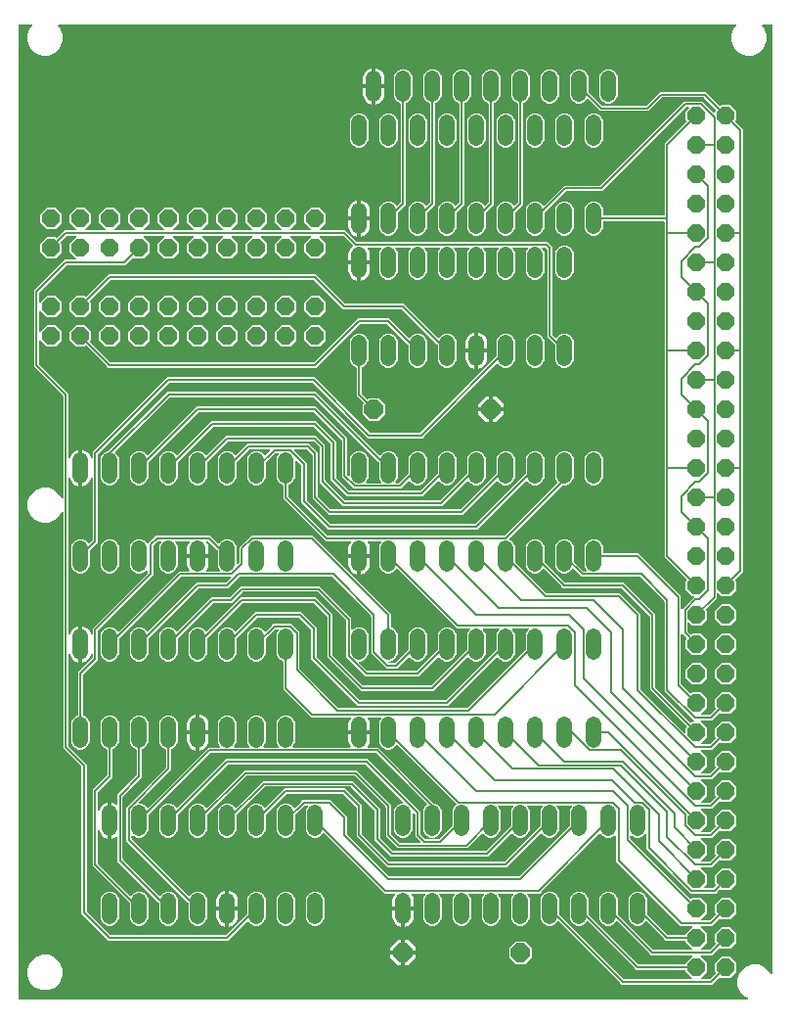
<source format=gbr>
G04 EAGLE Gerber RS-274X export*
G75*
%MOIN*%
%FSLAX34Y34*%
%LPD*%
%INTop Copper*%
%IPPOS*%
%AMOC8*
5,1,8,0,0,1.08239X$1,22.5*%
G01*
%ADD10C,0.052000*%
%ADD11P,0.064943X8X292.500000*%
%ADD12P,0.064943X8X22.500000*%
%ADD13P,0.070313X8X202.500000*%
%ADD14P,0.070313X8X22.500000*%
%ADD15C,0.006000*%

G36*
X61242Y3401D02*
X61242Y3401D01*
X61246Y3402D01*
X61247Y3402D01*
X61248Y3402D01*
X61251Y3404D01*
X61254Y3406D01*
X61255Y3406D01*
X61256Y3407D01*
X61259Y3410D01*
X61261Y3412D01*
X61262Y3413D01*
X61262Y3414D01*
X61264Y3417D01*
X61266Y3421D01*
X61266Y3422D01*
X61266Y3423D01*
X61267Y3426D01*
X61267Y3430D01*
X61267Y3431D01*
X61267Y3432D01*
X61266Y3436D01*
X61266Y3440D01*
X61265Y3440D01*
X61265Y3441D01*
X61263Y3445D01*
X61261Y3448D01*
X61260Y3449D01*
X61257Y3452D01*
X61254Y3455D01*
X61253Y3455D01*
X61252Y3455D01*
X61252Y3456D01*
X61249Y3457D01*
X61161Y3493D01*
X60993Y3661D01*
X60902Y3881D01*
X60902Y4119D01*
X60993Y4339D01*
X61161Y4507D01*
X61381Y4598D01*
X61619Y4598D01*
X61839Y4507D01*
X62007Y4339D01*
X62035Y4270D01*
X62037Y4266D01*
X62039Y4263D01*
X62040Y4262D01*
X62043Y4259D01*
X62046Y4257D01*
X62047Y4256D01*
X62048Y4256D01*
X62051Y4254D01*
X62055Y4253D01*
X62056Y4253D01*
X62057Y4252D01*
X62060Y4252D01*
X62064Y4252D01*
X62065Y4252D01*
X62066Y4252D01*
X62070Y4253D01*
X62074Y4254D01*
X62074Y4255D01*
X62075Y4255D01*
X62078Y4257D01*
X62082Y4259D01*
X62082Y4260D01*
X62083Y4260D01*
X62085Y4264D01*
X62088Y4267D01*
X62088Y4268D01*
X62090Y4272D01*
X62091Y4276D01*
X62091Y4277D01*
X62091Y4278D01*
X62091Y4281D01*
X62091Y36570D01*
X62091Y36571D01*
X62091Y36572D01*
X62090Y36576D01*
X62090Y36579D01*
X62089Y36580D01*
X62089Y36581D01*
X62087Y36585D01*
X62085Y36588D01*
X62085Y36589D01*
X62084Y36589D01*
X62081Y36592D01*
X62078Y36594D01*
X62077Y36595D01*
X62076Y36595D01*
X62073Y36597D01*
X62070Y36598D01*
X62069Y36598D01*
X62068Y36599D01*
X62062Y36599D01*
X61766Y36599D01*
X61764Y36599D01*
X61761Y36599D01*
X61759Y36598D01*
X61757Y36598D01*
X61754Y36596D01*
X61752Y36595D01*
X61750Y36594D01*
X61749Y36593D01*
X61747Y36591D01*
X61744Y36589D01*
X61743Y36588D01*
X61742Y36586D01*
X61741Y36583D01*
X61739Y36581D01*
X61739Y36579D01*
X61738Y36577D01*
X61738Y36575D01*
X61737Y36572D01*
X61737Y36570D01*
X61737Y36568D01*
X61738Y36565D01*
X61738Y36562D01*
X61739Y36560D01*
X61740Y36559D01*
X61741Y36556D01*
X61742Y36553D01*
X61744Y36551D01*
X61745Y36551D01*
X61745Y36550D01*
X61746Y36549D01*
X61807Y36489D01*
X61898Y36269D01*
X61898Y36031D01*
X61807Y35811D01*
X61639Y35643D01*
X61419Y35552D01*
X61181Y35552D01*
X60961Y35643D01*
X60793Y35811D01*
X60702Y36031D01*
X60702Y36269D01*
X60793Y36489D01*
X60854Y36549D01*
X60856Y36552D01*
X60858Y36554D01*
X60859Y36556D01*
X60860Y36557D01*
X60861Y36560D01*
X60862Y36563D01*
X60862Y36564D01*
X60863Y36566D01*
X60862Y36569D01*
X60863Y36572D01*
X60862Y36574D01*
X60862Y36576D01*
X60861Y36579D01*
X60860Y36581D01*
X60859Y36583D01*
X60859Y36585D01*
X60857Y36587D01*
X60855Y36589D01*
X60854Y36591D01*
X60853Y36592D01*
X60850Y36594D01*
X60848Y36595D01*
X60846Y36596D01*
X60844Y36597D01*
X60842Y36598D01*
X60839Y36599D01*
X60836Y36599D01*
X60835Y36599D01*
X60834Y36599D01*
X37766Y36599D01*
X37764Y36599D01*
X37761Y36599D01*
X37759Y36598D01*
X37757Y36598D01*
X37754Y36596D01*
X37752Y36595D01*
X37750Y36594D01*
X37749Y36593D01*
X37747Y36591D01*
X37744Y36589D01*
X37743Y36588D01*
X37742Y36586D01*
X37741Y36583D01*
X37739Y36581D01*
X37739Y36579D01*
X37738Y36577D01*
X37738Y36575D01*
X37737Y36572D01*
X37737Y36570D01*
X37737Y36568D01*
X37738Y36565D01*
X37738Y36562D01*
X37739Y36560D01*
X37740Y36559D01*
X37741Y36556D01*
X37742Y36553D01*
X37744Y36551D01*
X37745Y36551D01*
X37745Y36550D01*
X37746Y36549D01*
X37807Y36489D01*
X37898Y36269D01*
X37898Y36031D01*
X37807Y35811D01*
X37639Y35643D01*
X37419Y35552D01*
X37181Y35552D01*
X36961Y35643D01*
X36793Y35811D01*
X36702Y36031D01*
X36702Y36269D01*
X36793Y36489D01*
X36854Y36549D01*
X36856Y36552D01*
X36858Y36554D01*
X36859Y36556D01*
X36860Y36557D01*
X36861Y36560D01*
X36862Y36563D01*
X36862Y36564D01*
X36863Y36566D01*
X36862Y36569D01*
X36863Y36572D01*
X36862Y36574D01*
X36862Y36576D01*
X36861Y36579D01*
X36860Y36581D01*
X36859Y36583D01*
X36859Y36585D01*
X36857Y36587D01*
X36855Y36589D01*
X36854Y36591D01*
X36853Y36592D01*
X36850Y36594D01*
X36848Y36595D01*
X36846Y36596D01*
X36844Y36597D01*
X36842Y36598D01*
X36839Y36599D01*
X36836Y36599D01*
X36835Y36599D01*
X36834Y36599D01*
X36430Y36599D01*
X36429Y36599D01*
X36428Y36599D01*
X36424Y36598D01*
X36421Y36598D01*
X36420Y36597D01*
X36419Y36597D01*
X36415Y36595D01*
X36412Y36593D01*
X36411Y36592D01*
X36408Y36589D01*
X36406Y36586D01*
X36405Y36585D01*
X36405Y36584D01*
X36403Y36581D01*
X36402Y36577D01*
X36402Y36576D01*
X36401Y36575D01*
X36401Y36570D01*
X36401Y3430D01*
X36401Y3429D01*
X36401Y3428D01*
X36402Y3424D01*
X36402Y3421D01*
X36403Y3420D01*
X36403Y3419D01*
X36405Y3415D01*
X36407Y3412D01*
X36408Y3411D01*
X36411Y3408D01*
X36414Y3406D01*
X36415Y3405D01*
X36416Y3405D01*
X36419Y3403D01*
X36423Y3402D01*
X36424Y3402D01*
X36425Y3401D01*
X36430Y3401D01*
X61238Y3401D01*
X61242Y3401D01*
G37*
%LPC*%
G36*
X56962Y3909D02*
X56962Y3909D01*
X56901Y3971D01*
X54813Y6058D01*
X54812Y6059D01*
X54812Y6060D01*
X54809Y6062D01*
X54806Y6064D01*
X54805Y6064D01*
X54804Y6065D01*
X54800Y6066D01*
X54796Y6067D01*
X54795Y6067D01*
X54794Y6067D01*
X54791Y6066D01*
X54787Y6066D01*
X54786Y6066D01*
X54785Y6066D01*
X54781Y6064D01*
X54778Y6063D01*
X54777Y6062D01*
X54776Y6062D01*
X54772Y6058D01*
X54682Y5968D01*
X54564Y5919D01*
X54436Y5919D01*
X54318Y5968D01*
X54228Y6058D01*
X54179Y6176D01*
X54179Y6824D01*
X54228Y6942D01*
X54318Y7032D01*
X54436Y7081D01*
X54564Y7081D01*
X54682Y7032D01*
X54772Y6942D01*
X54821Y6824D01*
X54821Y6320D01*
X54821Y6316D01*
X54822Y6312D01*
X54822Y6311D01*
X54822Y6310D01*
X54824Y6307D01*
X54826Y6303D01*
X54827Y6302D01*
X54827Y6301D01*
X54829Y6299D01*
X57029Y4099D01*
X57032Y4097D01*
X57035Y4095D01*
X57036Y4094D01*
X57037Y4094D01*
X57041Y4093D01*
X57044Y4091D01*
X57045Y4091D01*
X57046Y4091D01*
X57047Y4091D01*
X57050Y4091D01*
X59328Y4091D01*
X59331Y4091D01*
X59334Y4091D01*
X59336Y4092D01*
X59338Y4092D01*
X59340Y4094D01*
X59343Y4095D01*
X59345Y4096D01*
X59346Y4097D01*
X59348Y4099D01*
X59351Y4101D01*
X59352Y4102D01*
X59353Y4104D01*
X59354Y4107D01*
X59356Y4109D01*
X59356Y4111D01*
X59357Y4113D01*
X59357Y4115D01*
X59358Y4118D01*
X59357Y4120D01*
X59358Y4122D01*
X59357Y4125D01*
X59357Y4128D01*
X59356Y4130D01*
X59355Y4131D01*
X59354Y4134D01*
X59353Y4137D01*
X59351Y4139D01*
X59350Y4139D01*
X59350Y4140D01*
X59349Y4141D01*
X59139Y4351D01*
X59139Y4380D01*
X59139Y4381D01*
X59139Y4382D01*
X59138Y4386D01*
X59138Y4389D01*
X59137Y4390D01*
X59137Y4391D01*
X59135Y4395D01*
X59133Y4398D01*
X59132Y4399D01*
X59129Y4402D01*
X59126Y4404D01*
X59125Y4405D01*
X59124Y4405D01*
X59121Y4407D01*
X59117Y4408D01*
X59116Y4408D01*
X59115Y4409D01*
X59110Y4409D01*
X57462Y4409D01*
X57401Y4471D01*
X55813Y6058D01*
X55812Y6059D01*
X55812Y6060D01*
X55809Y6062D01*
X55806Y6064D01*
X55805Y6064D01*
X55804Y6065D01*
X55800Y6066D01*
X55796Y6067D01*
X55795Y6067D01*
X55794Y6067D01*
X55791Y6066D01*
X55787Y6066D01*
X55786Y6066D01*
X55785Y6066D01*
X55781Y6064D01*
X55778Y6063D01*
X55777Y6062D01*
X55776Y6062D01*
X55772Y6058D01*
X55682Y5968D01*
X55564Y5919D01*
X55436Y5919D01*
X55318Y5968D01*
X55228Y6058D01*
X55179Y6176D01*
X55179Y6824D01*
X55228Y6942D01*
X55318Y7032D01*
X55436Y7081D01*
X55564Y7081D01*
X55682Y7032D01*
X55772Y6942D01*
X55821Y6824D01*
X55821Y6320D01*
X55821Y6316D01*
X55822Y6312D01*
X55822Y6311D01*
X55822Y6310D01*
X55824Y6307D01*
X55826Y6303D01*
X55827Y6302D01*
X55827Y6301D01*
X55829Y6299D01*
X57529Y4599D01*
X57532Y4597D01*
X57535Y4595D01*
X57536Y4594D01*
X57537Y4594D01*
X57541Y4593D01*
X57544Y4591D01*
X57545Y4591D01*
X57546Y4591D01*
X57547Y4591D01*
X57550Y4591D01*
X59110Y4591D01*
X59111Y4591D01*
X59112Y4591D01*
X59116Y4592D01*
X59119Y4592D01*
X59120Y4593D01*
X59121Y4593D01*
X59125Y4595D01*
X59128Y4597D01*
X59129Y4598D01*
X59132Y4601D01*
X59134Y4604D01*
X59135Y4605D01*
X59135Y4606D01*
X59137Y4609D01*
X59138Y4613D01*
X59138Y4614D01*
X59139Y4615D01*
X59139Y4620D01*
X59139Y4649D01*
X59349Y4859D01*
X59351Y4862D01*
X59353Y4864D01*
X59354Y4866D01*
X59355Y4867D01*
X59356Y4870D01*
X59357Y4873D01*
X59357Y4874D01*
X59357Y4876D01*
X59357Y4879D01*
X59358Y4882D01*
X59357Y4884D01*
X59357Y4886D01*
X59356Y4889D01*
X59355Y4891D01*
X59354Y4893D01*
X59354Y4895D01*
X59352Y4897D01*
X59350Y4899D01*
X59349Y4901D01*
X59348Y4902D01*
X59345Y4904D01*
X59343Y4905D01*
X59341Y4906D01*
X59339Y4907D01*
X59337Y4908D01*
X59334Y4909D01*
X59331Y4909D01*
X59330Y4909D01*
X59328Y4909D01*
X57962Y4909D01*
X57901Y4971D01*
X56813Y6058D01*
X56812Y6059D01*
X56812Y6060D01*
X56809Y6062D01*
X56806Y6064D01*
X56805Y6064D01*
X56804Y6065D01*
X56800Y6066D01*
X56796Y6067D01*
X56795Y6067D01*
X56794Y6067D01*
X56791Y6066D01*
X56787Y6066D01*
X56786Y6066D01*
X56785Y6066D01*
X56781Y6064D01*
X56778Y6063D01*
X56777Y6062D01*
X56776Y6062D01*
X56772Y6058D01*
X56682Y5968D01*
X56564Y5919D01*
X56436Y5919D01*
X56318Y5968D01*
X56228Y6058D01*
X56179Y6176D01*
X56179Y6824D01*
X56228Y6942D01*
X56318Y7032D01*
X56436Y7081D01*
X56564Y7081D01*
X56682Y7032D01*
X56772Y6942D01*
X56821Y6824D01*
X56821Y6320D01*
X56821Y6316D01*
X56822Y6312D01*
X56822Y6311D01*
X56822Y6310D01*
X56824Y6307D01*
X56826Y6303D01*
X56827Y6302D01*
X56827Y6301D01*
X56829Y6299D01*
X58029Y5099D01*
X58032Y5097D01*
X58035Y5095D01*
X58036Y5094D01*
X58037Y5094D01*
X58041Y5093D01*
X58044Y5091D01*
X58045Y5091D01*
X58046Y5091D01*
X58047Y5091D01*
X58050Y5091D01*
X59328Y5091D01*
X59331Y5091D01*
X59334Y5091D01*
X59336Y5092D01*
X59338Y5092D01*
X59340Y5094D01*
X59343Y5095D01*
X59345Y5096D01*
X59346Y5097D01*
X59348Y5099D01*
X59351Y5101D01*
X59352Y5102D01*
X59353Y5104D01*
X59354Y5107D01*
X59356Y5109D01*
X59356Y5111D01*
X59357Y5113D01*
X59357Y5115D01*
X59358Y5118D01*
X59357Y5120D01*
X59358Y5122D01*
X59357Y5125D01*
X59357Y5128D01*
X59356Y5130D01*
X59355Y5131D01*
X59354Y5134D01*
X59353Y5137D01*
X59351Y5139D01*
X59350Y5139D01*
X59350Y5140D01*
X59349Y5141D01*
X59139Y5351D01*
X59139Y5380D01*
X59139Y5381D01*
X59139Y5382D01*
X59138Y5386D01*
X59138Y5389D01*
X59137Y5390D01*
X59137Y5391D01*
X59135Y5395D01*
X59133Y5398D01*
X59132Y5399D01*
X59129Y5402D01*
X59126Y5404D01*
X59125Y5405D01*
X59124Y5405D01*
X59121Y5407D01*
X59117Y5408D01*
X59116Y5408D01*
X59115Y5409D01*
X59110Y5409D01*
X58462Y5409D01*
X58401Y5471D01*
X57813Y6058D01*
X57812Y6059D01*
X57812Y6060D01*
X57809Y6062D01*
X57806Y6064D01*
X57805Y6064D01*
X57804Y6065D01*
X57800Y6066D01*
X57796Y6067D01*
X57795Y6067D01*
X57794Y6067D01*
X57791Y6066D01*
X57787Y6066D01*
X57786Y6066D01*
X57785Y6066D01*
X57781Y6064D01*
X57778Y6063D01*
X57777Y6062D01*
X57776Y6062D01*
X57772Y6058D01*
X57682Y5968D01*
X57564Y5919D01*
X57436Y5919D01*
X57318Y5968D01*
X57228Y6058D01*
X57179Y6176D01*
X57179Y6824D01*
X57228Y6942D01*
X57318Y7032D01*
X57436Y7081D01*
X57564Y7081D01*
X57682Y7032D01*
X57772Y6942D01*
X57821Y6824D01*
X57821Y6320D01*
X57821Y6316D01*
X57822Y6312D01*
X57822Y6311D01*
X57822Y6310D01*
X57824Y6307D01*
X57826Y6303D01*
X57827Y6302D01*
X57827Y6301D01*
X57829Y6299D01*
X58529Y5599D01*
X58532Y5597D01*
X58535Y5595D01*
X58536Y5594D01*
X58537Y5594D01*
X58541Y5593D01*
X58544Y5591D01*
X58545Y5591D01*
X58546Y5591D01*
X58547Y5591D01*
X58550Y5591D01*
X59110Y5591D01*
X59111Y5591D01*
X59112Y5591D01*
X59116Y5592D01*
X59119Y5592D01*
X59120Y5593D01*
X59121Y5593D01*
X59125Y5595D01*
X59128Y5597D01*
X59129Y5598D01*
X59132Y5601D01*
X59134Y5604D01*
X59135Y5605D01*
X59135Y5606D01*
X59137Y5609D01*
X59138Y5613D01*
X59138Y5614D01*
X59139Y5615D01*
X59139Y5620D01*
X59139Y5649D01*
X59349Y5859D01*
X59351Y5862D01*
X59353Y5864D01*
X59354Y5866D01*
X59355Y5867D01*
X59356Y5870D01*
X59357Y5873D01*
X59357Y5874D01*
X59357Y5876D01*
X59357Y5879D01*
X59358Y5882D01*
X59357Y5884D01*
X59357Y5886D01*
X59356Y5889D01*
X59355Y5891D01*
X59354Y5893D01*
X59354Y5895D01*
X59352Y5897D01*
X59350Y5899D01*
X59349Y5901D01*
X59348Y5902D01*
X59345Y5904D01*
X59343Y5905D01*
X59341Y5906D01*
X59339Y5907D01*
X59337Y5908D01*
X59334Y5909D01*
X59331Y5909D01*
X59330Y5909D01*
X59328Y5909D01*
X58962Y5909D01*
X56759Y8112D01*
X56759Y8975D01*
X56759Y8978D01*
X56759Y8981D01*
X56758Y8983D01*
X56758Y8984D01*
X56756Y8987D01*
X56755Y8990D01*
X56754Y8991D01*
X56753Y8993D01*
X56751Y8995D01*
X56749Y8997D01*
X56748Y8998D01*
X56746Y8999D01*
X56743Y9001D01*
X56741Y9002D01*
X56739Y9003D01*
X56737Y9003D01*
X56735Y9004D01*
X56732Y9004D01*
X56730Y9004D01*
X56728Y9004D01*
X56725Y9004D01*
X56722Y9003D01*
X56720Y9002D01*
X56719Y9002D01*
X56716Y9000D01*
X56713Y8999D01*
X56711Y8997D01*
X56710Y8996D01*
X56709Y8996D01*
X56682Y8968D01*
X56564Y8919D01*
X56436Y8919D01*
X56318Y8968D01*
X56228Y9058D01*
X56227Y9059D01*
X56227Y9060D01*
X56223Y9062D01*
X56220Y9064D01*
X56219Y9064D01*
X56218Y9065D01*
X56215Y9066D01*
X56211Y9067D01*
X56210Y9067D01*
X56209Y9067D01*
X56205Y9066D01*
X56202Y9066D01*
X56201Y9066D01*
X56200Y9066D01*
X56196Y9064D01*
X56193Y9063D01*
X56192Y9062D01*
X56191Y9062D01*
X56187Y9058D01*
X54209Y7081D01*
X54148Y7019D01*
X53765Y7019D01*
X53762Y7019D01*
X53759Y7019D01*
X53757Y7018D01*
X53756Y7018D01*
X53753Y7016D01*
X53750Y7015D01*
X53749Y7014D01*
X53747Y7013D01*
X53745Y7011D01*
X53743Y7009D01*
X53742Y7008D01*
X53741Y7006D01*
X53739Y7003D01*
X53738Y7001D01*
X53737Y6999D01*
X53737Y6997D01*
X53736Y6995D01*
X53736Y6992D01*
X53736Y6990D01*
X53736Y6988D01*
X53736Y6985D01*
X53737Y6982D01*
X53738Y6980D01*
X53738Y6979D01*
X53740Y6976D01*
X53741Y6973D01*
X53743Y6971D01*
X53744Y6970D01*
X53744Y6969D01*
X53772Y6942D01*
X53821Y6824D01*
X53821Y6176D01*
X53772Y6058D01*
X53682Y5968D01*
X53564Y5919D01*
X53436Y5919D01*
X53318Y5968D01*
X53228Y6058D01*
X53179Y6176D01*
X53179Y6824D01*
X53228Y6942D01*
X53256Y6969D01*
X53257Y6972D01*
X53259Y6974D01*
X53260Y6976D01*
X53261Y6977D01*
X53262Y6980D01*
X53263Y6983D01*
X53263Y6984D01*
X53264Y6986D01*
X53264Y6989D01*
X53264Y6992D01*
X53264Y6994D01*
X53264Y6996D01*
X53263Y6999D01*
X53262Y7001D01*
X53261Y7003D01*
X53260Y7005D01*
X53258Y7007D01*
X53257Y7009D01*
X53255Y7011D01*
X53254Y7012D01*
X53252Y7014D01*
X53249Y7015D01*
X53248Y7016D01*
X53246Y7017D01*
X53243Y7018D01*
X53240Y7019D01*
X53237Y7019D01*
X53236Y7019D01*
X53235Y7019D01*
X52765Y7019D01*
X52762Y7019D01*
X52759Y7019D01*
X52757Y7018D01*
X52756Y7018D01*
X52753Y7016D01*
X52750Y7015D01*
X52749Y7014D01*
X52747Y7013D01*
X52745Y7011D01*
X52743Y7009D01*
X52742Y7008D01*
X52741Y7006D01*
X52739Y7003D01*
X52738Y7001D01*
X52737Y6999D01*
X52737Y6997D01*
X52736Y6995D01*
X52736Y6992D01*
X52736Y6990D01*
X52736Y6988D01*
X52736Y6985D01*
X52737Y6982D01*
X52738Y6980D01*
X52738Y6979D01*
X52740Y6976D01*
X52741Y6973D01*
X52743Y6971D01*
X52744Y6970D01*
X52744Y6969D01*
X52772Y6942D01*
X52821Y6824D01*
X52821Y6176D01*
X52772Y6058D01*
X52682Y5968D01*
X52564Y5919D01*
X52436Y5919D01*
X52318Y5968D01*
X52228Y6058D01*
X52179Y6176D01*
X52179Y6824D01*
X52228Y6942D01*
X52256Y6969D01*
X52257Y6972D01*
X52259Y6974D01*
X52260Y6976D01*
X52261Y6977D01*
X52262Y6980D01*
X52263Y6983D01*
X52263Y6984D01*
X52264Y6986D01*
X52264Y6989D01*
X52264Y6992D01*
X52264Y6994D01*
X52264Y6996D01*
X52263Y6999D01*
X52262Y7001D01*
X52261Y7003D01*
X52260Y7005D01*
X52258Y7007D01*
X52257Y7009D01*
X52255Y7011D01*
X52254Y7012D01*
X52252Y7014D01*
X52249Y7015D01*
X52248Y7016D01*
X52246Y7017D01*
X52243Y7018D01*
X52240Y7019D01*
X52237Y7019D01*
X52236Y7019D01*
X52235Y7019D01*
X51765Y7019D01*
X51762Y7019D01*
X51759Y7019D01*
X51757Y7018D01*
X51756Y7018D01*
X51753Y7016D01*
X51750Y7015D01*
X51749Y7014D01*
X51747Y7013D01*
X51745Y7011D01*
X51743Y7009D01*
X51742Y7008D01*
X51741Y7006D01*
X51739Y7003D01*
X51738Y7001D01*
X51737Y6999D01*
X51737Y6997D01*
X51736Y6995D01*
X51736Y6992D01*
X51736Y6990D01*
X51736Y6988D01*
X51736Y6985D01*
X51737Y6982D01*
X51738Y6980D01*
X51738Y6979D01*
X51740Y6976D01*
X51741Y6973D01*
X51743Y6971D01*
X51744Y6970D01*
X51744Y6969D01*
X51772Y6942D01*
X51821Y6824D01*
X51821Y6176D01*
X51772Y6058D01*
X51682Y5968D01*
X51564Y5919D01*
X51436Y5919D01*
X51318Y5968D01*
X51228Y6058D01*
X51179Y6176D01*
X51179Y6824D01*
X51228Y6942D01*
X51256Y6969D01*
X51257Y6972D01*
X51259Y6974D01*
X51260Y6976D01*
X51261Y6977D01*
X51262Y6980D01*
X51263Y6983D01*
X51263Y6984D01*
X51264Y6986D01*
X51264Y6989D01*
X51264Y6992D01*
X51264Y6994D01*
X51264Y6996D01*
X51263Y6999D01*
X51262Y7001D01*
X51261Y7003D01*
X51260Y7005D01*
X51258Y7007D01*
X51257Y7009D01*
X51255Y7011D01*
X51254Y7012D01*
X51252Y7014D01*
X51249Y7015D01*
X51248Y7016D01*
X51246Y7017D01*
X51243Y7018D01*
X51240Y7019D01*
X51237Y7019D01*
X51236Y7019D01*
X51235Y7019D01*
X50765Y7019D01*
X50762Y7019D01*
X50759Y7019D01*
X50757Y7018D01*
X50756Y7018D01*
X50753Y7016D01*
X50750Y7015D01*
X50749Y7014D01*
X50747Y7013D01*
X50745Y7011D01*
X50743Y7009D01*
X50742Y7008D01*
X50741Y7006D01*
X50739Y7003D01*
X50738Y7001D01*
X50737Y6999D01*
X50737Y6997D01*
X50736Y6995D01*
X50736Y6992D01*
X50736Y6990D01*
X50736Y6988D01*
X50736Y6985D01*
X50737Y6982D01*
X50738Y6980D01*
X50738Y6979D01*
X50740Y6976D01*
X50741Y6973D01*
X50743Y6971D01*
X50744Y6970D01*
X50744Y6969D01*
X50772Y6942D01*
X50821Y6824D01*
X50821Y6176D01*
X50772Y6058D01*
X50682Y5968D01*
X50564Y5919D01*
X50436Y5919D01*
X50318Y5968D01*
X50228Y6058D01*
X50179Y6176D01*
X50179Y6824D01*
X50228Y6942D01*
X50256Y6969D01*
X50257Y6972D01*
X50259Y6974D01*
X50260Y6976D01*
X50261Y6977D01*
X50262Y6980D01*
X50263Y6983D01*
X50263Y6984D01*
X50264Y6986D01*
X50264Y6989D01*
X50264Y6992D01*
X50264Y6994D01*
X50264Y6996D01*
X50263Y6999D01*
X50262Y7001D01*
X50261Y7003D01*
X50260Y7005D01*
X50258Y7007D01*
X50257Y7009D01*
X50255Y7011D01*
X50254Y7012D01*
X50252Y7014D01*
X50249Y7015D01*
X50248Y7016D01*
X50246Y7017D01*
X50243Y7018D01*
X50240Y7019D01*
X50237Y7019D01*
X50236Y7019D01*
X50235Y7019D01*
X49815Y7019D01*
X49811Y7018D01*
X49806Y7018D01*
X49802Y7015D01*
X49798Y7013D01*
X49797Y7013D01*
X49794Y7010D01*
X49791Y7006D01*
X49789Y7002D01*
X49787Y6997D01*
X49787Y6992D01*
X49786Y6988D01*
X49787Y6983D01*
X49788Y6979D01*
X49788Y6978D01*
X49791Y6974D01*
X49820Y6931D01*
X49847Y6865D01*
X49861Y6796D01*
X49861Y6559D01*
X49530Y6559D01*
X49529Y6559D01*
X49528Y6559D01*
X49524Y6558D01*
X49521Y6558D01*
X49520Y6557D01*
X49519Y6557D01*
X49515Y6555D01*
X49512Y6553D01*
X49511Y6552D01*
X49508Y6549D01*
X49506Y6546D01*
X49505Y6545D01*
X49505Y6544D01*
X49503Y6541D01*
X49502Y6537D01*
X49502Y6536D01*
X49501Y6535D01*
X49501Y6530D01*
X49501Y6499D01*
X49499Y6499D01*
X49499Y6530D01*
X49499Y6531D01*
X49499Y6532D01*
X49498Y6536D01*
X49498Y6539D01*
X49497Y6540D01*
X49497Y6541D01*
X49495Y6545D01*
X49493Y6548D01*
X49492Y6549D01*
X49489Y6552D01*
X49486Y6554D01*
X49485Y6555D01*
X49484Y6555D01*
X49481Y6557D01*
X49477Y6558D01*
X49476Y6558D01*
X49475Y6559D01*
X49470Y6559D01*
X49139Y6559D01*
X49139Y6796D01*
X49153Y6865D01*
X49180Y6931D01*
X49195Y6953D01*
X49209Y6974D01*
X49211Y6978D01*
X49213Y6982D01*
X49213Y6983D01*
X49213Y6987D01*
X49214Y6992D01*
X49213Y6997D01*
X49212Y7001D01*
X49209Y7005D01*
X49207Y7009D01*
X49206Y7009D01*
X49203Y7012D01*
X49199Y7015D01*
X49195Y7017D01*
X49190Y7019D01*
X49185Y7019D01*
X48852Y7019D01*
X46813Y9058D01*
X46812Y9059D01*
X46812Y9060D01*
X46809Y9062D01*
X46806Y9064D01*
X46805Y9064D01*
X46804Y9065D01*
X46800Y9066D01*
X46796Y9067D01*
X46795Y9067D01*
X46794Y9067D01*
X46791Y9066D01*
X46787Y9066D01*
X46786Y9066D01*
X46785Y9066D01*
X46781Y9064D01*
X46778Y9063D01*
X46777Y9062D01*
X46776Y9062D01*
X46772Y9058D01*
X46682Y8968D01*
X46564Y8919D01*
X46436Y8919D01*
X46318Y8968D01*
X46228Y9058D01*
X46179Y9176D01*
X46179Y9824D01*
X46228Y9942D01*
X46256Y9969D01*
X46257Y9972D01*
X46259Y9974D01*
X46260Y9976D01*
X46261Y9977D01*
X46262Y9980D01*
X46263Y9983D01*
X46263Y9984D01*
X46264Y9986D01*
X46264Y9989D01*
X46264Y9992D01*
X46264Y9994D01*
X46264Y9996D01*
X46263Y9999D01*
X46262Y10001D01*
X46261Y10003D01*
X46260Y10005D01*
X46258Y10007D01*
X46257Y10009D01*
X46255Y10011D01*
X46254Y10012D01*
X46252Y10014D01*
X46249Y10015D01*
X46248Y10016D01*
X46246Y10017D01*
X46243Y10018D01*
X46240Y10019D01*
X46237Y10019D01*
X46236Y10019D01*
X46235Y10019D01*
X46160Y10019D01*
X46156Y10019D01*
X46152Y10018D01*
X46151Y10018D01*
X46150Y10018D01*
X46147Y10016D01*
X46143Y10014D01*
X46142Y10013D01*
X46141Y10013D01*
X46139Y10011D01*
X45829Y9701D01*
X45827Y9698D01*
X45825Y9695D01*
X45824Y9694D01*
X45824Y9693D01*
X45823Y9689D01*
X45821Y9686D01*
X45821Y9685D01*
X45821Y9684D01*
X45821Y9683D01*
X45821Y9680D01*
X45821Y9176D01*
X45772Y9058D01*
X45682Y8968D01*
X45564Y8919D01*
X45436Y8919D01*
X45318Y8968D01*
X45228Y9058D01*
X45179Y9176D01*
X45179Y9824D01*
X45228Y9942D01*
X45318Y10032D01*
X45436Y10081D01*
X45564Y10081D01*
X45682Y10032D01*
X45772Y9942D01*
X45773Y9941D01*
X45773Y9940D01*
X45777Y9938D01*
X45780Y9936D01*
X45781Y9936D01*
X45782Y9935D01*
X45785Y9934D01*
X45789Y9933D01*
X45790Y9933D01*
X45791Y9933D01*
X45795Y9934D01*
X45798Y9934D01*
X45799Y9934D01*
X45800Y9934D01*
X45804Y9936D01*
X45807Y9937D01*
X45808Y9938D01*
X45809Y9938D01*
X45813Y9942D01*
X46011Y10139D01*
X46072Y10201D01*
X47038Y10201D01*
X47591Y9648D01*
X47591Y9050D01*
X47591Y9046D01*
X47592Y9042D01*
X47592Y9041D01*
X47592Y9040D01*
X47594Y9037D01*
X47596Y9033D01*
X47597Y9032D01*
X47597Y9031D01*
X47599Y9029D01*
X49029Y7599D01*
X49032Y7597D01*
X49035Y7595D01*
X49036Y7594D01*
X49037Y7594D01*
X49041Y7593D01*
X49044Y7591D01*
X49045Y7591D01*
X49046Y7591D01*
X49047Y7591D01*
X49050Y7591D01*
X53450Y7591D01*
X53454Y7591D01*
X53458Y7592D01*
X53459Y7592D01*
X53460Y7592D01*
X53463Y7594D01*
X53467Y7596D01*
X53468Y7597D01*
X53469Y7597D01*
X53471Y7599D01*
X55171Y9299D01*
X55173Y9302D01*
X55175Y9305D01*
X55176Y9306D01*
X55176Y9307D01*
X55177Y9311D01*
X55179Y9314D01*
X55179Y9315D01*
X55179Y9316D01*
X55179Y9317D01*
X55179Y9320D01*
X55179Y9824D01*
X55228Y9942D01*
X55256Y9969D01*
X55257Y9972D01*
X55259Y9974D01*
X55260Y9976D01*
X55261Y9977D01*
X55262Y9980D01*
X55263Y9983D01*
X55263Y9984D01*
X55264Y9986D01*
X55264Y9989D01*
X55264Y9992D01*
X55264Y9994D01*
X55264Y9996D01*
X55263Y9999D01*
X55262Y10001D01*
X55261Y10003D01*
X55260Y10005D01*
X55258Y10007D01*
X55257Y10009D01*
X55255Y10011D01*
X55254Y10012D01*
X55252Y10014D01*
X55249Y10015D01*
X55248Y10016D01*
X55246Y10017D01*
X55243Y10018D01*
X55240Y10019D01*
X55237Y10019D01*
X55236Y10019D01*
X55235Y10019D01*
X54765Y10019D01*
X54762Y10019D01*
X54759Y10019D01*
X54757Y10018D01*
X54756Y10018D01*
X54753Y10016D01*
X54750Y10015D01*
X54749Y10014D01*
X54747Y10013D01*
X54745Y10011D01*
X54743Y10009D01*
X54742Y10008D01*
X54741Y10006D01*
X54739Y10003D01*
X54738Y10001D01*
X54737Y9999D01*
X54737Y9997D01*
X54736Y9995D01*
X54736Y9992D01*
X54736Y9990D01*
X54736Y9988D01*
X54736Y9985D01*
X54737Y9982D01*
X54738Y9980D01*
X54738Y9979D01*
X54740Y9976D01*
X54741Y9973D01*
X54743Y9971D01*
X54744Y9970D01*
X54744Y9969D01*
X54772Y9942D01*
X54821Y9824D01*
X54821Y9176D01*
X54772Y9058D01*
X54682Y8968D01*
X54564Y8919D01*
X54436Y8919D01*
X54318Y8968D01*
X54228Y9058D01*
X54227Y9059D01*
X54227Y9060D01*
X54223Y9062D01*
X54220Y9064D01*
X54219Y9064D01*
X54218Y9065D01*
X54215Y9066D01*
X54211Y9067D01*
X54210Y9067D01*
X54209Y9067D01*
X54205Y9066D01*
X54202Y9066D01*
X54201Y9066D01*
X54200Y9066D01*
X54196Y9064D01*
X54193Y9063D01*
X54192Y9062D01*
X54191Y9062D01*
X54187Y9058D01*
X53099Y7971D01*
X53038Y7909D01*
X48962Y7909D01*
X47909Y8962D01*
X47909Y9950D01*
X47909Y9954D01*
X47908Y9958D01*
X47908Y9959D01*
X47908Y9960D01*
X47906Y9963D01*
X47904Y9967D01*
X47903Y9968D01*
X47903Y9969D01*
X47901Y9971D01*
X47471Y10401D01*
X47468Y10403D01*
X47465Y10405D01*
X47464Y10406D01*
X47463Y10406D01*
X47459Y10407D01*
X47456Y10409D01*
X47455Y10409D01*
X47454Y10409D01*
X47453Y10409D01*
X47450Y10409D01*
X45550Y10409D01*
X45546Y10409D01*
X45542Y10408D01*
X45541Y10408D01*
X45540Y10408D01*
X45537Y10406D01*
X45533Y10404D01*
X45532Y10403D01*
X45531Y10403D01*
X45529Y10401D01*
X44829Y9701D01*
X44827Y9698D01*
X44825Y9695D01*
X44824Y9694D01*
X44824Y9693D01*
X44823Y9689D01*
X44821Y9686D01*
X44821Y9685D01*
X44821Y9684D01*
X44821Y9683D01*
X44821Y9680D01*
X44821Y9176D01*
X44772Y9058D01*
X44682Y8968D01*
X44564Y8919D01*
X44436Y8919D01*
X44318Y8968D01*
X44228Y9058D01*
X44179Y9176D01*
X44179Y9824D01*
X44228Y9942D01*
X44318Y10032D01*
X44436Y10081D01*
X44564Y10081D01*
X44682Y10032D01*
X44772Y9942D01*
X44773Y9941D01*
X44773Y9940D01*
X44777Y9938D01*
X44780Y9936D01*
X44781Y9936D01*
X44782Y9935D01*
X44785Y9934D01*
X44789Y9933D01*
X44790Y9933D01*
X44791Y9933D01*
X44795Y9934D01*
X44798Y9934D01*
X44799Y9934D01*
X44800Y9934D01*
X44804Y9936D01*
X44807Y9937D01*
X44808Y9938D01*
X44809Y9938D01*
X44813Y9942D01*
X45401Y10529D01*
X45462Y10591D01*
X47538Y10591D01*
X48091Y10038D01*
X48091Y9050D01*
X48091Y9046D01*
X48092Y9042D01*
X48092Y9041D01*
X48092Y9040D01*
X48094Y9037D01*
X48096Y9033D01*
X48097Y9032D01*
X48097Y9031D01*
X48099Y9029D01*
X49029Y8099D01*
X49032Y8097D01*
X49035Y8095D01*
X49036Y8094D01*
X49037Y8094D01*
X49041Y8093D01*
X49044Y8091D01*
X49045Y8091D01*
X49046Y8091D01*
X49047Y8091D01*
X49050Y8091D01*
X52950Y8091D01*
X52954Y8091D01*
X52958Y8092D01*
X52959Y8092D01*
X52960Y8092D01*
X52963Y8094D01*
X52967Y8096D01*
X52968Y8097D01*
X52969Y8097D01*
X52971Y8099D01*
X54171Y9299D01*
X54173Y9302D01*
X54175Y9305D01*
X54176Y9306D01*
X54176Y9307D01*
X54177Y9311D01*
X54179Y9314D01*
X54179Y9315D01*
X54179Y9316D01*
X54179Y9317D01*
X54179Y9320D01*
X54179Y9824D01*
X54228Y9942D01*
X54256Y9969D01*
X54257Y9972D01*
X54259Y9974D01*
X54260Y9976D01*
X54261Y9977D01*
X54262Y9980D01*
X54263Y9983D01*
X54263Y9984D01*
X54264Y9986D01*
X54264Y9989D01*
X54264Y9992D01*
X54264Y9994D01*
X54264Y9996D01*
X54263Y9999D01*
X54262Y10001D01*
X54261Y10003D01*
X54260Y10005D01*
X54258Y10007D01*
X54257Y10009D01*
X54255Y10011D01*
X54254Y10012D01*
X54252Y10014D01*
X54249Y10015D01*
X54248Y10016D01*
X54246Y10017D01*
X54243Y10018D01*
X54240Y10019D01*
X54237Y10019D01*
X54236Y10019D01*
X54235Y10019D01*
X53765Y10019D01*
X53762Y10019D01*
X53759Y10019D01*
X53757Y10018D01*
X53756Y10018D01*
X53753Y10016D01*
X53750Y10015D01*
X53749Y10014D01*
X53747Y10013D01*
X53745Y10011D01*
X53743Y10009D01*
X53742Y10008D01*
X53741Y10006D01*
X53739Y10003D01*
X53738Y10001D01*
X53737Y9999D01*
X53737Y9997D01*
X53736Y9995D01*
X53736Y9992D01*
X53736Y9990D01*
X53736Y9988D01*
X53736Y9985D01*
X53737Y9982D01*
X53738Y9980D01*
X53738Y9979D01*
X53740Y9976D01*
X53741Y9973D01*
X53743Y9971D01*
X53744Y9970D01*
X53744Y9969D01*
X53772Y9942D01*
X53821Y9824D01*
X53821Y9176D01*
X53772Y9058D01*
X53682Y8968D01*
X53564Y8919D01*
X53436Y8919D01*
X53318Y8968D01*
X53228Y9058D01*
X53227Y9059D01*
X53227Y9060D01*
X53223Y9062D01*
X53220Y9064D01*
X53219Y9064D01*
X53218Y9065D01*
X53215Y9066D01*
X53211Y9067D01*
X53210Y9067D01*
X53209Y9067D01*
X53205Y9066D01*
X53202Y9066D01*
X53201Y9066D01*
X53200Y9066D01*
X53196Y9064D01*
X53193Y9063D01*
X53192Y9062D01*
X53191Y9062D01*
X53187Y9058D01*
X52467Y8339D01*
X52406Y8277D01*
X49094Y8277D01*
X48527Y8844D01*
X48527Y9832D01*
X48527Y9836D01*
X48526Y9840D01*
X48526Y9841D01*
X48526Y9842D01*
X48524Y9845D01*
X48522Y9849D01*
X48521Y9850D01*
X48521Y9851D01*
X48519Y9853D01*
X47721Y10651D01*
X47718Y10653D01*
X47715Y10655D01*
X47714Y10656D01*
X47713Y10656D01*
X47709Y10657D01*
X47706Y10659D01*
X47705Y10659D01*
X47704Y10659D01*
X47703Y10659D01*
X47700Y10659D01*
X44800Y10659D01*
X44796Y10659D01*
X44792Y10658D01*
X44791Y10658D01*
X44790Y10658D01*
X44787Y10656D01*
X44783Y10654D01*
X44782Y10653D01*
X44781Y10653D01*
X44779Y10651D01*
X43829Y9701D01*
X43827Y9698D01*
X43825Y9695D01*
X43824Y9694D01*
X43824Y9693D01*
X43823Y9689D01*
X43821Y9686D01*
X43821Y9685D01*
X43821Y9684D01*
X43821Y9683D01*
X43821Y9680D01*
X43821Y9176D01*
X43772Y9058D01*
X43682Y8968D01*
X43564Y8919D01*
X43436Y8919D01*
X43318Y8968D01*
X43228Y9058D01*
X43179Y9176D01*
X43179Y9824D01*
X43228Y9942D01*
X43318Y10032D01*
X43436Y10081D01*
X43564Y10081D01*
X43682Y10032D01*
X43772Y9942D01*
X43773Y9941D01*
X43773Y9940D01*
X43777Y9938D01*
X43780Y9936D01*
X43781Y9936D01*
X43782Y9935D01*
X43785Y9934D01*
X43789Y9933D01*
X43790Y9933D01*
X43791Y9933D01*
X43795Y9934D01*
X43798Y9934D01*
X43799Y9934D01*
X43800Y9934D01*
X43804Y9936D01*
X43807Y9937D01*
X43808Y9938D01*
X43809Y9938D01*
X43813Y9942D01*
X44651Y10779D01*
X44712Y10841D01*
X47788Y10841D01*
X48709Y9920D01*
X48709Y8932D01*
X48709Y8928D01*
X48710Y8924D01*
X48710Y8923D01*
X48710Y8922D01*
X48712Y8919D01*
X48714Y8915D01*
X48715Y8914D01*
X48715Y8913D01*
X48717Y8911D01*
X49161Y8467D01*
X49164Y8465D01*
X49167Y8462D01*
X49168Y8462D01*
X49169Y8462D01*
X49173Y8461D01*
X49176Y8459D01*
X49177Y8459D01*
X49178Y8459D01*
X49179Y8459D01*
X49182Y8459D01*
X52318Y8459D01*
X52322Y8459D01*
X52326Y8460D01*
X52327Y8460D01*
X52328Y8460D01*
X52331Y8462D01*
X52335Y8464D01*
X52336Y8465D01*
X52337Y8465D01*
X52339Y8467D01*
X53171Y9299D01*
X53173Y9302D01*
X53175Y9305D01*
X53176Y9306D01*
X53176Y9307D01*
X53177Y9311D01*
X53179Y9314D01*
X53179Y9315D01*
X53179Y9316D01*
X53179Y9317D01*
X53179Y9320D01*
X53179Y9824D01*
X53228Y9942D01*
X53256Y9969D01*
X53257Y9972D01*
X53259Y9974D01*
X53260Y9976D01*
X53261Y9977D01*
X53262Y9980D01*
X53263Y9983D01*
X53263Y9984D01*
X53264Y9986D01*
X53264Y9989D01*
X53264Y9992D01*
X53264Y9994D01*
X53264Y9996D01*
X53263Y9999D01*
X53262Y10001D01*
X53261Y10003D01*
X53260Y10005D01*
X53258Y10007D01*
X53257Y10009D01*
X53255Y10011D01*
X53254Y10012D01*
X53252Y10014D01*
X53249Y10015D01*
X53248Y10016D01*
X53246Y10017D01*
X53243Y10018D01*
X53240Y10019D01*
X53237Y10019D01*
X53236Y10019D01*
X53235Y10019D01*
X52765Y10019D01*
X52762Y10019D01*
X52759Y10019D01*
X52757Y10018D01*
X52756Y10018D01*
X52753Y10016D01*
X52750Y10015D01*
X52749Y10014D01*
X52747Y10013D01*
X52745Y10011D01*
X52743Y10009D01*
X52742Y10008D01*
X52741Y10006D01*
X52739Y10003D01*
X52738Y10001D01*
X52737Y9999D01*
X52737Y9997D01*
X52736Y9995D01*
X52736Y9992D01*
X52736Y9990D01*
X52736Y9988D01*
X52736Y9985D01*
X52737Y9982D01*
X52738Y9980D01*
X52738Y9979D01*
X52740Y9976D01*
X52741Y9973D01*
X52743Y9971D01*
X52744Y9970D01*
X52744Y9969D01*
X52772Y9942D01*
X52821Y9824D01*
X52821Y9176D01*
X52772Y9058D01*
X52682Y8968D01*
X52564Y8919D01*
X52436Y8919D01*
X52318Y8968D01*
X52228Y9058D01*
X52227Y9059D01*
X52227Y9060D01*
X52223Y9062D01*
X52220Y9064D01*
X52219Y9064D01*
X52218Y9065D01*
X52215Y9066D01*
X52211Y9067D01*
X52210Y9067D01*
X52209Y9067D01*
X52205Y9066D01*
X52202Y9066D01*
X52201Y9066D01*
X52200Y9066D01*
X52196Y9064D01*
X52193Y9063D01*
X52192Y9062D01*
X52191Y9062D01*
X52187Y9058D01*
X51749Y8621D01*
X51688Y8559D01*
X49312Y8559D01*
X48909Y8962D01*
X48909Y9950D01*
X48909Y9954D01*
X48908Y9958D01*
X48908Y9959D01*
X48908Y9960D01*
X48906Y9963D01*
X48904Y9967D01*
X48903Y9968D01*
X48903Y9969D01*
X48901Y9971D01*
X47851Y11021D01*
X47848Y11023D01*
X47845Y11025D01*
X47844Y11026D01*
X47843Y11026D01*
X47839Y11027D01*
X47836Y11029D01*
X47835Y11029D01*
X47834Y11029D01*
X47833Y11029D01*
X47830Y11029D01*
X44170Y11029D01*
X44166Y11029D01*
X44162Y11028D01*
X44161Y11028D01*
X44160Y11028D01*
X44157Y11026D01*
X44153Y11024D01*
X44152Y11023D01*
X44151Y11023D01*
X44149Y11021D01*
X42829Y9701D01*
X42827Y9698D01*
X42825Y9695D01*
X42824Y9694D01*
X42824Y9693D01*
X42823Y9689D01*
X42821Y9686D01*
X42821Y9685D01*
X42821Y9684D01*
X42821Y9683D01*
X42821Y9680D01*
X42821Y9176D01*
X42772Y9058D01*
X42682Y8968D01*
X42564Y8919D01*
X42436Y8919D01*
X42318Y8968D01*
X42228Y9058D01*
X42179Y9176D01*
X42179Y9824D01*
X42228Y9942D01*
X42318Y10032D01*
X42436Y10081D01*
X42564Y10081D01*
X42682Y10032D01*
X42772Y9942D01*
X42773Y9941D01*
X42773Y9940D01*
X42777Y9938D01*
X42780Y9936D01*
X42781Y9936D01*
X42782Y9935D01*
X42785Y9934D01*
X42789Y9933D01*
X42790Y9933D01*
X42791Y9933D01*
X42795Y9934D01*
X42798Y9934D01*
X42799Y9934D01*
X42800Y9934D01*
X42804Y9936D01*
X42807Y9937D01*
X42808Y9938D01*
X42809Y9938D01*
X42813Y9942D01*
X44082Y11211D01*
X47918Y11211D01*
X49091Y10038D01*
X49091Y9050D01*
X49091Y9046D01*
X49092Y9042D01*
X49092Y9041D01*
X49092Y9040D01*
X49094Y9037D01*
X49096Y9033D01*
X49097Y9032D01*
X49097Y9031D01*
X49099Y9029D01*
X49379Y8749D01*
X49382Y8747D01*
X49385Y8745D01*
X49386Y8744D01*
X49387Y8744D01*
X49391Y8743D01*
X49394Y8741D01*
X49395Y8741D01*
X49396Y8741D01*
X49397Y8741D01*
X49400Y8741D01*
X50060Y8741D01*
X50063Y8741D01*
X50066Y8741D01*
X50068Y8742D01*
X50070Y8742D01*
X50072Y8744D01*
X50075Y8745D01*
X50076Y8746D01*
X50078Y8747D01*
X50080Y8749D01*
X50082Y8751D01*
X50083Y8752D01*
X50085Y8754D01*
X50086Y8757D01*
X50087Y8759D01*
X50088Y8761D01*
X50089Y8763D01*
X50089Y8765D01*
X50089Y8768D01*
X50089Y8770D01*
X50089Y8772D01*
X50089Y8775D01*
X50088Y8778D01*
X50088Y8780D01*
X50087Y8781D01*
X50086Y8784D01*
X50084Y8787D01*
X50083Y8789D01*
X50082Y8789D01*
X50082Y8790D01*
X50081Y8791D01*
X49909Y8962D01*
X49909Y9705D01*
X49909Y9709D01*
X49908Y9713D01*
X49908Y9714D01*
X49908Y9715D01*
X49906Y9718D01*
X49904Y9722D01*
X49903Y9723D01*
X49903Y9724D01*
X49901Y9726D01*
X49871Y9756D01*
X49868Y9758D01*
X49866Y9760D01*
X49864Y9760D01*
X49863Y9762D01*
X49860Y9762D01*
X49857Y9764D01*
X49856Y9764D01*
X49854Y9764D01*
X49851Y9764D01*
X49848Y9764D01*
X49846Y9764D01*
X49844Y9764D01*
X49841Y9763D01*
X49839Y9762D01*
X49837Y9761D01*
X49835Y9761D01*
X49833Y9759D01*
X49831Y9757D01*
X49829Y9756D01*
X49828Y9754D01*
X49826Y9752D01*
X49825Y9750D01*
X49824Y9748D01*
X49823Y9746D01*
X49822Y9743D01*
X49821Y9741D01*
X49821Y9738D01*
X49821Y9737D01*
X49821Y9736D01*
X49821Y9735D01*
X49821Y9176D01*
X49772Y9058D01*
X49682Y8968D01*
X49564Y8919D01*
X49436Y8919D01*
X49318Y8968D01*
X49228Y9058D01*
X49179Y9176D01*
X49179Y9824D01*
X49228Y9942D01*
X49318Y10032D01*
X49436Y10081D01*
X49475Y10081D01*
X49478Y10081D01*
X49481Y10081D01*
X49483Y10082D01*
X49485Y10082D01*
X49487Y10084D01*
X49490Y10085D01*
X49491Y10086D01*
X49493Y10087D01*
X49495Y10089D01*
X49497Y10091D01*
X49498Y10092D01*
X49500Y10094D01*
X49501Y10097D01*
X49502Y10099D01*
X49503Y10101D01*
X49504Y10103D01*
X49504Y10105D01*
X49504Y10108D01*
X49504Y10110D01*
X49504Y10112D01*
X49504Y10115D01*
X49503Y10118D01*
X49503Y10120D01*
X49502Y10121D01*
X49501Y10124D01*
X49499Y10127D01*
X49498Y10129D01*
X49497Y10129D01*
X49497Y10130D01*
X49496Y10131D01*
X48226Y11401D01*
X48223Y11403D01*
X48220Y11405D01*
X48219Y11406D01*
X48218Y11406D01*
X48214Y11407D01*
X48211Y11409D01*
X48210Y11409D01*
X48209Y11409D01*
X48208Y11409D01*
X48205Y11409D01*
X43550Y11409D01*
X43546Y11409D01*
X43542Y11408D01*
X43541Y11408D01*
X43540Y11408D01*
X43537Y11406D01*
X43533Y11404D01*
X43532Y11403D01*
X43531Y11403D01*
X43529Y11401D01*
X41829Y9701D01*
X41827Y9698D01*
X41825Y9695D01*
X41824Y9694D01*
X41824Y9693D01*
X41823Y9689D01*
X41821Y9686D01*
X41821Y9685D01*
X41821Y9684D01*
X41821Y9683D01*
X41821Y9680D01*
X41821Y9176D01*
X41772Y9058D01*
X41682Y8968D01*
X41564Y8919D01*
X41436Y8919D01*
X41318Y8968D01*
X41228Y9058D01*
X41179Y9176D01*
X41179Y9824D01*
X41228Y9942D01*
X41318Y10032D01*
X41436Y10081D01*
X41564Y10081D01*
X41682Y10032D01*
X41772Y9942D01*
X41773Y9941D01*
X41773Y9940D01*
X41777Y9938D01*
X41780Y9936D01*
X41781Y9936D01*
X41782Y9935D01*
X41785Y9934D01*
X41789Y9933D01*
X41790Y9933D01*
X41791Y9933D01*
X41795Y9934D01*
X41798Y9934D01*
X41799Y9934D01*
X41800Y9934D01*
X41804Y9936D01*
X41807Y9937D01*
X41808Y9938D01*
X41809Y9938D01*
X41813Y9942D01*
X43462Y11591D01*
X48293Y11591D01*
X50091Y9793D01*
X50091Y9050D01*
X50091Y9046D01*
X50092Y9042D01*
X50092Y9041D01*
X50092Y9040D01*
X50094Y9037D01*
X50096Y9033D01*
X50097Y9032D01*
X50097Y9031D01*
X50099Y9029D01*
X50259Y8869D01*
X50262Y8867D01*
X50265Y8865D01*
X50266Y8864D01*
X50267Y8864D01*
X50271Y8863D01*
X50274Y8861D01*
X50275Y8861D01*
X50276Y8861D01*
X50277Y8861D01*
X50280Y8861D01*
X50720Y8861D01*
X50724Y8861D01*
X50728Y8862D01*
X50729Y8862D01*
X50730Y8862D01*
X50733Y8864D01*
X50737Y8866D01*
X50738Y8867D01*
X50739Y8867D01*
X50741Y8869D01*
X51171Y9299D01*
X51173Y9302D01*
X51175Y9305D01*
X51176Y9306D01*
X51176Y9307D01*
X51177Y9311D01*
X51179Y9314D01*
X51179Y9315D01*
X51179Y9316D01*
X51179Y9317D01*
X51179Y9320D01*
X51179Y9824D01*
X51228Y9942D01*
X51308Y10022D01*
X51309Y10023D01*
X51310Y10023D01*
X51312Y10027D01*
X51314Y10030D01*
X51314Y10031D01*
X51315Y10032D01*
X51316Y10035D01*
X51317Y10039D01*
X51317Y10040D01*
X51317Y10041D01*
X51316Y10045D01*
X51316Y10048D01*
X51316Y10049D01*
X51316Y10050D01*
X51314Y10054D01*
X51313Y10057D01*
X51312Y10058D01*
X51312Y10059D01*
X51308Y10063D01*
X49313Y12058D01*
X49312Y12059D01*
X49312Y12060D01*
X49309Y12062D01*
X49306Y12064D01*
X49305Y12064D01*
X49304Y12065D01*
X49300Y12066D01*
X49296Y12067D01*
X49295Y12067D01*
X49294Y12067D01*
X49291Y12066D01*
X49287Y12066D01*
X49286Y12066D01*
X49285Y12066D01*
X49281Y12064D01*
X49278Y12063D01*
X49277Y12062D01*
X49276Y12062D01*
X49272Y12058D01*
X49182Y11968D01*
X49064Y11919D01*
X48936Y11919D01*
X48818Y11968D01*
X48728Y12058D01*
X48679Y12176D01*
X48679Y12824D01*
X48728Y12942D01*
X48756Y12969D01*
X48757Y12972D01*
X48759Y12974D01*
X48760Y12976D01*
X48761Y12977D01*
X48762Y12980D01*
X48763Y12983D01*
X48763Y12984D01*
X48764Y12986D01*
X48764Y12989D01*
X48764Y12992D01*
X48764Y12994D01*
X48764Y12996D01*
X48763Y12999D01*
X48762Y13001D01*
X48761Y13003D01*
X48760Y13005D01*
X48758Y13007D01*
X48757Y13009D01*
X48755Y13011D01*
X48754Y13012D01*
X48752Y13014D01*
X48749Y13015D01*
X48748Y13016D01*
X48746Y13017D01*
X48743Y13018D01*
X48740Y13019D01*
X48737Y13019D01*
X48736Y13019D01*
X48735Y13019D01*
X48315Y13019D01*
X48311Y13018D01*
X48306Y13018D01*
X48302Y13015D01*
X48298Y13013D01*
X48297Y13013D01*
X48294Y13010D01*
X48291Y13006D01*
X48289Y13002D01*
X48287Y12997D01*
X48287Y12992D01*
X48286Y12988D01*
X48287Y12983D01*
X48288Y12979D01*
X48288Y12978D01*
X48291Y12974D01*
X48320Y12931D01*
X48347Y12865D01*
X48361Y12796D01*
X48361Y12559D01*
X48030Y12559D01*
X48029Y12559D01*
X48028Y12559D01*
X48024Y12558D01*
X48021Y12558D01*
X48020Y12557D01*
X48019Y12557D01*
X48015Y12555D01*
X48012Y12553D01*
X48011Y12552D01*
X48008Y12549D01*
X48006Y12546D01*
X48005Y12545D01*
X48005Y12544D01*
X48003Y12541D01*
X48002Y12537D01*
X48002Y12536D01*
X48001Y12535D01*
X48001Y12530D01*
X48001Y12470D01*
X48001Y12469D01*
X48001Y12468D01*
X48002Y12464D01*
X48002Y12461D01*
X48003Y12460D01*
X48003Y12459D01*
X48005Y12455D01*
X48007Y12452D01*
X48008Y12451D01*
X48011Y12448D01*
X48014Y12446D01*
X48015Y12445D01*
X48016Y12445D01*
X48019Y12443D01*
X48023Y12442D01*
X48024Y12442D01*
X48025Y12441D01*
X48030Y12441D01*
X48361Y12441D01*
X48361Y12204D01*
X48347Y12135D01*
X48320Y12069D01*
X48304Y12046D01*
X48291Y12026D01*
X48289Y12022D01*
X48287Y12018D01*
X48287Y12017D01*
X48287Y12013D01*
X48286Y12008D01*
X48287Y12003D01*
X48288Y11999D01*
X48291Y11995D01*
X48293Y11991D01*
X48294Y11991D01*
X48297Y11988D01*
X48301Y11985D01*
X48305Y11983D01*
X48310Y11981D01*
X48315Y11981D01*
X48648Y11981D01*
X50539Y10089D01*
X50542Y10087D01*
X50545Y10085D01*
X50546Y10084D01*
X50547Y10084D01*
X50551Y10083D01*
X50554Y10081D01*
X50555Y10081D01*
X50556Y10081D01*
X50557Y10081D01*
X50560Y10081D01*
X50564Y10081D01*
X50682Y10032D01*
X50772Y9942D01*
X50821Y9824D01*
X50821Y9176D01*
X50772Y9058D01*
X50682Y8968D01*
X50564Y8919D01*
X50436Y8919D01*
X50318Y8968D01*
X50228Y9058D01*
X50179Y9176D01*
X50179Y9824D01*
X50228Y9942D01*
X50308Y10022D01*
X50309Y10023D01*
X50310Y10023D01*
X50312Y10027D01*
X50314Y10030D01*
X50314Y10031D01*
X50315Y10032D01*
X50316Y10035D01*
X50317Y10039D01*
X50317Y10040D01*
X50317Y10041D01*
X50316Y10045D01*
X50316Y10048D01*
X50316Y10049D01*
X50316Y10050D01*
X50314Y10054D01*
X50313Y10057D01*
X50312Y10058D01*
X50312Y10059D01*
X50308Y10063D01*
X48581Y11791D01*
X48578Y11793D01*
X48575Y11795D01*
X48574Y11796D01*
X48573Y11796D01*
X48569Y11797D01*
X48566Y11799D01*
X48565Y11799D01*
X48564Y11799D01*
X48563Y11799D01*
X48560Y11799D01*
X42940Y11799D01*
X42936Y11799D01*
X42932Y11798D01*
X42931Y11798D01*
X42930Y11798D01*
X42927Y11796D01*
X42923Y11794D01*
X42922Y11793D01*
X42921Y11793D01*
X42919Y11791D01*
X40829Y9701D01*
X40827Y9698D01*
X40825Y9695D01*
X40824Y9694D01*
X40824Y9693D01*
X40823Y9689D01*
X40821Y9686D01*
X40821Y9685D01*
X40821Y9684D01*
X40821Y9683D01*
X40821Y9680D01*
X40821Y9176D01*
X40772Y9058D01*
X40682Y8968D01*
X40564Y8919D01*
X40436Y8919D01*
X40318Y8968D01*
X40291Y8996D01*
X40288Y8997D01*
X40286Y8999D01*
X40284Y9000D01*
X40283Y9001D01*
X40280Y9002D01*
X40277Y9003D01*
X40276Y9003D01*
X40274Y9004D01*
X40271Y9004D01*
X40268Y9004D01*
X40266Y9004D01*
X40264Y9004D01*
X40261Y9003D01*
X40259Y9002D01*
X40257Y9001D01*
X40255Y9000D01*
X40253Y8998D01*
X40251Y8997D01*
X40249Y8995D01*
X40248Y8994D01*
X40246Y8992D01*
X40245Y8989D01*
X40244Y8988D01*
X40243Y8986D01*
X40242Y8983D01*
X40241Y8980D01*
X40241Y8977D01*
X40241Y8976D01*
X40241Y8975D01*
X40241Y8900D01*
X40241Y8898D01*
X40241Y8895D01*
X40242Y8892D01*
X40242Y8891D01*
X40242Y8890D01*
X40243Y8889D01*
X40243Y8888D01*
X40245Y8886D01*
X40246Y8883D01*
X40247Y8882D01*
X40247Y8881D01*
X40248Y8881D01*
X40248Y8880D01*
X40249Y8880D01*
X40249Y8879D01*
X42187Y6942D01*
X42188Y6941D01*
X42188Y6940D01*
X42191Y6938D01*
X42194Y6936D01*
X42195Y6936D01*
X42196Y6935D01*
X42200Y6934D01*
X42204Y6933D01*
X42205Y6933D01*
X42206Y6933D01*
X42209Y6934D01*
X42213Y6934D01*
X42214Y6934D01*
X42215Y6934D01*
X42219Y6936D01*
X42222Y6937D01*
X42223Y6938D01*
X42224Y6938D01*
X42228Y6942D01*
X42318Y7032D01*
X42436Y7081D01*
X42564Y7081D01*
X42682Y7032D01*
X42772Y6942D01*
X42821Y6824D01*
X42821Y6176D01*
X42772Y6058D01*
X42682Y5968D01*
X42564Y5919D01*
X42436Y5919D01*
X42318Y5968D01*
X42228Y6058D01*
X42179Y6176D01*
X42179Y6680D01*
X42179Y6684D01*
X42178Y6688D01*
X42178Y6689D01*
X42178Y6690D01*
X42176Y6693D01*
X42174Y6697D01*
X42173Y6698D01*
X42173Y6699D01*
X42171Y6701D01*
X40059Y8812D01*
X40059Y9943D01*
X41401Y11284D01*
X41403Y11287D01*
X41405Y11290D01*
X41406Y11291D01*
X41406Y11292D01*
X41407Y11296D01*
X41409Y11299D01*
X41409Y11300D01*
X41409Y11301D01*
X41409Y11302D01*
X41409Y11305D01*
X41409Y11911D01*
X41408Y11916D01*
X41408Y11920D01*
X41408Y11921D01*
X41405Y11925D01*
X41403Y11929D01*
X41400Y11932D01*
X41396Y11935D01*
X41391Y11938D01*
X41318Y11968D01*
X41228Y12058D01*
X41179Y12176D01*
X41179Y12824D01*
X41228Y12942D01*
X41318Y13032D01*
X41436Y13081D01*
X41564Y13081D01*
X41682Y13032D01*
X41772Y12942D01*
X41821Y12824D01*
X41821Y12176D01*
X41772Y12058D01*
X41682Y11968D01*
X41609Y11938D01*
X41605Y11935D01*
X41601Y11933D01*
X41598Y11929D01*
X41595Y11925D01*
X41593Y11921D01*
X41591Y11916D01*
X41591Y11911D01*
X41591Y11217D01*
X40504Y10131D01*
X40502Y10128D01*
X40500Y10126D01*
X40500Y10124D01*
X40498Y10123D01*
X40498Y10120D01*
X40496Y10117D01*
X40496Y10116D01*
X40496Y10114D01*
X40496Y10111D01*
X40496Y10108D01*
X40496Y10106D01*
X40496Y10104D01*
X40497Y10101D01*
X40498Y10099D01*
X40499Y10097D01*
X40499Y10095D01*
X40501Y10093D01*
X40503Y10091D01*
X40504Y10089D01*
X40506Y10088D01*
X40508Y10086D01*
X40510Y10085D01*
X40512Y10084D01*
X40514Y10083D01*
X40517Y10082D01*
X40519Y10081D01*
X40522Y10081D01*
X40523Y10081D01*
X40524Y10081D01*
X40525Y10081D01*
X40564Y10081D01*
X40682Y10032D01*
X40772Y9942D01*
X40773Y9941D01*
X40773Y9940D01*
X40777Y9938D01*
X40780Y9936D01*
X40781Y9936D01*
X40782Y9935D01*
X40785Y9934D01*
X40789Y9933D01*
X40790Y9933D01*
X40791Y9933D01*
X40795Y9934D01*
X40798Y9934D01*
X40799Y9934D01*
X40800Y9934D01*
X40804Y9936D01*
X40807Y9937D01*
X40808Y9938D01*
X40809Y9938D01*
X40813Y9942D01*
X42791Y11919D01*
X42852Y11981D01*
X43235Y11981D01*
X43238Y11981D01*
X43241Y11981D01*
X43243Y11982D01*
X43244Y11982D01*
X43247Y11984D01*
X43250Y11985D01*
X43251Y11986D01*
X43253Y11987D01*
X43255Y11989D01*
X43257Y11991D01*
X43258Y11992D01*
X43259Y11994D01*
X43261Y11997D01*
X43262Y11999D01*
X43263Y12001D01*
X43263Y12003D01*
X43264Y12005D01*
X43264Y12008D01*
X43264Y12010D01*
X43264Y12012D01*
X43264Y12015D01*
X43263Y12018D01*
X43262Y12020D01*
X43262Y12021D01*
X43260Y12024D01*
X43259Y12027D01*
X43257Y12029D01*
X43256Y12030D01*
X43256Y12031D01*
X43228Y12058D01*
X43179Y12176D01*
X43179Y12824D01*
X43228Y12942D01*
X43318Y13032D01*
X43436Y13081D01*
X43564Y13081D01*
X43682Y13032D01*
X43772Y12942D01*
X43821Y12824D01*
X43821Y12176D01*
X43772Y12058D01*
X43744Y12031D01*
X43743Y12028D01*
X43741Y12026D01*
X43740Y12024D01*
X43739Y12023D01*
X43738Y12020D01*
X43737Y12017D01*
X43737Y12016D01*
X43736Y12014D01*
X43736Y12011D01*
X43736Y12008D01*
X43736Y12006D01*
X43736Y12004D01*
X43737Y12001D01*
X43738Y11999D01*
X43739Y11997D01*
X43740Y11995D01*
X43742Y11993D01*
X43743Y11991D01*
X43745Y11989D01*
X43746Y11988D01*
X43748Y11986D01*
X43751Y11985D01*
X43752Y11984D01*
X43754Y11983D01*
X43757Y11982D01*
X43760Y11981D01*
X43763Y11981D01*
X43764Y11981D01*
X43765Y11981D01*
X44235Y11981D01*
X44238Y11981D01*
X44241Y11981D01*
X44243Y11982D01*
X44244Y11982D01*
X44247Y11984D01*
X44250Y11985D01*
X44251Y11986D01*
X44253Y11987D01*
X44255Y11989D01*
X44257Y11991D01*
X44258Y11992D01*
X44259Y11994D01*
X44261Y11997D01*
X44262Y11999D01*
X44263Y12001D01*
X44263Y12003D01*
X44264Y12005D01*
X44264Y12008D01*
X44264Y12010D01*
X44264Y12012D01*
X44264Y12015D01*
X44263Y12018D01*
X44262Y12020D01*
X44262Y12021D01*
X44260Y12024D01*
X44259Y12027D01*
X44257Y12029D01*
X44256Y12030D01*
X44256Y12031D01*
X44228Y12058D01*
X44179Y12176D01*
X44179Y12824D01*
X44228Y12942D01*
X44318Y13032D01*
X44436Y13081D01*
X44564Y13081D01*
X44682Y13032D01*
X44772Y12942D01*
X44821Y12824D01*
X44821Y12176D01*
X44772Y12058D01*
X44744Y12031D01*
X44743Y12028D01*
X44741Y12026D01*
X44740Y12024D01*
X44739Y12023D01*
X44738Y12020D01*
X44737Y12017D01*
X44737Y12016D01*
X44736Y12014D01*
X44736Y12011D01*
X44736Y12008D01*
X44736Y12006D01*
X44736Y12004D01*
X44737Y12001D01*
X44738Y11999D01*
X44739Y11997D01*
X44740Y11995D01*
X44742Y11993D01*
X44743Y11991D01*
X44745Y11989D01*
X44746Y11988D01*
X44748Y11986D01*
X44751Y11985D01*
X44752Y11984D01*
X44754Y11983D01*
X44757Y11982D01*
X44760Y11981D01*
X44763Y11981D01*
X44764Y11981D01*
X44765Y11981D01*
X45235Y11981D01*
X45238Y11981D01*
X45241Y11981D01*
X45243Y11982D01*
X45244Y11982D01*
X45247Y11984D01*
X45250Y11985D01*
X45251Y11986D01*
X45253Y11987D01*
X45255Y11989D01*
X45257Y11991D01*
X45258Y11992D01*
X45259Y11994D01*
X45261Y11997D01*
X45262Y11999D01*
X45263Y12001D01*
X45263Y12003D01*
X45264Y12005D01*
X45264Y12008D01*
X45264Y12010D01*
X45264Y12012D01*
X45264Y12015D01*
X45263Y12018D01*
X45262Y12020D01*
X45262Y12021D01*
X45260Y12024D01*
X45259Y12027D01*
X45257Y12029D01*
X45256Y12030D01*
X45256Y12031D01*
X45228Y12058D01*
X45179Y12176D01*
X45179Y12824D01*
X45228Y12942D01*
X45318Y13032D01*
X45436Y13081D01*
X45564Y13081D01*
X45682Y13032D01*
X45772Y12942D01*
X45821Y12824D01*
X45821Y12176D01*
X45772Y12058D01*
X45744Y12031D01*
X45743Y12028D01*
X45741Y12026D01*
X45740Y12024D01*
X45739Y12023D01*
X45738Y12020D01*
X45737Y12017D01*
X45737Y12016D01*
X45736Y12014D01*
X45736Y12011D01*
X45736Y12008D01*
X45736Y12006D01*
X45736Y12004D01*
X45737Y12001D01*
X45738Y11999D01*
X45739Y11997D01*
X45740Y11995D01*
X45742Y11993D01*
X45743Y11991D01*
X45745Y11989D01*
X45746Y11988D01*
X45748Y11986D01*
X45751Y11985D01*
X45752Y11984D01*
X45754Y11983D01*
X45757Y11982D01*
X45760Y11981D01*
X45763Y11981D01*
X45764Y11981D01*
X45765Y11981D01*
X47685Y11981D01*
X47689Y11982D01*
X47694Y11982D01*
X47698Y11985D01*
X47702Y11987D01*
X47703Y11987D01*
X47706Y11990D01*
X47709Y11994D01*
X47711Y11998D01*
X47713Y12003D01*
X47713Y12008D01*
X47714Y12012D01*
X47713Y12017D01*
X47712Y12021D01*
X47709Y12026D01*
X47680Y12069D01*
X47653Y12135D01*
X47639Y12204D01*
X47639Y12441D01*
X47970Y12441D01*
X47971Y12441D01*
X47972Y12441D01*
X47976Y12442D01*
X47979Y12442D01*
X47980Y12443D01*
X47981Y12443D01*
X47985Y12445D01*
X47988Y12447D01*
X47989Y12448D01*
X47992Y12451D01*
X47994Y12454D01*
X47995Y12455D01*
X47995Y12456D01*
X47997Y12459D01*
X47998Y12463D01*
X47998Y12464D01*
X47999Y12465D01*
X47999Y12470D01*
X47999Y12530D01*
X47999Y12531D01*
X47999Y12532D01*
X47998Y12536D01*
X47998Y12539D01*
X47997Y12540D01*
X47997Y12541D01*
X47995Y12545D01*
X47993Y12548D01*
X47992Y12549D01*
X47989Y12552D01*
X47986Y12554D01*
X47985Y12555D01*
X47984Y12555D01*
X47981Y12557D01*
X47977Y12558D01*
X47976Y12558D01*
X47975Y12559D01*
X47970Y12559D01*
X47639Y12559D01*
X47639Y12796D01*
X47653Y12865D01*
X47680Y12931D01*
X47709Y12974D01*
X47711Y12978D01*
X47713Y12982D01*
X47713Y12983D01*
X47713Y12987D01*
X47714Y12992D01*
X47713Y12997D01*
X47712Y13001D01*
X47709Y13005D01*
X47707Y13009D01*
X47706Y13009D01*
X47703Y13012D01*
X47699Y13015D01*
X47695Y13017D01*
X47690Y13019D01*
X47685Y13019D01*
X46352Y13019D01*
X45409Y13962D01*
X45409Y14911D01*
X45408Y14916D01*
X45408Y14920D01*
X45408Y14921D01*
X45405Y14925D01*
X45403Y14929D01*
X45400Y14932D01*
X45396Y14935D01*
X45391Y14938D01*
X45318Y14968D01*
X45228Y15058D01*
X45179Y15176D01*
X45179Y15824D01*
X45228Y15942D01*
X45256Y15969D01*
X45257Y15972D01*
X45259Y15974D01*
X45260Y15976D01*
X45261Y15977D01*
X45262Y15980D01*
X45263Y15983D01*
X45263Y15984D01*
X45264Y15986D01*
X45264Y15989D01*
X45264Y15992D01*
X45264Y15994D01*
X45264Y15996D01*
X45263Y15999D01*
X45262Y16001D01*
X45261Y16003D01*
X45260Y16005D01*
X45258Y16007D01*
X45257Y16009D01*
X45255Y16011D01*
X45254Y16012D01*
X45252Y16014D01*
X45249Y16015D01*
X45248Y16016D01*
X45246Y16017D01*
X45243Y16018D01*
X45240Y16019D01*
X45237Y16019D01*
X45236Y16019D01*
X45235Y16019D01*
X45160Y16019D01*
X45156Y16019D01*
X45152Y16018D01*
X45151Y16018D01*
X45150Y16018D01*
X45147Y16016D01*
X45143Y16014D01*
X45142Y16013D01*
X45141Y16013D01*
X45139Y16011D01*
X44829Y15701D01*
X44827Y15698D01*
X44825Y15695D01*
X44824Y15694D01*
X44824Y15693D01*
X44823Y15689D01*
X44821Y15686D01*
X44821Y15685D01*
X44821Y15684D01*
X44821Y15683D01*
X44821Y15680D01*
X44821Y15176D01*
X44772Y15058D01*
X44682Y14968D01*
X44564Y14919D01*
X44436Y14919D01*
X44318Y14968D01*
X44228Y15058D01*
X44179Y15176D01*
X44179Y15824D01*
X44228Y15942D01*
X44318Y16032D01*
X44436Y16081D01*
X44564Y16081D01*
X44682Y16032D01*
X44772Y15942D01*
X44773Y15941D01*
X44773Y15940D01*
X44777Y15938D01*
X44780Y15936D01*
X44781Y15936D01*
X44782Y15935D01*
X44785Y15934D01*
X44789Y15933D01*
X44790Y15933D01*
X44791Y15933D01*
X44795Y15934D01*
X44798Y15934D01*
X44799Y15934D01*
X44800Y15934D01*
X44804Y15936D01*
X44807Y15937D01*
X44808Y15938D01*
X44809Y15938D01*
X44813Y15942D01*
X45011Y16139D01*
X45072Y16201D01*
X45683Y16201D01*
X45968Y15915D01*
X45968Y14672D01*
X45969Y14668D01*
X45969Y14664D01*
X45970Y14664D01*
X45970Y14663D01*
X45972Y14659D01*
X45973Y14656D01*
X45974Y14655D01*
X45974Y14654D01*
X45975Y14654D01*
X45977Y14652D01*
X47299Y13329D01*
X47302Y13327D01*
X47305Y13325D01*
X47306Y13324D01*
X47307Y13324D01*
X47311Y13323D01*
X47314Y13321D01*
X47315Y13321D01*
X47316Y13321D01*
X47317Y13321D01*
X47320Y13321D01*
X51680Y13321D01*
X51684Y13321D01*
X51688Y13322D01*
X51689Y13322D01*
X51690Y13322D01*
X51693Y13324D01*
X51697Y13326D01*
X51698Y13327D01*
X51699Y13327D01*
X51701Y13329D01*
X53671Y15299D01*
X53673Y15302D01*
X53675Y15305D01*
X53676Y15306D01*
X53676Y15307D01*
X53677Y15311D01*
X53679Y15314D01*
X53679Y15315D01*
X53679Y15316D01*
X53679Y15317D01*
X53679Y15320D01*
X53679Y15824D01*
X53728Y15942D01*
X53773Y15987D01*
X53775Y15989D01*
X53777Y15991D01*
X53778Y15993D01*
X53779Y15995D01*
X53780Y15997D01*
X53781Y16000D01*
X53781Y16002D01*
X53782Y16004D01*
X53781Y16007D01*
X53782Y16010D01*
X53781Y16011D01*
X53781Y16013D01*
X53780Y16016D01*
X53779Y16019D01*
X53778Y16020D01*
X53778Y16022D01*
X53776Y16024D01*
X53774Y16027D01*
X53773Y16028D01*
X53772Y16030D01*
X53769Y16031D01*
X53767Y16033D01*
X53765Y16034D01*
X53764Y16035D01*
X53761Y16035D01*
X53758Y16036D01*
X53755Y16037D01*
X53754Y16037D01*
X53753Y16037D01*
X53247Y16037D01*
X53245Y16036D01*
X53242Y16036D01*
X53240Y16035D01*
X53238Y16035D01*
X53235Y16034D01*
X53233Y16033D01*
X53231Y16032D01*
X53230Y16031D01*
X53228Y16029D01*
X53225Y16027D01*
X53224Y16025D01*
X53223Y16024D01*
X53222Y16021D01*
X53220Y16018D01*
X53220Y16017D01*
X53219Y16015D01*
X53219Y16012D01*
X53218Y16009D01*
X53218Y16007D01*
X53218Y16005D01*
X53219Y16003D01*
X53219Y16000D01*
X53220Y15998D01*
X53221Y15996D01*
X53222Y15994D01*
X53223Y15991D01*
X53225Y15989D01*
X53226Y15988D01*
X53227Y15987D01*
X53272Y15942D01*
X53321Y15824D01*
X53321Y15176D01*
X53272Y15058D01*
X53182Y14968D01*
X53064Y14919D01*
X52936Y14919D01*
X52818Y14968D01*
X52728Y15058D01*
X52727Y15059D01*
X52727Y15060D01*
X52723Y15062D01*
X52720Y15064D01*
X52719Y15064D01*
X52718Y15065D01*
X52715Y15066D01*
X52711Y15067D01*
X52710Y15067D01*
X52709Y15067D01*
X52705Y15066D01*
X52702Y15066D01*
X52701Y15066D01*
X52700Y15066D01*
X52696Y15064D01*
X52693Y15063D01*
X52692Y15062D01*
X52691Y15062D01*
X52687Y15058D01*
X51099Y13471D01*
X51038Y13409D01*
X47962Y13409D01*
X46372Y15000D01*
X46372Y15988D01*
X46371Y15992D01*
X46371Y15996D01*
X46370Y15997D01*
X46368Y16001D01*
X46366Y16004D01*
X46366Y16005D01*
X46366Y16006D01*
X46365Y16006D01*
X46363Y16009D01*
X45971Y16401D01*
X45968Y16403D01*
X45965Y16405D01*
X45964Y16406D01*
X45963Y16406D01*
X45959Y16407D01*
X45956Y16409D01*
X45955Y16409D01*
X45954Y16409D01*
X45953Y16409D01*
X45950Y16409D01*
X44550Y16409D01*
X44546Y16409D01*
X44542Y16408D01*
X44541Y16408D01*
X44540Y16408D01*
X44537Y16406D01*
X44533Y16404D01*
X44532Y16403D01*
X44531Y16403D01*
X44529Y16401D01*
X43829Y15701D01*
X43827Y15698D01*
X43825Y15695D01*
X43824Y15694D01*
X43824Y15693D01*
X43823Y15689D01*
X43821Y15686D01*
X43821Y15685D01*
X43821Y15684D01*
X43821Y15683D01*
X43821Y15680D01*
X43821Y15176D01*
X43772Y15058D01*
X43682Y14968D01*
X43564Y14919D01*
X43436Y14919D01*
X43318Y14968D01*
X43228Y15058D01*
X43179Y15176D01*
X43179Y15824D01*
X43228Y15942D01*
X43318Y16032D01*
X43436Y16081D01*
X43564Y16081D01*
X43682Y16032D01*
X43772Y15942D01*
X43773Y15941D01*
X43773Y15940D01*
X43777Y15938D01*
X43780Y15936D01*
X43781Y15936D01*
X43782Y15935D01*
X43785Y15934D01*
X43789Y15933D01*
X43790Y15933D01*
X43791Y15933D01*
X43795Y15934D01*
X43798Y15934D01*
X43799Y15934D01*
X43800Y15934D01*
X43804Y15936D01*
X43807Y15937D01*
X43808Y15938D01*
X43809Y15938D01*
X43813Y15942D01*
X44462Y16591D01*
X46038Y16591D01*
X46553Y16075D01*
X46553Y15087D01*
X46554Y15083D01*
X46554Y15080D01*
X46555Y15079D01*
X46555Y15078D01*
X46557Y15074D01*
X46558Y15071D01*
X46559Y15070D01*
X46559Y15069D01*
X46560Y15069D01*
X46562Y15067D01*
X48029Y13599D01*
X48032Y13597D01*
X48035Y13595D01*
X48036Y13594D01*
X48037Y13594D01*
X48041Y13593D01*
X48044Y13591D01*
X48045Y13591D01*
X48046Y13591D01*
X48047Y13591D01*
X48050Y13591D01*
X50950Y13591D01*
X50954Y13591D01*
X50958Y13592D01*
X50959Y13592D01*
X50960Y13592D01*
X50963Y13594D01*
X50967Y13596D01*
X50968Y13597D01*
X50969Y13597D01*
X50971Y13599D01*
X52671Y15299D01*
X52673Y15302D01*
X52675Y15305D01*
X52676Y15306D01*
X52676Y15307D01*
X52677Y15311D01*
X52679Y15314D01*
X52679Y15315D01*
X52679Y15316D01*
X52679Y15317D01*
X52679Y15320D01*
X52679Y15824D01*
X52728Y15942D01*
X52773Y15987D01*
X52775Y15989D01*
X52777Y15991D01*
X52778Y15993D01*
X52779Y15995D01*
X52780Y15997D01*
X52781Y16000D01*
X52781Y16002D01*
X52782Y16004D01*
X52781Y16007D01*
X52782Y16010D01*
X52781Y16011D01*
X52781Y16013D01*
X52780Y16016D01*
X52779Y16019D01*
X52778Y16020D01*
X52778Y16022D01*
X52776Y16024D01*
X52774Y16027D01*
X52773Y16028D01*
X52772Y16030D01*
X52769Y16031D01*
X52767Y16033D01*
X52765Y16034D01*
X52764Y16035D01*
X52761Y16035D01*
X52758Y16036D01*
X52755Y16037D01*
X52754Y16037D01*
X52753Y16037D01*
X52247Y16037D01*
X52245Y16036D01*
X52242Y16036D01*
X52240Y16035D01*
X52238Y16035D01*
X52235Y16034D01*
X52233Y16033D01*
X52231Y16032D01*
X52230Y16031D01*
X52228Y16029D01*
X52225Y16027D01*
X52224Y16025D01*
X52223Y16024D01*
X52222Y16021D01*
X52220Y16018D01*
X52220Y16017D01*
X52219Y16015D01*
X52219Y16012D01*
X52218Y16009D01*
X52218Y16007D01*
X52218Y16005D01*
X52219Y16003D01*
X52219Y16000D01*
X52220Y15998D01*
X52221Y15996D01*
X52222Y15994D01*
X52223Y15991D01*
X52225Y15989D01*
X52226Y15988D01*
X52227Y15987D01*
X52272Y15942D01*
X52321Y15824D01*
X52321Y15176D01*
X52272Y15058D01*
X52182Y14968D01*
X52064Y14919D01*
X51936Y14919D01*
X51818Y14968D01*
X51728Y15058D01*
X51727Y15059D01*
X51727Y15060D01*
X51723Y15062D01*
X51720Y15064D01*
X51719Y15064D01*
X51718Y15065D01*
X51715Y15066D01*
X51711Y15067D01*
X51710Y15067D01*
X51709Y15067D01*
X51705Y15066D01*
X51702Y15066D01*
X51701Y15066D01*
X51700Y15066D01*
X51696Y15064D01*
X51693Y15063D01*
X51692Y15062D01*
X51691Y15062D01*
X51687Y15058D01*
X50599Y13971D01*
X50538Y13909D01*
X48057Y13909D01*
X46909Y15057D01*
X46909Y16450D01*
X46909Y16454D01*
X46908Y16458D01*
X46908Y16459D01*
X46908Y16460D01*
X46906Y16463D01*
X46904Y16467D01*
X46903Y16468D01*
X46903Y16469D01*
X46901Y16471D01*
X46471Y16901D01*
X46468Y16903D01*
X46465Y16905D01*
X46464Y16906D01*
X46463Y16906D01*
X46459Y16907D01*
X46456Y16909D01*
X46455Y16909D01*
X46454Y16909D01*
X46453Y16909D01*
X46450Y16909D01*
X44050Y16909D01*
X44046Y16909D01*
X44042Y16908D01*
X44041Y16908D01*
X44040Y16908D01*
X44037Y16906D01*
X44033Y16904D01*
X44032Y16903D01*
X44031Y16903D01*
X44029Y16901D01*
X42829Y15701D01*
X42827Y15698D01*
X42825Y15695D01*
X42824Y15694D01*
X42824Y15693D01*
X42823Y15689D01*
X42821Y15686D01*
X42821Y15685D01*
X42821Y15684D01*
X42821Y15683D01*
X42821Y15680D01*
X42821Y15176D01*
X42772Y15058D01*
X42682Y14968D01*
X42564Y14919D01*
X42436Y14919D01*
X42318Y14968D01*
X42228Y15058D01*
X42179Y15176D01*
X42179Y15824D01*
X42228Y15942D01*
X42318Y16032D01*
X42436Y16081D01*
X42564Y16081D01*
X42682Y16032D01*
X42772Y15942D01*
X42773Y15941D01*
X42773Y15940D01*
X42777Y15938D01*
X42780Y15936D01*
X42781Y15936D01*
X42782Y15935D01*
X42785Y15934D01*
X42789Y15933D01*
X42790Y15933D01*
X42791Y15933D01*
X42795Y15934D01*
X42798Y15934D01*
X42799Y15934D01*
X42800Y15934D01*
X42804Y15936D01*
X42807Y15937D01*
X42808Y15938D01*
X42809Y15938D01*
X42813Y15942D01*
X43901Y17029D01*
X43962Y17091D01*
X46538Y17091D01*
X47091Y16538D01*
X47091Y15144D01*
X47091Y15140D01*
X47092Y15136D01*
X47092Y15135D01*
X47094Y15131D01*
X47096Y15128D01*
X47097Y15127D01*
X47097Y15126D01*
X47099Y15123D01*
X48123Y14099D01*
X48127Y14097D01*
X48130Y14095D01*
X48131Y14094D01*
X48135Y14093D01*
X48139Y14091D01*
X48140Y14091D01*
X48141Y14091D01*
X48144Y14091D01*
X50450Y14091D01*
X50454Y14091D01*
X50458Y14092D01*
X50459Y14092D01*
X50460Y14092D01*
X50463Y14094D01*
X50467Y14096D01*
X50468Y14097D01*
X50469Y14097D01*
X50471Y14099D01*
X51671Y15299D01*
X51673Y15302D01*
X51675Y15305D01*
X51676Y15306D01*
X51676Y15307D01*
X51677Y15311D01*
X51679Y15314D01*
X51679Y15315D01*
X51679Y15316D01*
X51679Y15317D01*
X51679Y15320D01*
X51679Y15824D01*
X51728Y15942D01*
X51773Y15987D01*
X51775Y15989D01*
X51777Y15991D01*
X51778Y15993D01*
X51779Y15995D01*
X51780Y15997D01*
X51781Y16000D01*
X51781Y16002D01*
X51782Y16004D01*
X51781Y16007D01*
X51782Y16010D01*
X51781Y16011D01*
X51781Y16013D01*
X51780Y16016D01*
X51779Y16019D01*
X51778Y16020D01*
X51778Y16022D01*
X51776Y16024D01*
X51774Y16027D01*
X51773Y16028D01*
X51772Y16030D01*
X51769Y16031D01*
X51767Y16033D01*
X51765Y16034D01*
X51764Y16035D01*
X51761Y16035D01*
X51758Y16036D01*
X51755Y16037D01*
X51754Y16037D01*
X51753Y16037D01*
X51335Y16037D01*
X49313Y18058D01*
X49312Y18059D01*
X49312Y18060D01*
X49309Y18062D01*
X49306Y18064D01*
X49305Y18064D01*
X49304Y18065D01*
X49300Y18066D01*
X49296Y18067D01*
X49295Y18067D01*
X49294Y18067D01*
X49291Y18066D01*
X49287Y18066D01*
X49286Y18066D01*
X49285Y18066D01*
X49281Y18064D01*
X49278Y18063D01*
X49277Y18062D01*
X49276Y18062D01*
X49272Y18058D01*
X49182Y17968D01*
X49064Y17919D01*
X48936Y17919D01*
X48818Y17968D01*
X48728Y18058D01*
X48679Y18176D01*
X48679Y18824D01*
X48728Y18942D01*
X48756Y18969D01*
X48757Y18972D01*
X48759Y18974D01*
X48760Y18976D01*
X48761Y18977D01*
X48762Y18980D01*
X48763Y18983D01*
X48763Y18984D01*
X48764Y18986D01*
X48764Y18989D01*
X48764Y18992D01*
X48764Y18994D01*
X48764Y18996D01*
X48763Y18999D01*
X48762Y19001D01*
X48761Y19003D01*
X48760Y19005D01*
X48758Y19007D01*
X48757Y19009D01*
X48755Y19011D01*
X48754Y19012D01*
X48752Y19014D01*
X48749Y19015D01*
X48748Y19016D01*
X48746Y19017D01*
X48743Y19018D01*
X48740Y19019D01*
X48737Y19019D01*
X48736Y19019D01*
X48735Y19019D01*
X48315Y19019D01*
X48311Y19018D01*
X48306Y19018D01*
X48302Y19015D01*
X48298Y19013D01*
X48297Y19013D01*
X48294Y19010D01*
X48291Y19006D01*
X48289Y19002D01*
X48287Y18997D01*
X48287Y18992D01*
X48286Y18988D01*
X48287Y18983D01*
X48288Y18979D01*
X48288Y18978D01*
X48291Y18974D01*
X48320Y18931D01*
X48347Y18865D01*
X48361Y18796D01*
X48361Y18559D01*
X48030Y18559D01*
X48029Y18559D01*
X48028Y18559D01*
X48024Y18558D01*
X48021Y18558D01*
X48020Y18557D01*
X48019Y18557D01*
X48015Y18555D01*
X48012Y18553D01*
X48011Y18552D01*
X48008Y18549D01*
X48006Y18546D01*
X48005Y18545D01*
X48005Y18544D01*
X48003Y18541D01*
X48002Y18537D01*
X48002Y18536D01*
X48001Y18535D01*
X48001Y18530D01*
X48001Y18499D01*
X47999Y18499D01*
X47999Y18530D01*
X47999Y18531D01*
X47999Y18532D01*
X47998Y18536D01*
X47998Y18539D01*
X47997Y18540D01*
X47997Y18541D01*
X47995Y18545D01*
X47993Y18548D01*
X47992Y18549D01*
X47989Y18552D01*
X47986Y18554D01*
X47985Y18555D01*
X47984Y18555D01*
X47981Y18557D01*
X47977Y18558D01*
X47976Y18558D01*
X47975Y18559D01*
X47970Y18559D01*
X47639Y18559D01*
X47639Y18796D01*
X47653Y18865D01*
X47680Y18931D01*
X47690Y18945D01*
X47709Y18974D01*
X47711Y18978D01*
X47713Y18982D01*
X47713Y18983D01*
X47713Y18987D01*
X47714Y18992D01*
X47713Y18997D01*
X47712Y19001D01*
X47709Y19005D01*
X47707Y19009D01*
X47706Y19009D01*
X47703Y19012D01*
X47699Y19015D01*
X47695Y19017D01*
X47690Y19019D01*
X47685Y19019D01*
X46852Y19019D01*
X45409Y20462D01*
X45409Y20911D01*
X45408Y20916D01*
X45408Y20920D01*
X45408Y20921D01*
X45405Y20925D01*
X45403Y20929D01*
X45400Y20932D01*
X45396Y20935D01*
X45391Y20938D01*
X45318Y20968D01*
X45228Y21058D01*
X45179Y21176D01*
X45179Y21824D01*
X45228Y21942D01*
X45256Y21969D01*
X45257Y21972D01*
X45259Y21974D01*
X45260Y21976D01*
X45261Y21977D01*
X45262Y21980D01*
X45263Y21983D01*
X45263Y21984D01*
X45264Y21986D01*
X45264Y21989D01*
X45264Y21992D01*
X45264Y21994D01*
X45264Y21996D01*
X45263Y21999D01*
X45262Y22001D01*
X45261Y22003D01*
X45260Y22005D01*
X45258Y22007D01*
X45257Y22009D01*
X45255Y22011D01*
X45254Y22012D01*
X45252Y22014D01*
X45249Y22015D01*
X45248Y22016D01*
X45246Y22017D01*
X45243Y22018D01*
X45240Y22019D01*
X45237Y22019D01*
X45236Y22019D01*
X45235Y22019D01*
X45160Y22019D01*
X45156Y22019D01*
X45152Y22018D01*
X45151Y22018D01*
X45150Y22018D01*
X45147Y22016D01*
X45143Y22014D01*
X45142Y22013D01*
X45141Y22013D01*
X45139Y22011D01*
X44829Y21701D01*
X44827Y21698D01*
X44825Y21695D01*
X44824Y21694D01*
X44824Y21693D01*
X44823Y21689D01*
X44821Y21686D01*
X44821Y21685D01*
X44821Y21684D01*
X44821Y21683D01*
X44821Y21680D01*
X44821Y21176D01*
X44772Y21058D01*
X44682Y20968D01*
X44564Y20919D01*
X44436Y20919D01*
X44318Y20968D01*
X44228Y21058D01*
X44179Y21176D01*
X44179Y21824D01*
X44228Y21942D01*
X44318Y22032D01*
X44436Y22081D01*
X44564Y22081D01*
X44682Y22032D01*
X44772Y21942D01*
X44773Y21941D01*
X44773Y21940D01*
X44777Y21938D01*
X44780Y21936D01*
X44781Y21936D01*
X44782Y21935D01*
X44785Y21934D01*
X44789Y21933D01*
X44790Y21933D01*
X44791Y21933D01*
X44795Y21934D01*
X44798Y21934D01*
X44799Y21934D01*
X44800Y21934D01*
X44804Y21936D01*
X44807Y21937D01*
X44808Y21938D01*
X44809Y21938D01*
X44813Y21942D01*
X44961Y22089D01*
X44963Y22092D01*
X44965Y22094D01*
X44965Y22096D01*
X44967Y22097D01*
X44967Y22100D01*
X44969Y22103D01*
X44969Y22104D01*
X44969Y22106D01*
X44969Y22109D01*
X44969Y22112D01*
X44969Y22114D01*
X44969Y22116D01*
X44968Y22119D01*
X44967Y22121D01*
X44966Y22123D01*
X44966Y22125D01*
X44964Y22127D01*
X44962Y22129D01*
X44961Y22131D01*
X44959Y22132D01*
X44957Y22134D01*
X44955Y22135D01*
X44953Y22136D01*
X44951Y22137D01*
X44948Y22138D01*
X44946Y22139D01*
X44943Y22139D01*
X44942Y22139D01*
X44941Y22139D01*
X44940Y22139D01*
X44280Y22139D01*
X44276Y22139D01*
X44272Y22138D01*
X44271Y22138D01*
X44270Y22138D01*
X44267Y22136D01*
X44263Y22134D01*
X44262Y22133D01*
X44261Y22133D01*
X44259Y22131D01*
X43829Y21701D01*
X43827Y21698D01*
X43825Y21695D01*
X43824Y21694D01*
X43824Y21693D01*
X43823Y21689D01*
X43821Y21686D01*
X43821Y21685D01*
X43821Y21684D01*
X43821Y21683D01*
X43821Y21680D01*
X43821Y21176D01*
X43772Y21058D01*
X43682Y20968D01*
X43564Y20919D01*
X43436Y20919D01*
X43318Y20968D01*
X43228Y21058D01*
X43179Y21176D01*
X43179Y21824D01*
X43228Y21942D01*
X43318Y22032D01*
X43436Y22081D01*
X43564Y22081D01*
X43682Y22032D01*
X43772Y21942D01*
X43773Y21941D01*
X43773Y21940D01*
X43777Y21938D01*
X43780Y21936D01*
X43781Y21936D01*
X43782Y21935D01*
X43785Y21934D01*
X43789Y21933D01*
X43790Y21933D01*
X43791Y21933D01*
X43795Y21934D01*
X43798Y21934D01*
X43799Y21934D01*
X43800Y21934D01*
X43804Y21936D01*
X43807Y21937D01*
X43808Y21938D01*
X43809Y21938D01*
X43813Y21942D01*
X44131Y22259D01*
X44192Y22321D01*
X46308Y22321D01*
X46591Y22038D01*
X46591Y20550D01*
X46591Y20546D01*
X46592Y20542D01*
X46592Y20541D01*
X46592Y20540D01*
X46594Y20537D01*
X46596Y20533D01*
X46597Y20532D01*
X46597Y20531D01*
X46599Y20529D01*
X47029Y20099D01*
X47032Y20097D01*
X47035Y20095D01*
X47036Y20094D01*
X47037Y20094D01*
X47041Y20093D01*
X47044Y20091D01*
X47045Y20091D01*
X47046Y20091D01*
X47047Y20091D01*
X47050Y20091D01*
X51450Y20091D01*
X51454Y20091D01*
X51458Y20092D01*
X51459Y20092D01*
X51460Y20092D01*
X51463Y20094D01*
X51467Y20096D01*
X51468Y20097D01*
X51469Y20097D01*
X51471Y20099D01*
X52671Y21299D01*
X52673Y21302D01*
X52675Y21305D01*
X52676Y21306D01*
X52676Y21307D01*
X52677Y21311D01*
X52679Y21314D01*
X52679Y21315D01*
X52679Y21316D01*
X52679Y21317D01*
X52679Y21320D01*
X52679Y21824D01*
X52728Y21942D01*
X52818Y22032D01*
X52936Y22081D01*
X53064Y22081D01*
X53182Y22032D01*
X53272Y21942D01*
X53321Y21824D01*
X53321Y21176D01*
X53272Y21058D01*
X53182Y20968D01*
X53064Y20919D01*
X52936Y20919D01*
X52818Y20968D01*
X52728Y21058D01*
X52727Y21059D01*
X52727Y21060D01*
X52723Y21062D01*
X52720Y21064D01*
X52719Y21064D01*
X52718Y21065D01*
X52715Y21066D01*
X52711Y21067D01*
X52710Y21067D01*
X52709Y21067D01*
X52705Y21066D01*
X52702Y21066D01*
X52701Y21066D01*
X52700Y21066D01*
X52696Y21064D01*
X52693Y21063D01*
X52692Y21062D01*
X52691Y21062D01*
X52687Y21058D01*
X51599Y19971D01*
X51538Y19909D01*
X46962Y19909D01*
X46409Y20462D01*
X46409Y21950D01*
X46409Y21954D01*
X46408Y21958D01*
X46408Y21959D01*
X46408Y21960D01*
X46406Y21963D01*
X46404Y21967D01*
X46403Y21968D01*
X46403Y21969D01*
X46401Y21971D01*
X46241Y22131D01*
X46238Y22133D01*
X46235Y22135D01*
X46234Y22136D01*
X46233Y22136D01*
X46229Y22137D01*
X46226Y22139D01*
X46225Y22139D01*
X46224Y22139D01*
X46223Y22139D01*
X46220Y22139D01*
X45815Y22139D01*
X45812Y22139D01*
X45809Y22139D01*
X45807Y22138D01*
X45805Y22138D01*
X45803Y22136D01*
X45800Y22135D01*
X45798Y22134D01*
X45797Y22133D01*
X45795Y22131D01*
X45793Y22129D01*
X45792Y22128D01*
X45790Y22126D01*
X45789Y22123D01*
X45788Y22121D01*
X45787Y22119D01*
X45786Y22117D01*
X45786Y22115D01*
X45785Y22112D01*
X45786Y22110D01*
X45786Y22108D01*
X45786Y22105D01*
X45787Y22102D01*
X45787Y22100D01*
X45788Y22099D01*
X45789Y22096D01*
X45791Y22093D01*
X45792Y22091D01*
X45793Y22091D01*
X45793Y22090D01*
X45794Y22089D01*
X46157Y21727D01*
X46218Y21665D01*
X46218Y20422D01*
X46219Y20418D01*
X46219Y20414D01*
X46220Y20414D01*
X46220Y20413D01*
X46222Y20409D01*
X46223Y20406D01*
X46224Y20405D01*
X46224Y20404D01*
X46225Y20404D01*
X46227Y20402D01*
X47029Y19599D01*
X47032Y19597D01*
X47035Y19595D01*
X47036Y19594D01*
X47037Y19594D01*
X47041Y19593D01*
X47044Y19591D01*
X47045Y19591D01*
X47046Y19591D01*
X47047Y19591D01*
X47050Y19591D01*
X51950Y19591D01*
X51954Y19591D01*
X51958Y19592D01*
X51959Y19592D01*
X51960Y19592D01*
X51963Y19594D01*
X51967Y19596D01*
X51968Y19597D01*
X51969Y19597D01*
X51971Y19599D01*
X53671Y21299D01*
X53673Y21302D01*
X53675Y21305D01*
X53676Y21306D01*
X53676Y21307D01*
X53677Y21311D01*
X53679Y21314D01*
X53679Y21315D01*
X53679Y21316D01*
X53679Y21317D01*
X53679Y21320D01*
X53679Y21824D01*
X53728Y21942D01*
X53818Y22032D01*
X53936Y22081D01*
X54064Y22081D01*
X54182Y22032D01*
X54272Y21942D01*
X54321Y21824D01*
X54321Y21176D01*
X54272Y21058D01*
X54182Y20968D01*
X54064Y20919D01*
X53936Y20919D01*
X53818Y20968D01*
X53728Y21058D01*
X53727Y21059D01*
X53727Y21060D01*
X53723Y21062D01*
X53720Y21064D01*
X53719Y21064D01*
X53718Y21065D01*
X53715Y21066D01*
X53711Y21067D01*
X53710Y21067D01*
X53709Y21067D01*
X53705Y21066D01*
X53702Y21066D01*
X53701Y21066D01*
X53700Y21066D01*
X53696Y21064D01*
X53693Y21063D01*
X53692Y21062D01*
X53691Y21062D01*
X53687Y21058D01*
X52038Y19409D01*
X46962Y19409D01*
X46037Y20335D01*
X46037Y21578D01*
X46036Y21582D01*
X46036Y21586D01*
X46035Y21586D01*
X46035Y21587D01*
X46033Y21591D01*
X46032Y21594D01*
X46031Y21595D01*
X46031Y21596D01*
X46030Y21596D01*
X46028Y21598D01*
X45871Y21756D01*
X45868Y21758D01*
X45866Y21760D01*
X45864Y21760D01*
X45863Y21762D01*
X45860Y21762D01*
X45857Y21764D01*
X45856Y21764D01*
X45854Y21764D01*
X45851Y21764D01*
X45848Y21764D01*
X45846Y21764D01*
X45844Y21764D01*
X45841Y21763D01*
X45839Y21762D01*
X45837Y21761D01*
X45835Y21761D01*
X45833Y21759D01*
X45831Y21757D01*
X45829Y21756D01*
X45828Y21754D01*
X45826Y21752D01*
X45825Y21750D01*
X45824Y21748D01*
X45823Y21746D01*
X45822Y21743D01*
X45821Y21741D01*
X45821Y21738D01*
X45821Y21737D01*
X45821Y21736D01*
X45821Y21735D01*
X45821Y21176D01*
X45772Y21058D01*
X45682Y20968D01*
X45609Y20938D01*
X45605Y20935D01*
X45601Y20933D01*
X45598Y20929D01*
X45595Y20925D01*
X45593Y20921D01*
X45591Y20916D01*
X45591Y20911D01*
X45591Y20550D01*
X45591Y20546D01*
X45592Y20542D01*
X45592Y20541D01*
X45592Y20540D01*
X45594Y20537D01*
X45596Y20533D01*
X45597Y20532D01*
X45597Y20531D01*
X45599Y20529D01*
X46919Y19209D01*
X46922Y19207D01*
X46925Y19205D01*
X46926Y19204D01*
X46927Y19204D01*
X46931Y19203D01*
X46934Y19201D01*
X46935Y19201D01*
X46936Y19201D01*
X46937Y19201D01*
X46940Y19201D01*
X52950Y19201D01*
X52954Y19201D01*
X52958Y19202D01*
X52959Y19202D01*
X52960Y19202D01*
X52963Y19204D01*
X52967Y19206D01*
X52968Y19207D01*
X52969Y19207D01*
X52971Y19209D01*
X54753Y20992D01*
X54754Y20993D01*
X54755Y20993D01*
X54757Y20996D01*
X54759Y20999D01*
X54759Y21000D01*
X54760Y21001D01*
X54761Y21005D01*
X54762Y21009D01*
X54762Y21010D01*
X54762Y21011D01*
X54761Y21014D01*
X54761Y21018D01*
X54761Y21019D01*
X54761Y21020D01*
X54759Y21024D01*
X54758Y21027D01*
X54757Y21028D01*
X54757Y21029D01*
X54753Y21033D01*
X54728Y21058D01*
X54679Y21176D01*
X54679Y21824D01*
X54728Y21942D01*
X54818Y22032D01*
X54936Y22081D01*
X55064Y22081D01*
X55182Y22032D01*
X55272Y21942D01*
X55321Y21824D01*
X55321Y21176D01*
X55272Y21058D01*
X55182Y20968D01*
X55064Y20919D01*
X54950Y20919D01*
X54946Y20919D01*
X54942Y20918D01*
X54941Y20918D01*
X54940Y20918D01*
X54937Y20916D01*
X54933Y20914D01*
X54932Y20913D01*
X54931Y20913D01*
X54929Y20911D01*
X53120Y19101D01*
X53119Y19100D01*
X53117Y19098D01*
X53116Y19096D01*
X53114Y19094D01*
X53114Y19092D01*
X53113Y19090D01*
X53112Y19087D01*
X53111Y19084D01*
X53111Y19082D01*
X53111Y19080D01*
X53112Y19078D01*
X53112Y19075D01*
X53112Y19073D01*
X53113Y19071D01*
X53114Y19069D01*
X53115Y19066D01*
X53116Y19064D01*
X53117Y19063D01*
X53119Y19061D01*
X53121Y19059D01*
X53123Y19058D01*
X53124Y19056D01*
X53129Y19054D01*
X53182Y19032D01*
X53272Y18942D01*
X53321Y18824D01*
X53321Y18320D01*
X53321Y18316D01*
X53322Y18312D01*
X53322Y18311D01*
X53322Y18310D01*
X53324Y18307D01*
X53326Y18303D01*
X53327Y18302D01*
X53327Y18301D01*
X53329Y18299D01*
X54379Y17249D01*
X54382Y17247D01*
X54385Y17245D01*
X54386Y17244D01*
X54387Y17244D01*
X54391Y17243D01*
X54394Y17241D01*
X54395Y17241D01*
X54396Y17241D01*
X54397Y17241D01*
X54400Y17241D01*
X56888Y17241D01*
X57591Y16538D01*
X57591Y13998D01*
X57591Y13994D01*
X57592Y13990D01*
X57592Y13989D01*
X57594Y13985D01*
X57596Y13982D01*
X57597Y13981D01*
X57597Y13980D01*
X57599Y13977D01*
X59089Y12487D01*
X59092Y12486D01*
X59094Y12484D01*
X59096Y12483D01*
X59097Y12482D01*
X59100Y12481D01*
X59103Y12480D01*
X59104Y12480D01*
X59106Y12479D01*
X59109Y12479D01*
X59112Y12479D01*
X59114Y12479D01*
X59116Y12479D01*
X59119Y12481D01*
X59121Y12481D01*
X59123Y12482D01*
X59125Y12483D01*
X59127Y12485D01*
X59129Y12486D01*
X59131Y12488D01*
X59132Y12489D01*
X59134Y12492D01*
X59135Y12494D01*
X59136Y12496D01*
X59137Y12497D01*
X59138Y12500D01*
X59139Y12503D01*
X59139Y12506D01*
X59139Y12507D01*
X59139Y12508D01*
X59139Y12649D01*
X59160Y12670D01*
X59161Y12671D01*
X59161Y12672D01*
X59163Y12675D01*
X59166Y12678D01*
X59166Y12679D01*
X59166Y12680D01*
X59167Y12684D01*
X59168Y12687D01*
X59168Y12688D01*
X59169Y12689D01*
X59168Y12693D01*
X59168Y12697D01*
X59168Y12698D01*
X59168Y12699D01*
X59166Y12702D01*
X59165Y12706D01*
X59164Y12706D01*
X59164Y12707D01*
X59160Y12712D01*
X57909Y13962D01*
X57909Y16450D01*
X57909Y16454D01*
X57908Y16458D01*
X57908Y16459D01*
X57908Y16460D01*
X57906Y16463D01*
X57904Y16467D01*
X57903Y16468D01*
X57903Y16469D01*
X57901Y16471D01*
X56971Y17401D01*
X56968Y17403D01*
X56965Y17405D01*
X56964Y17406D01*
X56963Y17406D01*
X56959Y17407D01*
X56956Y17409D01*
X56955Y17409D01*
X56954Y17409D01*
X56953Y17409D01*
X56950Y17409D01*
X54962Y17409D01*
X54901Y17471D01*
X54313Y18058D01*
X54312Y18059D01*
X54312Y18060D01*
X54309Y18062D01*
X54306Y18064D01*
X54305Y18064D01*
X54304Y18065D01*
X54300Y18066D01*
X54296Y18067D01*
X54295Y18067D01*
X54294Y18067D01*
X54291Y18066D01*
X54287Y18066D01*
X54286Y18066D01*
X54285Y18066D01*
X54281Y18064D01*
X54278Y18063D01*
X54277Y18062D01*
X54276Y18062D01*
X54272Y18058D01*
X54182Y17968D01*
X54064Y17919D01*
X53936Y17919D01*
X53818Y17968D01*
X53728Y18058D01*
X53679Y18176D01*
X53679Y18824D01*
X53728Y18942D01*
X53818Y19032D01*
X53936Y19081D01*
X54064Y19081D01*
X54182Y19032D01*
X54272Y18942D01*
X54321Y18824D01*
X54321Y18320D01*
X54321Y18316D01*
X54322Y18312D01*
X54322Y18311D01*
X54322Y18310D01*
X54324Y18307D01*
X54326Y18303D01*
X54327Y18302D01*
X54327Y18301D01*
X54329Y18299D01*
X55029Y17599D01*
X55032Y17597D01*
X55035Y17595D01*
X55036Y17594D01*
X55037Y17594D01*
X55041Y17593D01*
X55044Y17591D01*
X55045Y17591D01*
X55046Y17591D01*
X55047Y17591D01*
X55050Y17591D01*
X57038Y17591D01*
X58091Y16538D01*
X58091Y14050D01*
X58091Y14046D01*
X58092Y14042D01*
X58092Y14041D01*
X58092Y14040D01*
X58094Y14037D01*
X58096Y14033D01*
X58097Y14032D01*
X58097Y14031D01*
X58099Y14029D01*
X59288Y12840D01*
X59289Y12839D01*
X59290Y12839D01*
X59293Y12837D01*
X59296Y12834D01*
X59297Y12834D01*
X59298Y12834D01*
X59302Y12833D01*
X59305Y12832D01*
X59306Y12832D01*
X59307Y12831D01*
X59311Y12832D01*
X59315Y12832D01*
X59316Y12832D01*
X59317Y12832D01*
X59320Y12834D01*
X59324Y12835D01*
X59325Y12836D01*
X59326Y12836D01*
X59330Y12840D01*
X59351Y12861D01*
X59389Y12861D01*
X59392Y12861D01*
X59395Y12861D01*
X59396Y12862D01*
X59398Y12862D01*
X59401Y12864D01*
X59404Y12865D01*
X59405Y12866D01*
X59407Y12867D01*
X59409Y12869D01*
X59411Y12871D01*
X59412Y12872D01*
X59413Y12874D01*
X59414Y12877D01*
X59416Y12879D01*
X59416Y12881D01*
X59417Y12883D01*
X59417Y12885D01*
X59418Y12888D01*
X59418Y12890D01*
X59418Y12892D01*
X59417Y12895D01*
X59417Y12898D01*
X59416Y12900D01*
X59416Y12901D01*
X59414Y12904D01*
X59413Y12907D01*
X59411Y12909D01*
X59410Y12910D01*
X59409Y12911D01*
X58409Y13911D01*
X58409Y16950D01*
X58409Y16954D01*
X58408Y16958D01*
X58408Y16959D01*
X58408Y16960D01*
X58406Y16963D01*
X58404Y16967D01*
X58403Y16968D01*
X58403Y16969D01*
X58401Y16971D01*
X57581Y17791D01*
X57578Y17793D01*
X57575Y17795D01*
X57574Y17796D01*
X57573Y17796D01*
X57569Y17797D01*
X57566Y17799D01*
X57565Y17799D01*
X57564Y17799D01*
X57563Y17799D01*
X57560Y17799D01*
X55572Y17799D01*
X55511Y17861D01*
X55313Y18058D01*
X55312Y18059D01*
X55312Y18060D01*
X55309Y18062D01*
X55306Y18064D01*
X55305Y18064D01*
X55304Y18065D01*
X55300Y18066D01*
X55296Y18067D01*
X55295Y18067D01*
X55294Y18067D01*
X55291Y18066D01*
X55287Y18066D01*
X55286Y18066D01*
X55285Y18066D01*
X55281Y18064D01*
X55278Y18063D01*
X55277Y18062D01*
X55276Y18062D01*
X55272Y18058D01*
X55182Y17968D01*
X55064Y17919D01*
X54936Y17919D01*
X54818Y17968D01*
X54728Y18058D01*
X54679Y18176D01*
X54679Y18824D01*
X54728Y18942D01*
X54818Y19032D01*
X54936Y19081D01*
X55064Y19081D01*
X55182Y19032D01*
X55272Y18942D01*
X55321Y18824D01*
X55321Y18320D01*
X55321Y18316D01*
X55322Y18312D01*
X55322Y18311D01*
X55322Y18310D01*
X55324Y18307D01*
X55326Y18303D01*
X55327Y18302D01*
X55327Y18301D01*
X55329Y18299D01*
X55639Y17989D01*
X55642Y17987D01*
X55645Y17985D01*
X55646Y17984D01*
X55647Y17984D01*
X55651Y17983D01*
X55654Y17981D01*
X55655Y17981D01*
X55656Y17981D01*
X55657Y17981D01*
X55660Y17981D01*
X55735Y17981D01*
X55738Y17981D01*
X55741Y17981D01*
X55743Y17982D01*
X55744Y17982D01*
X55747Y17984D01*
X55750Y17985D01*
X55751Y17986D01*
X55753Y17987D01*
X55755Y17989D01*
X55757Y17991D01*
X55758Y17992D01*
X55759Y17994D01*
X55761Y17997D01*
X55762Y17999D01*
X55763Y18001D01*
X55763Y18003D01*
X55764Y18005D01*
X55764Y18008D01*
X55764Y18010D01*
X55764Y18012D01*
X55764Y18015D01*
X55763Y18018D01*
X55762Y18020D01*
X55762Y18021D01*
X55760Y18024D01*
X55759Y18027D01*
X55757Y18029D01*
X55756Y18030D01*
X55756Y18031D01*
X55728Y18058D01*
X55679Y18176D01*
X55679Y18824D01*
X55728Y18942D01*
X55818Y19032D01*
X55936Y19081D01*
X56064Y19081D01*
X56182Y19032D01*
X56272Y18942D01*
X56321Y18824D01*
X56321Y18620D01*
X56321Y18619D01*
X56321Y18618D01*
X56322Y18614D01*
X56322Y18611D01*
X56323Y18610D01*
X56323Y18609D01*
X56325Y18605D01*
X56327Y18602D01*
X56328Y18601D01*
X56331Y18598D01*
X56334Y18596D01*
X56335Y18595D01*
X56336Y18595D01*
X56339Y18593D01*
X56343Y18592D01*
X56344Y18592D01*
X56345Y18591D01*
X56350Y18591D01*
X57538Y18591D01*
X58971Y17158D01*
X58971Y16721D01*
X58971Y16718D01*
X58971Y16715D01*
X58972Y16714D01*
X58972Y16712D01*
X58974Y16709D01*
X58975Y16706D01*
X58976Y16705D01*
X58977Y16703D01*
X58979Y16701D01*
X58981Y16699D01*
X58982Y16698D01*
X58984Y16697D01*
X58987Y16696D01*
X58989Y16694D01*
X58991Y16694D01*
X58993Y16693D01*
X58995Y16693D01*
X58998Y16692D01*
X59000Y16692D01*
X59002Y16692D01*
X59005Y16693D01*
X59008Y16693D01*
X59010Y16694D01*
X59011Y16694D01*
X59014Y16696D01*
X59017Y16697D01*
X59019Y16699D01*
X59020Y16700D01*
X59021Y16701D01*
X59081Y16761D01*
X59409Y17089D01*
X59411Y17092D01*
X59413Y17094D01*
X59414Y17096D01*
X59415Y17097D01*
X59416Y17100D01*
X59417Y17103D01*
X59417Y17104D01*
X59418Y17106D01*
X59418Y17109D01*
X59418Y17112D01*
X59417Y17114D01*
X59417Y17116D01*
X59416Y17119D01*
X59416Y17121D01*
X59415Y17123D01*
X59414Y17125D01*
X59412Y17127D01*
X59411Y17129D01*
X59409Y17131D01*
X59408Y17132D01*
X59405Y17134D01*
X59403Y17135D01*
X59401Y17136D01*
X59400Y17137D01*
X59397Y17138D01*
X59394Y17139D01*
X59391Y17139D01*
X59390Y17139D01*
X59389Y17139D01*
X59351Y17139D01*
X59139Y17351D01*
X59139Y17649D01*
X59160Y17670D01*
X59161Y17671D01*
X59161Y17672D01*
X59163Y17675D01*
X59166Y17678D01*
X59166Y17679D01*
X59166Y17680D01*
X59167Y17684D01*
X59168Y17687D01*
X59168Y17688D01*
X59169Y17689D01*
X59168Y17693D01*
X59168Y17697D01*
X59168Y17698D01*
X59168Y17699D01*
X59166Y17702D01*
X59165Y17706D01*
X59164Y17706D01*
X59164Y17707D01*
X59160Y17712D01*
X58409Y18462D01*
X58409Y29880D01*
X58409Y29881D01*
X58409Y29882D01*
X58408Y29886D01*
X58408Y29889D01*
X58407Y29890D01*
X58407Y29891D01*
X58405Y29895D01*
X58403Y29898D01*
X58402Y29899D01*
X58399Y29902D01*
X58396Y29904D01*
X58395Y29905D01*
X58394Y29905D01*
X58391Y29907D01*
X58387Y29908D01*
X58386Y29908D01*
X58385Y29909D01*
X58380Y29909D01*
X56350Y29909D01*
X56349Y29909D01*
X56348Y29909D01*
X56344Y29908D01*
X56341Y29908D01*
X56340Y29907D01*
X56339Y29907D01*
X56335Y29905D01*
X56332Y29903D01*
X56331Y29902D01*
X56328Y29899D01*
X56326Y29896D01*
X56325Y29895D01*
X56325Y29894D01*
X56323Y29891D01*
X56322Y29887D01*
X56322Y29886D01*
X56321Y29885D01*
X56321Y29880D01*
X56321Y29676D01*
X56272Y29558D01*
X56182Y29468D01*
X56064Y29419D01*
X55936Y29419D01*
X55818Y29468D01*
X55728Y29558D01*
X55679Y29676D01*
X55679Y30324D01*
X55728Y30442D01*
X55818Y30532D01*
X55936Y30581D01*
X56064Y30581D01*
X56182Y30532D01*
X56272Y30442D01*
X56321Y30324D01*
X56321Y30120D01*
X56321Y30119D01*
X56321Y30118D01*
X56322Y30114D01*
X56322Y30111D01*
X56323Y30110D01*
X56323Y30109D01*
X56325Y30105D01*
X56327Y30102D01*
X56328Y30101D01*
X56331Y30098D01*
X56334Y30096D01*
X56335Y30095D01*
X56336Y30095D01*
X56339Y30093D01*
X56343Y30092D01*
X56344Y30092D01*
X56345Y30091D01*
X56350Y30091D01*
X58380Y30091D01*
X58381Y30091D01*
X58382Y30091D01*
X58386Y30092D01*
X58389Y30092D01*
X58390Y30093D01*
X58391Y30093D01*
X58395Y30095D01*
X58398Y30097D01*
X58399Y30098D01*
X58402Y30101D01*
X58404Y30104D01*
X58405Y30105D01*
X58405Y30106D01*
X58407Y30109D01*
X58408Y30113D01*
X58408Y30114D01*
X58409Y30115D01*
X58409Y30120D01*
X58409Y32538D01*
X58471Y32599D01*
X59160Y33288D01*
X59161Y33289D01*
X59161Y33290D01*
X59163Y33293D01*
X59166Y33296D01*
X59166Y33297D01*
X59166Y33298D01*
X59167Y33302D01*
X59168Y33305D01*
X59168Y33306D01*
X59169Y33307D01*
X59168Y33311D01*
X59168Y33315D01*
X59168Y33316D01*
X59168Y33317D01*
X59166Y33320D01*
X59165Y33324D01*
X59164Y33325D01*
X59164Y33326D01*
X59160Y33330D01*
X59139Y33351D01*
X59139Y33649D01*
X59239Y33749D01*
X59241Y33752D01*
X59243Y33754D01*
X59244Y33756D01*
X59245Y33757D01*
X59246Y33760D01*
X59247Y33763D01*
X59247Y33764D01*
X59247Y33766D01*
X59247Y33769D01*
X59248Y33772D01*
X59247Y33774D01*
X59247Y33776D01*
X59246Y33779D01*
X59245Y33781D01*
X59244Y33783D01*
X59244Y33785D01*
X59242Y33787D01*
X59240Y33789D01*
X59239Y33791D01*
X59238Y33792D01*
X59235Y33794D01*
X59233Y33795D01*
X59231Y33796D01*
X59229Y33797D01*
X59227Y33798D01*
X59224Y33799D01*
X59221Y33799D01*
X59220Y33799D01*
X59218Y33799D01*
X59176Y33799D01*
X59172Y33799D01*
X59168Y33798D01*
X59167Y33798D01*
X59163Y33796D01*
X59160Y33794D01*
X59159Y33793D01*
X59158Y33793D01*
X59156Y33791D01*
X56297Y30932D01*
X55073Y30932D01*
X55069Y30932D01*
X55065Y30931D01*
X55064Y30931D01*
X55063Y30931D01*
X55060Y30929D01*
X55056Y30927D01*
X55055Y30927D01*
X55055Y30926D01*
X55054Y30926D01*
X55052Y30924D01*
X54329Y30201D01*
X54327Y30198D01*
X54325Y30195D01*
X54324Y30194D01*
X54324Y30193D01*
X54323Y30189D01*
X54321Y30186D01*
X54321Y30185D01*
X54321Y30184D01*
X54321Y30183D01*
X54321Y30180D01*
X54321Y29676D01*
X54272Y29558D01*
X54182Y29468D01*
X54064Y29419D01*
X53936Y29419D01*
X53818Y29468D01*
X53728Y29558D01*
X53679Y29676D01*
X53679Y30324D01*
X53728Y30442D01*
X53818Y30532D01*
X53936Y30581D01*
X54064Y30581D01*
X54182Y30532D01*
X54272Y30442D01*
X54273Y30441D01*
X54273Y30440D01*
X54277Y30438D01*
X54280Y30436D01*
X54281Y30436D01*
X54282Y30435D01*
X54285Y30434D01*
X54289Y30433D01*
X54290Y30433D01*
X54291Y30433D01*
X54295Y30434D01*
X54298Y30434D01*
X54299Y30434D01*
X54300Y30434D01*
X54304Y30436D01*
X54307Y30437D01*
X54308Y30438D01*
X54309Y30438D01*
X54313Y30442D01*
X54924Y31052D01*
X54986Y31114D01*
X56210Y31114D01*
X56214Y31115D01*
X56218Y31115D01*
X56219Y31115D01*
X56223Y31117D01*
X56226Y31119D01*
X56227Y31120D01*
X56228Y31120D01*
X56228Y31121D01*
X56231Y31122D01*
X59089Y33981D01*
X59699Y33981D01*
X60089Y33591D01*
X60092Y33589D01*
X60094Y33587D01*
X60096Y33586D01*
X60097Y33585D01*
X60100Y33584D01*
X60103Y33583D01*
X60104Y33583D01*
X60106Y33582D01*
X60109Y33582D01*
X60112Y33582D01*
X60114Y33583D01*
X60116Y33583D01*
X60119Y33584D01*
X60121Y33584D01*
X60123Y33585D01*
X60125Y33586D01*
X60127Y33588D01*
X60129Y33589D01*
X60131Y33591D01*
X60132Y33592D01*
X60134Y33595D01*
X60135Y33597D01*
X60136Y33599D01*
X60137Y33600D01*
X60138Y33603D01*
X60139Y33606D01*
X60139Y33609D01*
X60139Y33610D01*
X60139Y33611D01*
X60139Y33649D01*
X60160Y33670D01*
X60161Y33671D01*
X60161Y33672D01*
X60163Y33675D01*
X60166Y33678D01*
X60166Y33679D01*
X60166Y33680D01*
X60167Y33684D01*
X60168Y33687D01*
X60168Y33688D01*
X60169Y33689D01*
X60168Y33693D01*
X60168Y33697D01*
X60168Y33698D01*
X60168Y33699D01*
X60166Y33702D01*
X60165Y33706D01*
X60164Y33706D01*
X60164Y33707D01*
X60160Y33712D01*
X59754Y34117D01*
X59751Y34120D01*
X59748Y34122D01*
X59747Y34122D01*
X59747Y34123D01*
X59743Y34124D01*
X59739Y34125D01*
X59738Y34125D01*
X59737Y34126D01*
X59734Y34126D01*
X58333Y34126D01*
X58329Y34125D01*
X58325Y34125D01*
X58324Y34124D01*
X58320Y34122D01*
X58317Y34121D01*
X58316Y34120D01*
X58315Y34120D01*
X58315Y34119D01*
X58312Y34117D01*
X57854Y33659D01*
X56212Y33659D01*
X55813Y34058D01*
X55812Y34059D01*
X55812Y34060D01*
X55809Y34062D01*
X55806Y34064D01*
X55805Y34064D01*
X55804Y34065D01*
X55800Y34066D01*
X55796Y34067D01*
X55795Y34067D01*
X55794Y34067D01*
X55791Y34066D01*
X55787Y34066D01*
X55786Y34066D01*
X55785Y34066D01*
X55781Y34064D01*
X55778Y34063D01*
X55777Y34062D01*
X55776Y34062D01*
X55772Y34058D01*
X55682Y33968D01*
X55564Y33919D01*
X55436Y33919D01*
X55318Y33968D01*
X55228Y34058D01*
X55179Y34176D01*
X55179Y34824D01*
X55228Y34942D01*
X55318Y35032D01*
X55436Y35081D01*
X55564Y35081D01*
X55682Y35032D01*
X55772Y34942D01*
X55821Y34824D01*
X55821Y34320D01*
X55821Y34316D01*
X55822Y34312D01*
X55822Y34311D01*
X55822Y34310D01*
X55824Y34307D01*
X55826Y34303D01*
X55827Y34302D01*
X55827Y34301D01*
X55829Y34299D01*
X56279Y33849D01*
X56282Y33847D01*
X56285Y33845D01*
X56286Y33844D01*
X56287Y33844D01*
X56291Y33843D01*
X56294Y33841D01*
X56295Y33841D01*
X56296Y33841D01*
X56297Y33841D01*
X56300Y33841D01*
X57767Y33841D01*
X57771Y33841D01*
X57775Y33842D01*
X57776Y33842D01*
X57777Y33842D01*
X57780Y33844D01*
X57784Y33846D01*
X57784Y33847D01*
X57785Y33847D01*
X57786Y33847D01*
X57788Y33849D01*
X58246Y34307D01*
X59821Y34307D01*
X60288Y33840D01*
X60289Y33839D01*
X60290Y33839D01*
X60293Y33837D01*
X60296Y33834D01*
X60297Y33834D01*
X60298Y33834D01*
X60302Y33833D01*
X60305Y33832D01*
X60306Y33832D01*
X60307Y33831D01*
X60311Y33832D01*
X60315Y33832D01*
X60316Y33832D01*
X60317Y33832D01*
X60320Y33834D01*
X60324Y33835D01*
X60325Y33836D01*
X60326Y33836D01*
X60330Y33840D01*
X60351Y33861D01*
X60649Y33861D01*
X60861Y33649D01*
X60861Y33351D01*
X60840Y33330D01*
X60839Y33329D01*
X60839Y33328D01*
X60837Y33325D01*
X60834Y33322D01*
X60834Y33321D01*
X60834Y33320D01*
X60833Y33316D01*
X60832Y33313D01*
X60832Y33312D01*
X60831Y33311D01*
X60832Y33307D01*
X60832Y33303D01*
X60832Y33302D01*
X60832Y33301D01*
X60834Y33298D01*
X60835Y33294D01*
X60836Y33294D01*
X60836Y33293D01*
X60840Y33288D01*
X61029Y33099D01*
X61091Y33038D01*
X61091Y17962D01*
X60840Y17712D01*
X60839Y17711D01*
X60839Y17710D01*
X60837Y17707D01*
X60834Y17704D01*
X60834Y17703D01*
X60834Y17702D01*
X60833Y17698D01*
X60832Y17695D01*
X60832Y17694D01*
X60831Y17693D01*
X60832Y17689D01*
X60832Y17685D01*
X60832Y17684D01*
X60832Y17683D01*
X60834Y17680D01*
X60835Y17676D01*
X60836Y17675D01*
X60836Y17674D01*
X60840Y17670D01*
X60861Y17649D01*
X60861Y17351D01*
X60649Y17139D01*
X60351Y17139D01*
X60251Y17239D01*
X60248Y17241D01*
X60246Y17243D01*
X60244Y17244D01*
X60243Y17245D01*
X60240Y17246D01*
X60237Y17247D01*
X60236Y17247D01*
X60234Y17247D01*
X60231Y17247D01*
X60228Y17248D01*
X60226Y17247D01*
X60224Y17247D01*
X60221Y17246D01*
X60219Y17245D01*
X60217Y17244D01*
X60215Y17244D01*
X60213Y17242D01*
X60211Y17240D01*
X60209Y17239D01*
X60208Y17238D01*
X60206Y17235D01*
X60205Y17233D01*
X60204Y17231D01*
X60203Y17229D01*
X60202Y17227D01*
X60201Y17224D01*
X60201Y17221D01*
X60201Y17220D01*
X60201Y17218D01*
X60201Y17072D01*
X59840Y16712D01*
X59839Y16711D01*
X59839Y16710D01*
X59837Y16707D01*
X59834Y16704D01*
X59834Y16703D01*
X59834Y16702D01*
X59833Y16698D01*
X59832Y16695D01*
X59832Y16694D01*
X59831Y16693D01*
X59832Y16689D01*
X59832Y16685D01*
X59832Y16684D01*
X59832Y16683D01*
X59834Y16680D01*
X59835Y16676D01*
X59836Y16675D01*
X59836Y16674D01*
X59840Y16670D01*
X59861Y16649D01*
X59861Y16351D01*
X59649Y16139D01*
X59351Y16139D01*
X59251Y16239D01*
X59248Y16241D01*
X59246Y16243D01*
X59244Y16244D01*
X59243Y16245D01*
X59240Y16246D01*
X59237Y16247D01*
X59236Y16247D01*
X59234Y16247D01*
X59231Y16247D01*
X59228Y16248D01*
X59226Y16247D01*
X59224Y16247D01*
X59221Y16246D01*
X59219Y16245D01*
X59217Y16244D01*
X59215Y16244D01*
X59213Y16242D01*
X59211Y16240D01*
X59209Y16239D01*
X59208Y16238D01*
X59206Y16235D01*
X59205Y16233D01*
X59204Y16231D01*
X59203Y16229D01*
X59202Y16227D01*
X59201Y16224D01*
X59201Y16221D01*
X59201Y16220D01*
X59201Y16218D01*
X59201Y15940D01*
X59201Y15936D01*
X59202Y15932D01*
X59202Y15931D01*
X59202Y15930D01*
X59204Y15927D01*
X59206Y15923D01*
X59207Y15922D01*
X59207Y15921D01*
X59209Y15919D01*
X59288Y15840D01*
X59289Y15839D01*
X59290Y15839D01*
X59293Y15837D01*
X59294Y15836D01*
X59295Y15835D01*
X59296Y15834D01*
X59297Y15834D01*
X59298Y15834D01*
X59302Y15833D01*
X59305Y15832D01*
X59306Y15832D01*
X59307Y15831D01*
X59311Y15832D01*
X59315Y15832D01*
X59316Y15832D01*
X59317Y15832D01*
X59319Y15833D01*
X59319Y15834D01*
X59320Y15834D01*
X59324Y15835D01*
X59325Y15836D01*
X59326Y15836D01*
X59327Y15838D01*
X59328Y15838D01*
X59330Y15840D01*
X59351Y15861D01*
X59649Y15861D01*
X59861Y15649D01*
X59861Y15351D01*
X59649Y15139D01*
X59351Y15139D01*
X59139Y15351D01*
X59139Y15649D01*
X59160Y15670D01*
X59161Y15671D01*
X59161Y15672D01*
X59163Y15675D01*
X59166Y15678D01*
X59166Y15679D01*
X59166Y15680D01*
X59167Y15684D01*
X59168Y15687D01*
X59168Y15688D01*
X59169Y15689D01*
X59168Y15693D01*
X59168Y15697D01*
X59168Y15698D01*
X59168Y15699D01*
X59166Y15702D01*
X59165Y15706D01*
X59164Y15706D01*
X59164Y15707D01*
X59160Y15712D01*
X59081Y15791D01*
X59021Y15851D01*
X59018Y15853D01*
X59016Y15855D01*
X59014Y15855D01*
X59013Y15857D01*
X59010Y15857D01*
X59007Y15859D01*
X59006Y15859D01*
X59004Y15859D01*
X59001Y15859D01*
X58998Y15859D01*
X58996Y15859D01*
X58994Y15859D01*
X58991Y15858D01*
X58989Y15857D01*
X58987Y15856D01*
X58985Y15856D01*
X58983Y15854D01*
X58981Y15852D01*
X58979Y15851D01*
X58978Y15849D01*
X58976Y15847D01*
X58975Y15845D01*
X58974Y15843D01*
X58973Y15841D01*
X58972Y15838D01*
X58971Y15836D01*
X58971Y15833D01*
X58971Y15832D01*
X58971Y15831D01*
X58971Y15830D01*
X58971Y14170D01*
X58971Y14166D01*
X58972Y14162D01*
X58972Y14161D01*
X58972Y14160D01*
X58974Y14157D01*
X58976Y14153D01*
X58977Y14152D01*
X58977Y14151D01*
X58979Y14149D01*
X59288Y13840D01*
X59289Y13839D01*
X59290Y13839D01*
X59293Y13837D01*
X59296Y13834D01*
X59297Y13834D01*
X59298Y13834D01*
X59302Y13833D01*
X59305Y13832D01*
X59306Y13832D01*
X59307Y13831D01*
X59311Y13832D01*
X59315Y13832D01*
X59316Y13832D01*
X59317Y13832D01*
X59320Y13834D01*
X59324Y13835D01*
X59325Y13836D01*
X59326Y13836D01*
X59330Y13840D01*
X59351Y13861D01*
X59649Y13861D01*
X59861Y13649D01*
X59861Y13351D01*
X59651Y13141D01*
X59649Y13138D01*
X59647Y13136D01*
X59646Y13134D01*
X59645Y13133D01*
X59644Y13130D01*
X59643Y13127D01*
X59643Y13126D01*
X59643Y13124D01*
X59643Y13121D01*
X59642Y13118D01*
X59643Y13116D01*
X59643Y13114D01*
X59644Y13111D01*
X59645Y13109D01*
X59646Y13107D01*
X59646Y13105D01*
X59648Y13103D01*
X59650Y13101D01*
X59651Y13099D01*
X59652Y13098D01*
X59655Y13096D01*
X59657Y13095D01*
X59659Y13094D01*
X59661Y13093D01*
X59663Y13092D01*
X59666Y13091D01*
X59669Y13091D01*
X59670Y13091D01*
X59672Y13091D01*
X59950Y13091D01*
X59954Y13091D01*
X59958Y13092D01*
X59959Y13092D01*
X59960Y13092D01*
X59963Y13094D01*
X59967Y13096D01*
X59968Y13097D01*
X59969Y13097D01*
X59971Y13099D01*
X60160Y13288D01*
X60161Y13289D01*
X60161Y13290D01*
X60163Y13293D01*
X60166Y13296D01*
X60166Y13297D01*
X60166Y13298D01*
X60167Y13302D01*
X60168Y13305D01*
X60168Y13306D01*
X60169Y13307D01*
X60168Y13311D01*
X60168Y13315D01*
X60168Y13316D01*
X60168Y13317D01*
X60166Y13320D01*
X60165Y13324D01*
X60164Y13325D01*
X60164Y13326D01*
X60160Y13330D01*
X60139Y13351D01*
X60139Y13649D01*
X60351Y13861D01*
X60649Y13861D01*
X60861Y13649D01*
X60861Y13351D01*
X60649Y13139D01*
X60351Y13139D01*
X60330Y13160D01*
X60329Y13161D01*
X60328Y13161D01*
X60325Y13163D01*
X60322Y13166D01*
X60321Y13166D01*
X60320Y13166D01*
X60316Y13167D01*
X60313Y13168D01*
X60312Y13168D01*
X60311Y13169D01*
X60307Y13168D01*
X60303Y13168D01*
X60302Y13168D01*
X60301Y13168D01*
X60298Y13166D01*
X60294Y13165D01*
X60294Y13164D01*
X60293Y13164D01*
X60288Y13160D01*
X60099Y12971D01*
X60038Y12909D01*
X59672Y12909D01*
X59669Y12909D01*
X59666Y12909D01*
X59664Y12908D01*
X59662Y12908D01*
X59660Y12906D01*
X59657Y12905D01*
X59655Y12904D01*
X59654Y12903D01*
X59652Y12901D01*
X59649Y12899D01*
X59648Y12898D01*
X59647Y12896D01*
X59646Y12893D01*
X59644Y12891D01*
X59644Y12889D01*
X59643Y12887D01*
X59643Y12885D01*
X59642Y12882D01*
X59643Y12880D01*
X59642Y12878D01*
X59643Y12875D01*
X59643Y12872D01*
X59644Y12870D01*
X59645Y12869D01*
X59646Y12866D01*
X59647Y12863D01*
X59649Y12861D01*
X59650Y12861D01*
X59650Y12860D01*
X59651Y12859D01*
X59861Y12649D01*
X59861Y12351D01*
X59651Y12141D01*
X59649Y12138D01*
X59647Y12136D01*
X59646Y12134D01*
X59645Y12133D01*
X59644Y12130D01*
X59643Y12127D01*
X59643Y12126D01*
X59643Y12124D01*
X59643Y12121D01*
X59642Y12118D01*
X59643Y12116D01*
X59643Y12114D01*
X59644Y12111D01*
X59645Y12109D01*
X59646Y12107D01*
X59646Y12105D01*
X59648Y12103D01*
X59650Y12101D01*
X59651Y12099D01*
X59652Y12098D01*
X59655Y12096D01*
X59657Y12095D01*
X59659Y12094D01*
X59661Y12093D01*
X59663Y12092D01*
X59666Y12091D01*
X59669Y12091D01*
X59670Y12091D01*
X59672Y12091D01*
X59950Y12091D01*
X59954Y12091D01*
X59958Y12092D01*
X59959Y12092D01*
X59960Y12092D01*
X59963Y12094D01*
X59967Y12096D01*
X59968Y12097D01*
X59969Y12097D01*
X59971Y12099D01*
X60160Y12288D01*
X60161Y12289D01*
X60161Y12290D01*
X60163Y12293D01*
X60166Y12296D01*
X60166Y12297D01*
X60166Y12298D01*
X60167Y12302D01*
X60168Y12305D01*
X60168Y12306D01*
X60169Y12307D01*
X60168Y12311D01*
X60168Y12315D01*
X60168Y12316D01*
X60168Y12317D01*
X60166Y12320D01*
X60165Y12324D01*
X60164Y12325D01*
X60164Y12326D01*
X60160Y12330D01*
X60139Y12351D01*
X60139Y12649D01*
X60351Y12861D01*
X60649Y12861D01*
X60861Y12649D01*
X60861Y12351D01*
X60649Y12139D01*
X60351Y12139D01*
X60330Y12160D01*
X60329Y12161D01*
X60328Y12161D01*
X60325Y12163D01*
X60322Y12166D01*
X60321Y12166D01*
X60320Y12166D01*
X60316Y12167D01*
X60313Y12168D01*
X60312Y12168D01*
X60311Y12169D01*
X60307Y12168D01*
X60303Y12168D01*
X60302Y12168D01*
X60301Y12168D01*
X60298Y12166D01*
X60294Y12165D01*
X60294Y12164D01*
X60293Y12164D01*
X60288Y12160D01*
X60099Y11971D01*
X60038Y11909D01*
X59672Y11909D01*
X59669Y11909D01*
X59666Y11909D01*
X59664Y11908D01*
X59662Y11908D01*
X59660Y11906D01*
X59657Y11905D01*
X59655Y11904D01*
X59654Y11903D01*
X59652Y11901D01*
X59649Y11899D01*
X59648Y11898D01*
X59647Y11896D01*
X59646Y11893D01*
X59644Y11891D01*
X59644Y11889D01*
X59643Y11887D01*
X59643Y11885D01*
X59642Y11882D01*
X59643Y11880D01*
X59642Y11878D01*
X59643Y11875D01*
X59643Y11872D01*
X59644Y11870D01*
X59645Y11869D01*
X59646Y11866D01*
X59647Y11863D01*
X59649Y11861D01*
X59650Y11861D01*
X59650Y11860D01*
X59651Y11859D01*
X59861Y11649D01*
X59861Y11351D01*
X59651Y11141D01*
X59649Y11138D01*
X59647Y11136D01*
X59646Y11134D01*
X59645Y11133D01*
X59644Y11130D01*
X59643Y11127D01*
X59643Y11126D01*
X59643Y11124D01*
X59643Y11121D01*
X59642Y11118D01*
X59643Y11116D01*
X59643Y11114D01*
X59644Y11111D01*
X59645Y11109D01*
X59646Y11107D01*
X59646Y11105D01*
X59648Y11103D01*
X59650Y11101D01*
X59651Y11099D01*
X59652Y11098D01*
X59655Y11096D01*
X59657Y11095D01*
X59659Y11094D01*
X59661Y11093D01*
X59663Y11092D01*
X59666Y11091D01*
X59669Y11091D01*
X59670Y11091D01*
X59672Y11091D01*
X59950Y11091D01*
X59954Y11091D01*
X59958Y11092D01*
X59959Y11092D01*
X59960Y11092D01*
X59963Y11094D01*
X59967Y11096D01*
X59968Y11097D01*
X59969Y11097D01*
X59971Y11099D01*
X60160Y11288D01*
X60161Y11289D01*
X60161Y11290D01*
X60163Y11293D01*
X60166Y11296D01*
X60166Y11297D01*
X60166Y11298D01*
X60167Y11302D01*
X60168Y11305D01*
X60168Y11306D01*
X60169Y11307D01*
X60168Y11311D01*
X60168Y11315D01*
X60168Y11316D01*
X60168Y11317D01*
X60166Y11320D01*
X60165Y11324D01*
X60164Y11325D01*
X60164Y11326D01*
X60160Y11330D01*
X60139Y11351D01*
X60139Y11649D01*
X60351Y11861D01*
X60649Y11861D01*
X60861Y11649D01*
X60861Y11351D01*
X60649Y11139D01*
X60351Y11139D01*
X60330Y11160D01*
X60329Y11161D01*
X60328Y11161D01*
X60325Y11163D01*
X60322Y11166D01*
X60321Y11166D01*
X60320Y11166D01*
X60316Y11167D01*
X60313Y11168D01*
X60312Y11168D01*
X60311Y11169D01*
X60307Y11168D01*
X60303Y11168D01*
X60302Y11168D01*
X60301Y11168D01*
X60298Y11166D01*
X60294Y11165D01*
X60294Y11164D01*
X60293Y11164D01*
X60288Y11160D01*
X60099Y10971D01*
X60038Y10909D01*
X59672Y10909D01*
X59669Y10909D01*
X59666Y10909D01*
X59664Y10908D01*
X59662Y10908D01*
X59660Y10906D01*
X59657Y10905D01*
X59655Y10904D01*
X59654Y10903D01*
X59652Y10901D01*
X59649Y10899D01*
X59648Y10898D01*
X59647Y10896D01*
X59646Y10893D01*
X59644Y10891D01*
X59644Y10889D01*
X59643Y10887D01*
X59643Y10885D01*
X59642Y10882D01*
X59643Y10880D01*
X59642Y10878D01*
X59643Y10875D01*
X59643Y10872D01*
X59644Y10870D01*
X59645Y10869D01*
X59646Y10866D01*
X59647Y10863D01*
X59649Y10861D01*
X59650Y10861D01*
X59650Y10860D01*
X59651Y10859D01*
X59861Y10649D01*
X59861Y10351D01*
X59651Y10141D01*
X59649Y10138D01*
X59647Y10136D01*
X59646Y10134D01*
X59645Y10133D01*
X59644Y10130D01*
X59643Y10127D01*
X59643Y10126D01*
X59643Y10124D01*
X59643Y10121D01*
X59642Y10118D01*
X59643Y10116D01*
X59643Y10114D01*
X59644Y10111D01*
X59645Y10109D01*
X59646Y10107D01*
X59646Y10105D01*
X59648Y10103D01*
X59650Y10101D01*
X59651Y10099D01*
X59652Y10098D01*
X59655Y10096D01*
X59657Y10095D01*
X59659Y10094D01*
X59661Y10093D01*
X59663Y10092D01*
X59666Y10091D01*
X59669Y10091D01*
X59670Y10091D01*
X59672Y10091D01*
X59950Y10091D01*
X59954Y10091D01*
X59958Y10092D01*
X59959Y10092D01*
X59960Y10092D01*
X59963Y10094D01*
X59967Y10096D01*
X59968Y10097D01*
X59969Y10097D01*
X59971Y10099D01*
X60160Y10288D01*
X60161Y10289D01*
X60161Y10290D01*
X60163Y10293D01*
X60166Y10296D01*
X60166Y10297D01*
X60166Y10298D01*
X60167Y10302D01*
X60168Y10305D01*
X60168Y10306D01*
X60169Y10307D01*
X60168Y10311D01*
X60168Y10315D01*
X60168Y10316D01*
X60168Y10317D01*
X60166Y10320D01*
X60165Y10324D01*
X60164Y10325D01*
X60164Y10326D01*
X60160Y10330D01*
X60139Y10351D01*
X60139Y10649D01*
X60351Y10861D01*
X60649Y10861D01*
X60861Y10649D01*
X60861Y10351D01*
X60649Y10139D01*
X60351Y10139D01*
X60330Y10160D01*
X60329Y10161D01*
X60328Y10161D01*
X60325Y10163D01*
X60322Y10166D01*
X60321Y10166D01*
X60320Y10166D01*
X60316Y10167D01*
X60313Y10168D01*
X60312Y10168D01*
X60311Y10169D01*
X60307Y10168D01*
X60303Y10168D01*
X60302Y10168D01*
X60301Y10168D01*
X60298Y10166D01*
X60294Y10165D01*
X60294Y10164D01*
X60293Y10164D01*
X60288Y10160D01*
X60099Y9971D01*
X60038Y9909D01*
X59672Y9909D01*
X59669Y9909D01*
X59666Y9909D01*
X59664Y9908D01*
X59662Y9908D01*
X59660Y9906D01*
X59657Y9905D01*
X59655Y9904D01*
X59654Y9903D01*
X59652Y9901D01*
X59649Y9899D01*
X59648Y9898D01*
X59647Y9896D01*
X59646Y9893D01*
X59644Y9891D01*
X59644Y9889D01*
X59643Y9887D01*
X59643Y9885D01*
X59642Y9882D01*
X59643Y9880D01*
X59642Y9878D01*
X59643Y9875D01*
X59643Y9872D01*
X59644Y9870D01*
X59645Y9869D01*
X59646Y9866D01*
X59647Y9863D01*
X59649Y9861D01*
X59650Y9861D01*
X59650Y9860D01*
X59651Y9859D01*
X59861Y9649D01*
X59861Y9351D01*
X59651Y9141D01*
X59649Y9138D01*
X59647Y9136D01*
X59646Y9134D01*
X59645Y9133D01*
X59644Y9130D01*
X59643Y9127D01*
X59643Y9126D01*
X59643Y9124D01*
X59643Y9121D01*
X59642Y9118D01*
X59643Y9116D01*
X59643Y9114D01*
X59644Y9111D01*
X59645Y9109D01*
X59646Y9107D01*
X59646Y9105D01*
X59648Y9103D01*
X59650Y9101D01*
X59651Y9099D01*
X59652Y9098D01*
X59655Y9096D01*
X59657Y9095D01*
X59659Y9094D01*
X59661Y9093D01*
X59663Y9092D01*
X59666Y9091D01*
X59669Y9091D01*
X59670Y9091D01*
X59672Y9091D01*
X59950Y9091D01*
X59954Y9091D01*
X59958Y9092D01*
X59959Y9092D01*
X59960Y9092D01*
X59963Y9094D01*
X59967Y9096D01*
X59968Y9097D01*
X59969Y9097D01*
X59971Y9099D01*
X60160Y9288D01*
X60161Y9289D01*
X60161Y9290D01*
X60163Y9292D01*
X60164Y9293D01*
X60164Y9294D01*
X60166Y9296D01*
X60166Y9297D01*
X60166Y9298D01*
X60167Y9300D01*
X60168Y9302D01*
X60168Y9303D01*
X60168Y9305D01*
X60168Y9306D01*
X60169Y9307D01*
X60168Y9310D01*
X60168Y9311D01*
X60168Y9313D01*
X60168Y9315D01*
X60168Y9316D01*
X60168Y9317D01*
X60167Y9319D01*
X60166Y9321D01*
X60165Y9322D01*
X60165Y9324D01*
X60164Y9325D01*
X60164Y9326D01*
X60162Y9328D01*
X60161Y9329D01*
X60160Y9330D01*
X60139Y9351D01*
X60139Y9649D01*
X60351Y9861D01*
X60649Y9861D01*
X60861Y9649D01*
X60861Y9351D01*
X60649Y9139D01*
X60351Y9139D01*
X60330Y9160D01*
X60329Y9161D01*
X60328Y9161D01*
X60325Y9163D01*
X60322Y9166D01*
X60321Y9166D01*
X60320Y9166D01*
X60316Y9167D01*
X60313Y9168D01*
X60312Y9168D01*
X60311Y9169D01*
X60307Y9168D01*
X60303Y9168D01*
X60302Y9168D01*
X60301Y9168D01*
X60298Y9166D01*
X60294Y9165D01*
X60294Y9164D01*
X60293Y9164D01*
X60288Y9160D01*
X60099Y8971D01*
X60038Y8909D01*
X59672Y8909D01*
X59669Y8909D01*
X59666Y8909D01*
X59664Y8908D01*
X59662Y8908D01*
X59660Y8906D01*
X59657Y8905D01*
X59655Y8904D01*
X59654Y8903D01*
X59652Y8901D01*
X59649Y8899D01*
X59648Y8898D01*
X59647Y8896D01*
X59646Y8893D01*
X59644Y8891D01*
X59644Y8889D01*
X59643Y8887D01*
X59643Y8885D01*
X59642Y8882D01*
X59643Y8880D01*
X59642Y8878D01*
X59643Y8875D01*
X59643Y8872D01*
X59644Y8870D01*
X59645Y8869D01*
X59646Y8866D01*
X59647Y8863D01*
X59649Y8861D01*
X59650Y8861D01*
X59650Y8860D01*
X59651Y8859D01*
X59861Y8649D01*
X59861Y8351D01*
X59651Y8141D01*
X59649Y8138D01*
X59647Y8136D01*
X59646Y8134D01*
X59645Y8133D01*
X59644Y8130D01*
X59643Y8127D01*
X59643Y8126D01*
X59643Y8124D01*
X59643Y8121D01*
X59642Y8118D01*
X59643Y8116D01*
X59643Y8114D01*
X59644Y8111D01*
X59645Y8109D01*
X59646Y8107D01*
X59646Y8105D01*
X59648Y8103D01*
X59650Y8101D01*
X59651Y8099D01*
X59652Y8098D01*
X59655Y8096D01*
X59657Y8095D01*
X59659Y8094D01*
X59661Y8093D01*
X59663Y8092D01*
X59666Y8091D01*
X59669Y8091D01*
X59670Y8091D01*
X59672Y8091D01*
X59950Y8091D01*
X59954Y8091D01*
X59958Y8092D01*
X59959Y8092D01*
X59960Y8092D01*
X59963Y8094D01*
X59967Y8096D01*
X59968Y8097D01*
X59969Y8097D01*
X59971Y8099D01*
X60160Y8288D01*
X60161Y8289D01*
X60161Y8290D01*
X60163Y8293D01*
X60166Y8296D01*
X60166Y8297D01*
X60166Y8298D01*
X60167Y8302D01*
X60168Y8305D01*
X60168Y8306D01*
X60169Y8307D01*
X60168Y8311D01*
X60168Y8315D01*
X60168Y8316D01*
X60168Y8317D01*
X60166Y8320D01*
X60165Y8324D01*
X60164Y8325D01*
X60164Y8326D01*
X60160Y8330D01*
X60139Y8351D01*
X60139Y8649D01*
X60351Y8861D01*
X60649Y8861D01*
X60861Y8649D01*
X60861Y8351D01*
X60649Y8139D01*
X60351Y8139D01*
X60330Y8160D01*
X60329Y8161D01*
X60328Y8161D01*
X60326Y8163D01*
X60324Y8165D01*
X60323Y8165D01*
X60322Y8166D01*
X60321Y8166D01*
X60320Y8166D01*
X60316Y8167D01*
X60315Y8168D01*
X60314Y8168D01*
X60313Y8168D01*
X60312Y8168D01*
X60311Y8169D01*
X60309Y8168D01*
X60308Y8168D01*
X60307Y8168D01*
X60303Y8168D01*
X60302Y8168D01*
X60301Y8168D01*
X60300Y8167D01*
X60299Y8167D01*
X60298Y8166D01*
X60294Y8165D01*
X60294Y8164D01*
X60293Y8164D01*
X60291Y8163D01*
X60291Y8162D01*
X60288Y8160D01*
X60099Y7971D01*
X60038Y7909D01*
X59672Y7909D01*
X59669Y7909D01*
X59666Y7909D01*
X59664Y7908D01*
X59662Y7908D01*
X59660Y7906D01*
X59657Y7905D01*
X59655Y7904D01*
X59654Y7903D01*
X59652Y7901D01*
X59649Y7899D01*
X59648Y7898D01*
X59647Y7896D01*
X59646Y7893D01*
X59644Y7891D01*
X59644Y7889D01*
X59643Y7887D01*
X59643Y7885D01*
X59642Y7882D01*
X59643Y7880D01*
X59642Y7878D01*
X59643Y7875D01*
X59643Y7872D01*
X59644Y7870D01*
X59645Y7869D01*
X59646Y7866D01*
X59647Y7863D01*
X59649Y7861D01*
X59650Y7861D01*
X59650Y7860D01*
X59651Y7859D01*
X59861Y7649D01*
X59861Y7351D01*
X59761Y7251D01*
X59759Y7248D01*
X59757Y7246D01*
X59756Y7244D01*
X59755Y7243D01*
X59754Y7240D01*
X59753Y7237D01*
X59753Y7236D01*
X59753Y7234D01*
X59753Y7231D01*
X59752Y7228D01*
X59753Y7226D01*
X59753Y7224D01*
X59754Y7221D01*
X59755Y7219D01*
X59756Y7217D01*
X59756Y7215D01*
X59758Y7213D01*
X59760Y7211D01*
X59761Y7209D01*
X59762Y7208D01*
X59765Y7206D01*
X59767Y7205D01*
X59769Y7204D01*
X59771Y7203D01*
X59773Y7202D01*
X59776Y7201D01*
X59779Y7201D01*
X59780Y7201D01*
X59782Y7201D01*
X60060Y7201D01*
X60064Y7201D01*
X60068Y7202D01*
X60069Y7202D01*
X60070Y7202D01*
X60073Y7204D01*
X60077Y7206D01*
X60078Y7207D01*
X60079Y7207D01*
X60081Y7209D01*
X60160Y7288D01*
X60161Y7289D01*
X60161Y7290D01*
X60163Y7293D01*
X60166Y7296D01*
X60166Y7297D01*
X60166Y7298D01*
X60167Y7302D01*
X60168Y7305D01*
X60168Y7306D01*
X60169Y7307D01*
X60168Y7311D01*
X60168Y7315D01*
X60168Y7316D01*
X60168Y7317D01*
X60166Y7320D01*
X60165Y7324D01*
X60164Y7325D01*
X60164Y7326D01*
X60160Y7330D01*
X60139Y7351D01*
X60139Y7649D01*
X60351Y7861D01*
X60649Y7861D01*
X60861Y7649D01*
X60861Y7351D01*
X60649Y7139D01*
X60351Y7139D01*
X60330Y7160D01*
X60329Y7161D01*
X60328Y7161D01*
X60325Y7163D01*
X60322Y7166D01*
X60321Y7166D01*
X60320Y7166D01*
X60316Y7167D01*
X60313Y7168D01*
X60312Y7168D01*
X60311Y7169D01*
X60307Y7168D01*
X60303Y7168D01*
X60302Y7168D01*
X60301Y7168D01*
X60298Y7166D01*
X60294Y7165D01*
X60294Y7164D01*
X60293Y7164D01*
X60288Y7160D01*
X60209Y7081D01*
X60148Y7019D01*
X59301Y7019D01*
X57787Y8533D01*
X57787Y9003D01*
X57786Y9005D01*
X57786Y9008D01*
X57785Y9010D01*
X57785Y9012D01*
X57784Y9015D01*
X57783Y9017D01*
X57782Y9019D01*
X57781Y9020D01*
X57779Y9022D01*
X57777Y9025D01*
X57775Y9026D01*
X57774Y9027D01*
X57771Y9028D01*
X57768Y9030D01*
X57767Y9030D01*
X57765Y9031D01*
X57762Y9031D01*
X57759Y9032D01*
X57757Y9032D01*
X57755Y9032D01*
X57753Y9031D01*
X57750Y9031D01*
X57748Y9030D01*
X57746Y9029D01*
X57744Y9028D01*
X57741Y9027D01*
X57739Y9025D01*
X57738Y9024D01*
X57737Y9023D01*
X57682Y8968D01*
X57564Y8919D01*
X57436Y8919D01*
X57318Y8968D01*
X57291Y8996D01*
X57288Y8997D01*
X57286Y8999D01*
X57284Y9000D01*
X57283Y9001D01*
X57280Y9002D01*
X57277Y9003D01*
X57276Y9003D01*
X57274Y9004D01*
X57271Y9004D01*
X57268Y9004D01*
X57266Y9004D01*
X57264Y9004D01*
X57261Y9003D01*
X57259Y9002D01*
X57257Y9001D01*
X57255Y9000D01*
X57253Y8998D01*
X57251Y8997D01*
X57249Y8995D01*
X57248Y8994D01*
X57246Y8992D01*
X57245Y8989D01*
X57244Y8988D01*
X57243Y8986D01*
X57242Y8983D01*
X57241Y8980D01*
X57241Y8977D01*
X57241Y8976D01*
X57241Y8975D01*
X57241Y8900D01*
X57241Y8898D01*
X57241Y8895D01*
X57242Y8892D01*
X57242Y8891D01*
X57242Y8890D01*
X57243Y8889D01*
X57243Y8888D01*
X57245Y8886D01*
X57246Y8883D01*
X57247Y8882D01*
X57247Y8881D01*
X57248Y8881D01*
X57248Y8880D01*
X57249Y8880D01*
X57249Y8879D01*
X59288Y6840D01*
X59289Y6839D01*
X59290Y6839D01*
X59293Y6837D01*
X59296Y6834D01*
X59297Y6834D01*
X59298Y6834D01*
X59302Y6833D01*
X59305Y6832D01*
X59306Y6832D01*
X59307Y6831D01*
X59311Y6832D01*
X59315Y6832D01*
X59316Y6832D01*
X59317Y6832D01*
X59320Y6834D01*
X59324Y6835D01*
X59325Y6836D01*
X59326Y6836D01*
X59330Y6840D01*
X59351Y6861D01*
X59649Y6861D01*
X59861Y6649D01*
X59861Y6351D01*
X59651Y6141D01*
X59649Y6138D01*
X59647Y6136D01*
X59646Y6134D01*
X59645Y6133D01*
X59644Y6130D01*
X59643Y6127D01*
X59643Y6126D01*
X59643Y6124D01*
X59643Y6121D01*
X59642Y6118D01*
X59643Y6116D01*
X59643Y6114D01*
X59644Y6111D01*
X59645Y6109D01*
X59646Y6107D01*
X59646Y6105D01*
X59648Y6103D01*
X59650Y6101D01*
X59651Y6099D01*
X59652Y6098D01*
X59655Y6096D01*
X59657Y6095D01*
X59659Y6094D01*
X59661Y6093D01*
X59663Y6092D01*
X59666Y6091D01*
X59669Y6091D01*
X59670Y6091D01*
X59672Y6091D01*
X59950Y6091D01*
X59954Y6091D01*
X59958Y6092D01*
X59959Y6092D01*
X59960Y6092D01*
X59963Y6094D01*
X59967Y6096D01*
X59968Y6097D01*
X59969Y6097D01*
X59971Y6099D01*
X60160Y6288D01*
X60161Y6289D01*
X60161Y6290D01*
X60163Y6293D01*
X60166Y6296D01*
X60166Y6297D01*
X60166Y6298D01*
X60167Y6302D01*
X60168Y6305D01*
X60168Y6306D01*
X60169Y6307D01*
X60168Y6311D01*
X60168Y6315D01*
X60168Y6316D01*
X60168Y6317D01*
X60166Y6320D01*
X60165Y6324D01*
X60164Y6325D01*
X60164Y6326D01*
X60160Y6330D01*
X60139Y6351D01*
X60139Y6649D01*
X60351Y6861D01*
X60649Y6861D01*
X60861Y6649D01*
X60861Y6351D01*
X60649Y6139D01*
X60351Y6139D01*
X60330Y6160D01*
X60329Y6161D01*
X60328Y6161D01*
X60325Y6163D01*
X60322Y6166D01*
X60321Y6166D01*
X60320Y6166D01*
X60316Y6167D01*
X60313Y6168D01*
X60312Y6168D01*
X60311Y6169D01*
X60307Y6168D01*
X60303Y6168D01*
X60302Y6168D01*
X60301Y6168D01*
X60298Y6166D01*
X60294Y6165D01*
X60294Y6164D01*
X60293Y6164D01*
X60288Y6160D01*
X60038Y5909D01*
X59672Y5909D01*
X59669Y5909D01*
X59666Y5909D01*
X59664Y5908D01*
X59662Y5908D01*
X59660Y5906D01*
X59657Y5905D01*
X59655Y5904D01*
X59654Y5903D01*
X59652Y5901D01*
X59649Y5899D01*
X59648Y5898D01*
X59647Y5896D01*
X59646Y5893D01*
X59644Y5891D01*
X59644Y5889D01*
X59643Y5887D01*
X59643Y5885D01*
X59642Y5882D01*
X59643Y5880D01*
X59642Y5878D01*
X59643Y5875D01*
X59643Y5872D01*
X59644Y5870D01*
X59645Y5869D01*
X59646Y5866D01*
X59647Y5863D01*
X59649Y5861D01*
X59650Y5861D01*
X59650Y5860D01*
X59651Y5859D01*
X59861Y5649D01*
X59861Y5351D01*
X59651Y5141D01*
X59649Y5138D01*
X59647Y5136D01*
X59646Y5134D01*
X59645Y5133D01*
X59644Y5130D01*
X59643Y5127D01*
X59643Y5126D01*
X59643Y5124D01*
X59643Y5121D01*
X59642Y5118D01*
X59643Y5116D01*
X59643Y5114D01*
X59644Y5111D01*
X59645Y5109D01*
X59646Y5107D01*
X59646Y5105D01*
X59648Y5103D01*
X59650Y5101D01*
X59651Y5099D01*
X59652Y5098D01*
X59655Y5096D01*
X59657Y5095D01*
X59659Y5094D01*
X59661Y5093D01*
X59663Y5092D01*
X59666Y5091D01*
X59669Y5091D01*
X59670Y5091D01*
X59672Y5091D01*
X59950Y5091D01*
X59954Y5091D01*
X59958Y5092D01*
X59959Y5092D01*
X59960Y5092D01*
X59963Y5094D01*
X59967Y5096D01*
X59968Y5097D01*
X59969Y5097D01*
X59971Y5099D01*
X60160Y5288D01*
X60161Y5289D01*
X60161Y5290D01*
X60163Y5293D01*
X60166Y5296D01*
X60166Y5297D01*
X60166Y5298D01*
X60167Y5302D01*
X60168Y5305D01*
X60168Y5306D01*
X60169Y5307D01*
X60168Y5311D01*
X60168Y5315D01*
X60168Y5316D01*
X60168Y5317D01*
X60166Y5320D01*
X60165Y5324D01*
X60164Y5325D01*
X60164Y5326D01*
X60160Y5330D01*
X60139Y5351D01*
X60139Y5649D01*
X60351Y5861D01*
X60649Y5861D01*
X60861Y5649D01*
X60861Y5351D01*
X60649Y5139D01*
X60351Y5139D01*
X60330Y5160D01*
X60329Y5161D01*
X60328Y5161D01*
X60325Y5163D01*
X60322Y5166D01*
X60321Y5166D01*
X60320Y5166D01*
X60316Y5167D01*
X60313Y5168D01*
X60312Y5168D01*
X60311Y5169D01*
X60307Y5168D01*
X60303Y5168D01*
X60302Y5168D01*
X60301Y5168D01*
X60298Y5166D01*
X60294Y5165D01*
X60294Y5164D01*
X60293Y5164D01*
X60288Y5160D01*
X60038Y4909D01*
X59672Y4909D01*
X59669Y4909D01*
X59666Y4909D01*
X59664Y4908D01*
X59662Y4908D01*
X59660Y4906D01*
X59657Y4905D01*
X59655Y4904D01*
X59654Y4903D01*
X59652Y4901D01*
X59649Y4899D01*
X59648Y4898D01*
X59647Y4896D01*
X59646Y4893D01*
X59644Y4891D01*
X59644Y4889D01*
X59643Y4887D01*
X59643Y4885D01*
X59642Y4882D01*
X59643Y4880D01*
X59642Y4878D01*
X59643Y4875D01*
X59643Y4872D01*
X59644Y4870D01*
X59645Y4869D01*
X59646Y4866D01*
X59647Y4863D01*
X59649Y4861D01*
X59650Y4861D01*
X59650Y4860D01*
X59651Y4859D01*
X59861Y4649D01*
X59861Y4351D01*
X59651Y4141D01*
X59649Y4138D01*
X59647Y4136D01*
X59646Y4134D01*
X59645Y4133D01*
X59644Y4130D01*
X59643Y4127D01*
X59643Y4126D01*
X59643Y4124D01*
X59643Y4121D01*
X59642Y4118D01*
X59643Y4116D01*
X59643Y4114D01*
X59644Y4111D01*
X59645Y4109D01*
X59646Y4107D01*
X59646Y4105D01*
X59648Y4103D01*
X59650Y4101D01*
X59651Y4099D01*
X59652Y4098D01*
X59655Y4096D01*
X59657Y4095D01*
X59659Y4094D01*
X59661Y4093D01*
X59663Y4092D01*
X59666Y4091D01*
X59669Y4091D01*
X59670Y4091D01*
X59672Y4091D01*
X59950Y4091D01*
X59954Y4091D01*
X59958Y4092D01*
X59959Y4092D01*
X59960Y4092D01*
X59963Y4094D01*
X59967Y4096D01*
X59968Y4097D01*
X59969Y4097D01*
X59971Y4099D01*
X60160Y4288D01*
X60161Y4289D01*
X60161Y4290D01*
X60163Y4293D01*
X60166Y4296D01*
X60166Y4297D01*
X60166Y4298D01*
X60167Y4302D01*
X60168Y4305D01*
X60168Y4306D01*
X60169Y4307D01*
X60168Y4311D01*
X60168Y4315D01*
X60168Y4316D01*
X60168Y4317D01*
X60166Y4320D01*
X60165Y4324D01*
X60164Y4325D01*
X60164Y4326D01*
X60160Y4330D01*
X60139Y4351D01*
X60139Y4649D01*
X60351Y4861D01*
X60649Y4861D01*
X60861Y4649D01*
X60861Y4351D01*
X60649Y4139D01*
X60351Y4139D01*
X60330Y4160D01*
X60329Y4161D01*
X60328Y4161D01*
X60325Y4163D01*
X60322Y4166D01*
X60321Y4166D01*
X60320Y4166D01*
X60316Y4167D01*
X60313Y4168D01*
X60312Y4168D01*
X60311Y4169D01*
X60307Y4168D01*
X60303Y4168D01*
X60302Y4168D01*
X60301Y4168D01*
X60298Y4166D01*
X60294Y4165D01*
X60294Y4164D01*
X60293Y4164D01*
X60288Y4160D01*
X60038Y3909D01*
X56962Y3909D01*
G37*
%LPD*%
%LPC*%
G36*
X39462Y5409D02*
X39462Y5409D01*
X38532Y6340D01*
X38532Y11328D01*
X38532Y11329D01*
X38531Y11332D01*
X38531Y11336D01*
X38530Y11336D01*
X38530Y11337D01*
X38530Y11338D01*
X38529Y11339D01*
X38529Y11340D01*
X38528Y11341D01*
X38527Y11344D01*
X38526Y11345D01*
X38526Y11346D01*
X38525Y11346D01*
X38523Y11348D01*
X37909Y11962D01*
X37909Y20000D01*
X37909Y20004D01*
X37908Y20007D01*
X37908Y20008D01*
X37908Y20009D01*
X37906Y20013D01*
X37904Y20016D01*
X37904Y20017D01*
X37903Y20018D01*
X37900Y20020D01*
X37898Y20023D01*
X37897Y20023D01*
X37896Y20024D01*
X37893Y20026D01*
X37889Y20027D01*
X37888Y20028D01*
X37887Y20028D01*
X37884Y20028D01*
X37880Y20029D01*
X37879Y20029D01*
X37878Y20029D01*
X37874Y20028D01*
X37870Y20027D01*
X37869Y20027D01*
X37865Y20025D01*
X37862Y20023D01*
X37861Y20022D01*
X37858Y20019D01*
X37855Y20016D01*
X37855Y20015D01*
X37855Y20014D01*
X37854Y20013D01*
X37853Y20011D01*
X37807Y19899D01*
X37639Y19731D01*
X37419Y19640D01*
X37181Y19640D01*
X36961Y19731D01*
X36793Y19899D01*
X36702Y20119D01*
X36702Y20356D01*
X36793Y20576D01*
X36961Y20744D01*
X37181Y20835D01*
X37419Y20835D01*
X37639Y20744D01*
X37807Y20576D01*
X37853Y20464D01*
X37855Y20461D01*
X37857Y20457D01*
X37858Y20457D01*
X37858Y20456D01*
X37861Y20454D01*
X37864Y20451D01*
X37865Y20451D01*
X37865Y20450D01*
X37869Y20449D01*
X37873Y20447D01*
X37874Y20447D01*
X37878Y20446D01*
X37882Y20446D01*
X37883Y20446D01*
X37884Y20446D01*
X37888Y20447D01*
X37891Y20448D01*
X37892Y20449D01*
X37893Y20449D01*
X37896Y20451D01*
X37899Y20453D01*
X37900Y20454D01*
X37901Y20455D01*
X37903Y20458D01*
X37905Y20461D01*
X37906Y20462D01*
X37906Y20463D01*
X37907Y20466D01*
X37909Y20470D01*
X37909Y20471D01*
X37909Y20472D01*
X37909Y20473D01*
X37909Y20475D01*
X37909Y23950D01*
X37909Y23954D01*
X37908Y23958D01*
X37908Y23959D01*
X37908Y23960D01*
X37906Y23963D01*
X37904Y23967D01*
X37903Y23968D01*
X37903Y23969D01*
X37901Y23971D01*
X36909Y24962D01*
X36909Y27538D01*
X37962Y28591D01*
X38328Y28591D01*
X38331Y28591D01*
X38334Y28591D01*
X38336Y28592D01*
X38338Y28592D01*
X38340Y28594D01*
X38343Y28595D01*
X38345Y28596D01*
X38346Y28597D01*
X38348Y28599D01*
X38351Y28601D01*
X38352Y28602D01*
X38353Y28604D01*
X38354Y28607D01*
X38356Y28609D01*
X38356Y28611D01*
X38357Y28613D01*
X38357Y28615D01*
X38358Y28618D01*
X38357Y28620D01*
X38358Y28622D01*
X38357Y28625D01*
X38357Y28628D01*
X38356Y28630D01*
X38355Y28631D01*
X38354Y28634D01*
X38353Y28637D01*
X38351Y28639D01*
X38350Y28639D01*
X38350Y28640D01*
X38349Y28641D01*
X38139Y28851D01*
X38139Y29149D01*
X38349Y29359D01*
X38351Y29362D01*
X38353Y29364D01*
X38354Y29366D01*
X38355Y29367D01*
X38356Y29370D01*
X38357Y29373D01*
X38357Y29374D01*
X38357Y29376D01*
X38357Y29379D01*
X38358Y29382D01*
X38357Y29384D01*
X38357Y29386D01*
X38356Y29389D01*
X38355Y29391D01*
X38354Y29393D01*
X38354Y29395D01*
X38352Y29397D01*
X38350Y29399D01*
X38349Y29401D01*
X38348Y29402D01*
X38345Y29404D01*
X38343Y29405D01*
X38341Y29406D01*
X38339Y29407D01*
X38337Y29408D01*
X38334Y29409D01*
X38331Y29409D01*
X38330Y29409D01*
X38328Y29409D01*
X38050Y29409D01*
X38046Y29409D01*
X38042Y29408D01*
X38041Y29408D01*
X38040Y29408D01*
X38037Y29406D01*
X38033Y29404D01*
X38032Y29403D01*
X38031Y29403D01*
X38029Y29401D01*
X37840Y29212D01*
X37839Y29211D01*
X37839Y29210D01*
X37837Y29207D01*
X37834Y29204D01*
X37834Y29203D01*
X37834Y29202D01*
X37833Y29198D01*
X37832Y29195D01*
X37832Y29194D01*
X37831Y29193D01*
X37832Y29189D01*
X37832Y29185D01*
X37832Y29184D01*
X37832Y29183D01*
X37834Y29180D01*
X37835Y29176D01*
X37836Y29175D01*
X37836Y29174D01*
X37840Y29170D01*
X37861Y29149D01*
X37861Y28851D01*
X37649Y28639D01*
X37351Y28639D01*
X37139Y28851D01*
X37139Y29149D01*
X37351Y29361D01*
X37649Y29361D01*
X37670Y29340D01*
X37671Y29339D01*
X37672Y29339D01*
X37675Y29337D01*
X37678Y29334D01*
X37679Y29334D01*
X37680Y29334D01*
X37684Y29333D01*
X37687Y29332D01*
X37688Y29332D01*
X37689Y29331D01*
X37693Y29332D01*
X37697Y29332D01*
X37698Y29332D01*
X37699Y29332D01*
X37702Y29334D01*
X37706Y29335D01*
X37706Y29336D01*
X37707Y29336D01*
X37712Y29340D01*
X37901Y29529D01*
X37962Y29591D01*
X38328Y29591D01*
X38331Y29591D01*
X38334Y29591D01*
X38336Y29592D01*
X38338Y29592D01*
X38340Y29594D01*
X38343Y29595D01*
X38345Y29596D01*
X38346Y29597D01*
X38348Y29599D01*
X38351Y29601D01*
X38352Y29602D01*
X38353Y29604D01*
X38354Y29607D01*
X38356Y29609D01*
X38356Y29611D01*
X38357Y29613D01*
X38357Y29615D01*
X38358Y29618D01*
X38357Y29620D01*
X38358Y29622D01*
X38357Y29625D01*
X38357Y29628D01*
X38356Y29630D01*
X38355Y29631D01*
X38354Y29634D01*
X38353Y29637D01*
X38351Y29639D01*
X38350Y29639D01*
X38350Y29640D01*
X38349Y29641D01*
X38139Y29851D01*
X38139Y30149D01*
X38351Y30361D01*
X38649Y30361D01*
X38861Y30149D01*
X38861Y29851D01*
X38651Y29641D01*
X38649Y29638D01*
X38647Y29636D01*
X38646Y29634D01*
X38645Y29633D01*
X38644Y29630D01*
X38643Y29627D01*
X38643Y29626D01*
X38643Y29624D01*
X38643Y29621D01*
X38642Y29618D01*
X38643Y29616D01*
X38643Y29614D01*
X38644Y29611D01*
X38645Y29609D01*
X38646Y29607D01*
X38646Y29605D01*
X38648Y29603D01*
X38650Y29601D01*
X38651Y29599D01*
X38652Y29598D01*
X38655Y29596D01*
X38657Y29595D01*
X38659Y29594D01*
X38661Y29593D01*
X38663Y29592D01*
X38666Y29591D01*
X38669Y29591D01*
X38670Y29591D01*
X38672Y29591D01*
X39328Y29591D01*
X39331Y29591D01*
X39334Y29591D01*
X39336Y29592D01*
X39338Y29592D01*
X39340Y29594D01*
X39343Y29595D01*
X39345Y29596D01*
X39346Y29597D01*
X39348Y29599D01*
X39351Y29601D01*
X39352Y29602D01*
X39353Y29604D01*
X39354Y29607D01*
X39356Y29609D01*
X39356Y29611D01*
X39357Y29613D01*
X39357Y29615D01*
X39358Y29618D01*
X39357Y29620D01*
X39358Y29622D01*
X39357Y29625D01*
X39357Y29628D01*
X39356Y29630D01*
X39355Y29631D01*
X39354Y29634D01*
X39353Y29637D01*
X39351Y29639D01*
X39350Y29639D01*
X39350Y29640D01*
X39349Y29641D01*
X39139Y29851D01*
X39139Y30149D01*
X39351Y30361D01*
X39649Y30361D01*
X39861Y30149D01*
X39861Y29851D01*
X39651Y29641D01*
X39649Y29638D01*
X39647Y29636D01*
X39646Y29634D01*
X39645Y29633D01*
X39644Y29630D01*
X39643Y29627D01*
X39643Y29626D01*
X39643Y29624D01*
X39643Y29621D01*
X39642Y29618D01*
X39643Y29616D01*
X39643Y29614D01*
X39644Y29611D01*
X39645Y29609D01*
X39646Y29607D01*
X39646Y29605D01*
X39648Y29603D01*
X39650Y29601D01*
X39651Y29599D01*
X39652Y29598D01*
X39655Y29596D01*
X39657Y29595D01*
X39659Y29594D01*
X39661Y29593D01*
X39663Y29592D01*
X39666Y29591D01*
X39669Y29591D01*
X39670Y29591D01*
X39672Y29591D01*
X40328Y29591D01*
X40331Y29591D01*
X40334Y29591D01*
X40336Y29592D01*
X40338Y29592D01*
X40340Y29594D01*
X40343Y29595D01*
X40345Y29596D01*
X40346Y29597D01*
X40348Y29599D01*
X40351Y29601D01*
X40352Y29602D01*
X40353Y29604D01*
X40354Y29607D01*
X40356Y29609D01*
X40356Y29611D01*
X40357Y29613D01*
X40357Y29615D01*
X40358Y29618D01*
X40357Y29620D01*
X40358Y29622D01*
X40357Y29625D01*
X40357Y29628D01*
X40356Y29630D01*
X40355Y29631D01*
X40354Y29634D01*
X40353Y29637D01*
X40351Y29639D01*
X40350Y29639D01*
X40350Y29640D01*
X40349Y29641D01*
X40139Y29851D01*
X40139Y30149D01*
X40351Y30361D01*
X40649Y30361D01*
X40861Y30149D01*
X40861Y29851D01*
X40651Y29641D01*
X40649Y29638D01*
X40647Y29636D01*
X40646Y29634D01*
X40645Y29633D01*
X40644Y29630D01*
X40643Y29627D01*
X40643Y29626D01*
X40643Y29624D01*
X40643Y29621D01*
X40642Y29618D01*
X40643Y29616D01*
X40643Y29614D01*
X40644Y29611D01*
X40645Y29609D01*
X40646Y29607D01*
X40646Y29605D01*
X40648Y29603D01*
X40650Y29601D01*
X40651Y29599D01*
X40652Y29598D01*
X40655Y29596D01*
X40657Y29595D01*
X40659Y29594D01*
X40661Y29593D01*
X40663Y29592D01*
X40666Y29591D01*
X40669Y29591D01*
X40670Y29591D01*
X40672Y29591D01*
X41328Y29591D01*
X41331Y29591D01*
X41334Y29591D01*
X41336Y29592D01*
X41338Y29592D01*
X41340Y29594D01*
X41343Y29595D01*
X41345Y29596D01*
X41346Y29597D01*
X41348Y29599D01*
X41351Y29601D01*
X41352Y29602D01*
X41353Y29604D01*
X41354Y29607D01*
X41356Y29609D01*
X41356Y29611D01*
X41357Y29613D01*
X41357Y29615D01*
X41358Y29618D01*
X41357Y29620D01*
X41358Y29622D01*
X41357Y29625D01*
X41357Y29628D01*
X41356Y29630D01*
X41355Y29631D01*
X41354Y29634D01*
X41353Y29637D01*
X41351Y29639D01*
X41350Y29639D01*
X41350Y29640D01*
X41349Y29641D01*
X41139Y29851D01*
X41139Y30149D01*
X41351Y30361D01*
X41649Y30361D01*
X41861Y30149D01*
X41861Y29851D01*
X41651Y29641D01*
X41649Y29638D01*
X41647Y29636D01*
X41646Y29634D01*
X41645Y29633D01*
X41644Y29630D01*
X41643Y29627D01*
X41643Y29626D01*
X41643Y29624D01*
X41643Y29621D01*
X41642Y29618D01*
X41643Y29616D01*
X41643Y29614D01*
X41644Y29611D01*
X41645Y29609D01*
X41646Y29607D01*
X41646Y29605D01*
X41648Y29603D01*
X41650Y29601D01*
X41651Y29599D01*
X41652Y29598D01*
X41655Y29596D01*
X41657Y29595D01*
X41659Y29594D01*
X41661Y29593D01*
X41663Y29592D01*
X41666Y29591D01*
X41669Y29591D01*
X41670Y29591D01*
X41672Y29591D01*
X42328Y29591D01*
X42331Y29591D01*
X42334Y29591D01*
X42336Y29592D01*
X42338Y29592D01*
X42340Y29594D01*
X42343Y29595D01*
X42345Y29596D01*
X42346Y29597D01*
X42348Y29599D01*
X42351Y29601D01*
X42352Y29602D01*
X42353Y29604D01*
X42354Y29607D01*
X42356Y29609D01*
X42356Y29611D01*
X42357Y29613D01*
X42357Y29615D01*
X42358Y29618D01*
X42357Y29620D01*
X42358Y29622D01*
X42357Y29625D01*
X42357Y29628D01*
X42356Y29630D01*
X42355Y29631D01*
X42354Y29634D01*
X42353Y29637D01*
X42351Y29639D01*
X42350Y29639D01*
X42350Y29640D01*
X42349Y29641D01*
X42139Y29851D01*
X42139Y30149D01*
X42351Y30361D01*
X42649Y30361D01*
X42861Y30149D01*
X42861Y29851D01*
X42651Y29641D01*
X42649Y29638D01*
X42647Y29636D01*
X42646Y29634D01*
X42645Y29633D01*
X42644Y29630D01*
X42643Y29627D01*
X42643Y29626D01*
X42643Y29624D01*
X42643Y29621D01*
X42642Y29618D01*
X42643Y29616D01*
X42643Y29614D01*
X42644Y29611D01*
X42645Y29609D01*
X42646Y29607D01*
X42646Y29605D01*
X42648Y29603D01*
X42650Y29601D01*
X42651Y29599D01*
X42652Y29598D01*
X42655Y29596D01*
X42657Y29595D01*
X42659Y29594D01*
X42661Y29593D01*
X42663Y29592D01*
X42666Y29591D01*
X42669Y29591D01*
X42670Y29591D01*
X42672Y29591D01*
X43328Y29591D01*
X43331Y29591D01*
X43334Y29591D01*
X43336Y29592D01*
X43338Y29592D01*
X43340Y29594D01*
X43343Y29595D01*
X43345Y29596D01*
X43346Y29597D01*
X43348Y29599D01*
X43351Y29601D01*
X43352Y29602D01*
X43353Y29604D01*
X43354Y29607D01*
X43356Y29609D01*
X43356Y29611D01*
X43357Y29613D01*
X43357Y29615D01*
X43358Y29618D01*
X43357Y29620D01*
X43358Y29622D01*
X43357Y29625D01*
X43357Y29628D01*
X43356Y29630D01*
X43355Y29631D01*
X43354Y29634D01*
X43353Y29637D01*
X43351Y29639D01*
X43350Y29639D01*
X43350Y29640D01*
X43349Y29641D01*
X43139Y29851D01*
X43139Y30149D01*
X43351Y30361D01*
X43649Y30361D01*
X43861Y30149D01*
X43861Y29851D01*
X43651Y29641D01*
X43649Y29638D01*
X43647Y29636D01*
X43646Y29634D01*
X43645Y29633D01*
X43644Y29630D01*
X43643Y29627D01*
X43643Y29626D01*
X43643Y29624D01*
X43643Y29621D01*
X43642Y29618D01*
X43643Y29616D01*
X43643Y29614D01*
X43644Y29611D01*
X43645Y29609D01*
X43646Y29607D01*
X43646Y29605D01*
X43648Y29603D01*
X43650Y29601D01*
X43651Y29599D01*
X43652Y29598D01*
X43655Y29596D01*
X43657Y29595D01*
X43659Y29594D01*
X43661Y29593D01*
X43663Y29592D01*
X43666Y29591D01*
X43669Y29591D01*
X43670Y29591D01*
X43672Y29591D01*
X44328Y29591D01*
X44331Y29591D01*
X44334Y29591D01*
X44336Y29592D01*
X44338Y29592D01*
X44340Y29594D01*
X44343Y29595D01*
X44345Y29596D01*
X44346Y29597D01*
X44348Y29599D01*
X44351Y29601D01*
X44352Y29602D01*
X44353Y29604D01*
X44354Y29607D01*
X44356Y29609D01*
X44356Y29611D01*
X44357Y29613D01*
X44357Y29615D01*
X44358Y29618D01*
X44357Y29620D01*
X44358Y29622D01*
X44357Y29625D01*
X44357Y29628D01*
X44356Y29630D01*
X44355Y29631D01*
X44354Y29634D01*
X44353Y29637D01*
X44351Y29639D01*
X44350Y29639D01*
X44350Y29640D01*
X44349Y29641D01*
X44139Y29851D01*
X44139Y30149D01*
X44351Y30361D01*
X44649Y30361D01*
X44861Y30149D01*
X44861Y29851D01*
X44651Y29641D01*
X44649Y29638D01*
X44647Y29636D01*
X44646Y29634D01*
X44645Y29633D01*
X44644Y29630D01*
X44643Y29627D01*
X44643Y29626D01*
X44643Y29624D01*
X44643Y29621D01*
X44642Y29618D01*
X44643Y29616D01*
X44643Y29614D01*
X44644Y29611D01*
X44645Y29609D01*
X44646Y29607D01*
X44646Y29605D01*
X44648Y29603D01*
X44650Y29601D01*
X44651Y29599D01*
X44652Y29598D01*
X44655Y29596D01*
X44657Y29595D01*
X44659Y29594D01*
X44661Y29593D01*
X44663Y29592D01*
X44666Y29591D01*
X44669Y29591D01*
X44670Y29591D01*
X44672Y29591D01*
X45328Y29591D01*
X45331Y29591D01*
X45334Y29591D01*
X45336Y29592D01*
X45338Y29592D01*
X45340Y29594D01*
X45343Y29595D01*
X45345Y29596D01*
X45346Y29597D01*
X45348Y29599D01*
X45351Y29601D01*
X45352Y29602D01*
X45353Y29604D01*
X45354Y29607D01*
X45356Y29609D01*
X45356Y29611D01*
X45357Y29613D01*
X45357Y29615D01*
X45358Y29618D01*
X45357Y29620D01*
X45358Y29622D01*
X45357Y29625D01*
X45357Y29628D01*
X45356Y29630D01*
X45355Y29631D01*
X45354Y29634D01*
X45353Y29637D01*
X45351Y29639D01*
X45350Y29639D01*
X45350Y29640D01*
X45349Y29641D01*
X45139Y29851D01*
X45139Y30149D01*
X45351Y30361D01*
X45649Y30361D01*
X45861Y30149D01*
X45861Y29851D01*
X45651Y29641D01*
X45649Y29638D01*
X45647Y29636D01*
X45646Y29634D01*
X45645Y29633D01*
X45644Y29630D01*
X45643Y29627D01*
X45643Y29626D01*
X45643Y29624D01*
X45643Y29621D01*
X45642Y29618D01*
X45643Y29616D01*
X45643Y29614D01*
X45644Y29611D01*
X45645Y29609D01*
X45646Y29607D01*
X45646Y29605D01*
X45648Y29603D01*
X45650Y29601D01*
X45651Y29599D01*
X45652Y29598D01*
X45655Y29596D01*
X45657Y29595D01*
X45659Y29594D01*
X45661Y29593D01*
X45663Y29592D01*
X45666Y29591D01*
X45669Y29591D01*
X45670Y29591D01*
X45672Y29591D01*
X46328Y29591D01*
X46331Y29591D01*
X46334Y29591D01*
X46336Y29592D01*
X46338Y29592D01*
X46340Y29594D01*
X46343Y29595D01*
X46345Y29596D01*
X46346Y29597D01*
X46348Y29599D01*
X46351Y29601D01*
X46352Y29602D01*
X46353Y29604D01*
X46354Y29607D01*
X46356Y29609D01*
X46356Y29611D01*
X46357Y29613D01*
X46357Y29615D01*
X46358Y29618D01*
X46357Y29620D01*
X46358Y29622D01*
X46357Y29625D01*
X46357Y29628D01*
X46356Y29630D01*
X46355Y29631D01*
X46354Y29634D01*
X46353Y29637D01*
X46351Y29639D01*
X46350Y29639D01*
X46350Y29640D01*
X46349Y29641D01*
X46139Y29851D01*
X46139Y30149D01*
X46351Y30361D01*
X46649Y30361D01*
X46861Y30149D01*
X46861Y29851D01*
X46651Y29641D01*
X46649Y29638D01*
X46647Y29636D01*
X46646Y29634D01*
X46645Y29633D01*
X46644Y29630D01*
X46643Y29627D01*
X46643Y29626D01*
X46643Y29624D01*
X46643Y29621D01*
X46642Y29618D01*
X46643Y29616D01*
X46643Y29614D01*
X46644Y29611D01*
X46645Y29609D01*
X46646Y29607D01*
X46646Y29605D01*
X46648Y29603D01*
X46650Y29601D01*
X46651Y29599D01*
X46652Y29598D01*
X46655Y29596D01*
X46657Y29595D01*
X46659Y29594D01*
X46661Y29593D01*
X46663Y29592D01*
X46666Y29591D01*
X46669Y29591D01*
X46670Y29591D01*
X46672Y29591D01*
X47538Y29591D01*
X47919Y29209D01*
X47922Y29207D01*
X47925Y29205D01*
X47926Y29204D01*
X47927Y29204D01*
X47931Y29203D01*
X47934Y29201D01*
X47935Y29201D01*
X47936Y29201D01*
X47937Y29201D01*
X47940Y29201D01*
X54428Y29201D01*
X54591Y29038D01*
X54591Y26050D01*
X54591Y26046D01*
X54592Y26042D01*
X54592Y26041D01*
X54592Y26040D01*
X54594Y26037D01*
X54596Y26033D01*
X54597Y26032D01*
X54597Y26031D01*
X54599Y26029D01*
X54687Y25942D01*
X54688Y25941D01*
X54688Y25940D01*
X54691Y25938D01*
X54694Y25936D01*
X54695Y25936D01*
X54696Y25935D01*
X54700Y25934D01*
X54704Y25933D01*
X54705Y25933D01*
X54706Y25933D01*
X54709Y25934D01*
X54713Y25934D01*
X54714Y25934D01*
X54715Y25934D01*
X54719Y25936D01*
X54722Y25937D01*
X54723Y25938D01*
X54724Y25938D01*
X54728Y25942D01*
X54818Y26032D01*
X54936Y26081D01*
X55064Y26081D01*
X55182Y26032D01*
X55272Y25942D01*
X55321Y25824D01*
X55321Y25176D01*
X55272Y25058D01*
X55182Y24968D01*
X55064Y24919D01*
X54936Y24919D01*
X54818Y24968D01*
X54728Y25058D01*
X54679Y25176D01*
X54679Y25680D01*
X54679Y25684D01*
X54678Y25688D01*
X54678Y25689D01*
X54678Y25690D01*
X54676Y25693D01*
X54674Y25697D01*
X54673Y25698D01*
X54673Y25699D01*
X54671Y25701D01*
X54409Y25962D01*
X54409Y28950D01*
X54409Y28954D01*
X54408Y28958D01*
X54408Y28959D01*
X54408Y28960D01*
X54406Y28963D01*
X54404Y28967D01*
X54403Y28968D01*
X54403Y28969D01*
X54401Y28971D01*
X54361Y29011D01*
X54358Y29013D01*
X54355Y29015D01*
X54354Y29016D01*
X54353Y29016D01*
X54349Y29017D01*
X54346Y29019D01*
X54345Y29019D01*
X54344Y29019D01*
X54343Y29019D01*
X54340Y29019D01*
X54265Y29019D01*
X54262Y29019D01*
X54259Y29019D01*
X54257Y29018D01*
X54256Y29018D01*
X54253Y29016D01*
X54250Y29015D01*
X54249Y29014D01*
X54247Y29013D01*
X54245Y29011D01*
X54243Y29009D01*
X54242Y29008D01*
X54241Y29006D01*
X54239Y29003D01*
X54238Y29001D01*
X54237Y28999D01*
X54237Y28997D01*
X54236Y28995D01*
X54236Y28992D01*
X54236Y28990D01*
X54236Y28988D01*
X54236Y28985D01*
X54237Y28982D01*
X54238Y28980D01*
X54238Y28979D01*
X54240Y28976D01*
X54241Y28973D01*
X54243Y28971D01*
X54244Y28970D01*
X54244Y28969D01*
X54272Y28942D01*
X54321Y28824D01*
X54321Y28176D01*
X54272Y28058D01*
X54182Y27968D01*
X54064Y27919D01*
X53936Y27919D01*
X53818Y27968D01*
X53728Y28058D01*
X53679Y28176D01*
X53679Y28824D01*
X53728Y28942D01*
X53756Y28969D01*
X53757Y28972D01*
X53759Y28974D01*
X53760Y28976D01*
X53761Y28977D01*
X53762Y28980D01*
X53763Y28983D01*
X53763Y28984D01*
X53764Y28986D01*
X53764Y28989D01*
X53764Y28992D01*
X53764Y28994D01*
X53764Y28996D01*
X53763Y28999D01*
X53762Y29001D01*
X53761Y29003D01*
X53760Y29005D01*
X53758Y29007D01*
X53757Y29009D01*
X53755Y29011D01*
X53754Y29012D01*
X53752Y29014D01*
X53749Y29015D01*
X53748Y29016D01*
X53746Y29017D01*
X53743Y29018D01*
X53740Y29019D01*
X53737Y29019D01*
X53736Y29019D01*
X53735Y29019D01*
X53265Y29019D01*
X53262Y29019D01*
X53259Y29019D01*
X53257Y29018D01*
X53256Y29018D01*
X53253Y29016D01*
X53250Y29015D01*
X53249Y29014D01*
X53247Y29013D01*
X53245Y29011D01*
X53243Y29009D01*
X53242Y29008D01*
X53241Y29006D01*
X53239Y29003D01*
X53238Y29001D01*
X53237Y28999D01*
X53237Y28997D01*
X53236Y28995D01*
X53236Y28992D01*
X53236Y28990D01*
X53236Y28988D01*
X53236Y28985D01*
X53237Y28982D01*
X53238Y28980D01*
X53238Y28979D01*
X53240Y28976D01*
X53241Y28973D01*
X53243Y28971D01*
X53244Y28970D01*
X53244Y28969D01*
X53272Y28942D01*
X53321Y28824D01*
X53321Y28176D01*
X53272Y28058D01*
X53182Y27968D01*
X53064Y27919D01*
X52936Y27919D01*
X52818Y27968D01*
X52728Y28058D01*
X52679Y28176D01*
X52679Y28824D01*
X52728Y28942D01*
X52756Y28969D01*
X52757Y28972D01*
X52759Y28974D01*
X52760Y28976D01*
X52761Y28977D01*
X52762Y28980D01*
X52763Y28983D01*
X52763Y28984D01*
X52764Y28986D01*
X52764Y28989D01*
X52764Y28992D01*
X52764Y28994D01*
X52764Y28996D01*
X52763Y28999D01*
X52762Y29001D01*
X52761Y29003D01*
X52760Y29005D01*
X52758Y29007D01*
X52757Y29009D01*
X52755Y29011D01*
X52754Y29012D01*
X52752Y29014D01*
X52749Y29015D01*
X52748Y29016D01*
X52746Y29017D01*
X52743Y29018D01*
X52740Y29019D01*
X52737Y29019D01*
X52736Y29019D01*
X52735Y29019D01*
X52265Y29019D01*
X52262Y29019D01*
X52259Y29019D01*
X52257Y29018D01*
X52256Y29018D01*
X52253Y29016D01*
X52250Y29015D01*
X52249Y29014D01*
X52247Y29013D01*
X52245Y29011D01*
X52243Y29009D01*
X52242Y29008D01*
X52241Y29006D01*
X52239Y29003D01*
X52238Y29001D01*
X52237Y28999D01*
X52237Y28997D01*
X52236Y28995D01*
X52236Y28992D01*
X52236Y28990D01*
X52236Y28988D01*
X52236Y28985D01*
X52237Y28982D01*
X52238Y28980D01*
X52238Y28979D01*
X52240Y28976D01*
X52241Y28973D01*
X52243Y28971D01*
X52244Y28970D01*
X52244Y28969D01*
X52272Y28942D01*
X52321Y28824D01*
X52321Y28176D01*
X52272Y28058D01*
X52182Y27968D01*
X52064Y27919D01*
X51936Y27919D01*
X51818Y27968D01*
X51728Y28058D01*
X51679Y28176D01*
X51679Y28824D01*
X51728Y28942D01*
X51756Y28969D01*
X51757Y28972D01*
X51759Y28974D01*
X51760Y28976D01*
X51761Y28977D01*
X51762Y28980D01*
X51763Y28983D01*
X51763Y28984D01*
X51764Y28986D01*
X51764Y28989D01*
X51764Y28992D01*
X51764Y28994D01*
X51764Y28996D01*
X51763Y28999D01*
X51762Y29001D01*
X51761Y29003D01*
X51760Y29005D01*
X51758Y29007D01*
X51757Y29009D01*
X51755Y29011D01*
X51754Y29012D01*
X51752Y29014D01*
X51749Y29015D01*
X51748Y29016D01*
X51746Y29017D01*
X51743Y29018D01*
X51740Y29019D01*
X51737Y29019D01*
X51736Y29019D01*
X51735Y29019D01*
X51265Y29019D01*
X51262Y29019D01*
X51259Y29019D01*
X51257Y29018D01*
X51256Y29018D01*
X51253Y29016D01*
X51250Y29015D01*
X51249Y29014D01*
X51247Y29013D01*
X51245Y29011D01*
X51243Y29009D01*
X51242Y29008D01*
X51241Y29006D01*
X51239Y29003D01*
X51238Y29001D01*
X51237Y28999D01*
X51237Y28997D01*
X51236Y28995D01*
X51236Y28992D01*
X51236Y28990D01*
X51236Y28988D01*
X51236Y28985D01*
X51237Y28982D01*
X51238Y28980D01*
X51238Y28979D01*
X51240Y28976D01*
X51241Y28973D01*
X51243Y28971D01*
X51244Y28970D01*
X51244Y28969D01*
X51272Y28942D01*
X51321Y28824D01*
X51321Y28176D01*
X51272Y28058D01*
X51182Y27968D01*
X51064Y27919D01*
X50936Y27919D01*
X50818Y27968D01*
X50728Y28058D01*
X50679Y28176D01*
X50679Y28824D01*
X50728Y28942D01*
X50756Y28969D01*
X50757Y28972D01*
X50759Y28974D01*
X50760Y28976D01*
X50761Y28977D01*
X50762Y28980D01*
X50763Y28983D01*
X50763Y28984D01*
X50764Y28986D01*
X50764Y28989D01*
X50764Y28992D01*
X50764Y28994D01*
X50764Y28996D01*
X50763Y28999D01*
X50762Y29001D01*
X50761Y29003D01*
X50760Y29005D01*
X50758Y29007D01*
X50757Y29009D01*
X50755Y29011D01*
X50754Y29012D01*
X50752Y29014D01*
X50749Y29015D01*
X50748Y29016D01*
X50746Y29017D01*
X50743Y29018D01*
X50740Y29019D01*
X50737Y29019D01*
X50736Y29019D01*
X50735Y29019D01*
X50265Y29019D01*
X50262Y29019D01*
X50259Y29019D01*
X50257Y29018D01*
X50256Y29018D01*
X50253Y29016D01*
X50250Y29015D01*
X50249Y29014D01*
X50247Y29013D01*
X50245Y29011D01*
X50243Y29009D01*
X50242Y29008D01*
X50241Y29006D01*
X50239Y29003D01*
X50238Y29001D01*
X50237Y28999D01*
X50237Y28997D01*
X50236Y28995D01*
X50236Y28992D01*
X50236Y28990D01*
X50236Y28988D01*
X50236Y28985D01*
X50237Y28982D01*
X50238Y28980D01*
X50238Y28979D01*
X50240Y28976D01*
X50241Y28973D01*
X50243Y28971D01*
X50244Y28970D01*
X50244Y28969D01*
X50272Y28942D01*
X50321Y28824D01*
X50321Y28176D01*
X50272Y28058D01*
X50182Y27968D01*
X50064Y27919D01*
X49936Y27919D01*
X49818Y27968D01*
X49728Y28058D01*
X49679Y28176D01*
X49679Y28824D01*
X49728Y28942D01*
X49756Y28969D01*
X49757Y28972D01*
X49759Y28974D01*
X49760Y28976D01*
X49761Y28977D01*
X49762Y28980D01*
X49763Y28983D01*
X49763Y28984D01*
X49764Y28986D01*
X49764Y28989D01*
X49764Y28992D01*
X49764Y28994D01*
X49764Y28996D01*
X49763Y28999D01*
X49762Y29001D01*
X49761Y29003D01*
X49760Y29005D01*
X49758Y29007D01*
X49757Y29009D01*
X49755Y29011D01*
X49754Y29012D01*
X49752Y29014D01*
X49749Y29015D01*
X49748Y29016D01*
X49746Y29017D01*
X49743Y29018D01*
X49740Y29019D01*
X49737Y29019D01*
X49736Y29019D01*
X49735Y29019D01*
X49265Y29019D01*
X49262Y29019D01*
X49259Y29019D01*
X49257Y29018D01*
X49256Y29018D01*
X49253Y29016D01*
X49250Y29015D01*
X49249Y29014D01*
X49247Y29013D01*
X49245Y29011D01*
X49243Y29009D01*
X49242Y29008D01*
X49241Y29006D01*
X49239Y29003D01*
X49238Y29001D01*
X49237Y28999D01*
X49237Y28997D01*
X49236Y28995D01*
X49236Y28992D01*
X49236Y28990D01*
X49236Y28988D01*
X49236Y28985D01*
X49237Y28982D01*
X49238Y28980D01*
X49238Y28979D01*
X49240Y28976D01*
X49241Y28973D01*
X49243Y28971D01*
X49244Y28970D01*
X49244Y28969D01*
X49272Y28942D01*
X49321Y28824D01*
X49321Y28176D01*
X49272Y28058D01*
X49182Y27968D01*
X49064Y27919D01*
X48936Y27919D01*
X48818Y27968D01*
X48728Y28058D01*
X48679Y28176D01*
X48679Y28824D01*
X48728Y28942D01*
X48756Y28969D01*
X48757Y28972D01*
X48759Y28974D01*
X48760Y28976D01*
X48761Y28977D01*
X48762Y28980D01*
X48763Y28983D01*
X48763Y28984D01*
X48764Y28986D01*
X48764Y28989D01*
X48764Y28992D01*
X48764Y28994D01*
X48764Y28996D01*
X48763Y28999D01*
X48762Y29001D01*
X48761Y29003D01*
X48760Y29005D01*
X48758Y29007D01*
X48757Y29009D01*
X48755Y29011D01*
X48754Y29012D01*
X48752Y29014D01*
X48749Y29015D01*
X48748Y29016D01*
X48746Y29017D01*
X48743Y29018D01*
X48740Y29019D01*
X48737Y29019D01*
X48736Y29019D01*
X48735Y29019D01*
X48315Y29019D01*
X48311Y29018D01*
X48306Y29018D01*
X48302Y29015D01*
X48298Y29013D01*
X48297Y29013D01*
X48294Y29010D01*
X48291Y29006D01*
X48289Y29002D01*
X48287Y28997D01*
X48287Y28992D01*
X48286Y28988D01*
X48287Y28983D01*
X48288Y28979D01*
X48288Y28978D01*
X48291Y28974D01*
X48320Y28931D01*
X48347Y28865D01*
X48361Y28796D01*
X48361Y28559D01*
X48030Y28559D01*
X48029Y28559D01*
X48028Y28559D01*
X48024Y28558D01*
X48021Y28558D01*
X48020Y28557D01*
X48019Y28557D01*
X48015Y28555D01*
X48012Y28553D01*
X48011Y28552D01*
X48008Y28549D01*
X48006Y28546D01*
X48005Y28545D01*
X48005Y28544D01*
X48003Y28541D01*
X48002Y28537D01*
X48002Y28536D01*
X48001Y28535D01*
X48001Y28530D01*
X48001Y28499D01*
X47999Y28499D01*
X47999Y28530D01*
X47999Y28531D01*
X47999Y28532D01*
X47998Y28536D01*
X47998Y28539D01*
X47997Y28540D01*
X47997Y28541D01*
X47995Y28545D01*
X47993Y28548D01*
X47992Y28549D01*
X47989Y28552D01*
X47986Y28554D01*
X47985Y28555D01*
X47984Y28555D01*
X47981Y28557D01*
X47977Y28558D01*
X47976Y28558D01*
X47975Y28559D01*
X47970Y28559D01*
X47639Y28559D01*
X47639Y28796D01*
X47653Y28865D01*
X47680Y28931D01*
X47720Y28990D01*
X47770Y29040D01*
X47777Y29045D01*
X47780Y29048D01*
X47783Y29050D01*
X47784Y29051D01*
X47784Y29052D01*
X47786Y29055D01*
X47788Y29058D01*
X47788Y29059D01*
X47789Y29060D01*
X47789Y29064D01*
X47790Y29068D01*
X47790Y29069D01*
X47790Y29073D01*
X47789Y29077D01*
X47789Y29078D01*
X47789Y29079D01*
X47787Y29082D01*
X47785Y29086D01*
X47784Y29087D01*
X47783Y29088D01*
X47782Y29090D01*
X47471Y29401D01*
X47468Y29403D01*
X47465Y29405D01*
X47464Y29406D01*
X47463Y29406D01*
X47459Y29407D01*
X47456Y29409D01*
X47455Y29409D01*
X47454Y29409D01*
X47453Y29409D01*
X47450Y29409D01*
X46672Y29409D01*
X46669Y29409D01*
X46666Y29409D01*
X46664Y29408D01*
X46662Y29408D01*
X46660Y29406D01*
X46657Y29405D01*
X46655Y29404D01*
X46654Y29403D01*
X46652Y29401D01*
X46649Y29399D01*
X46648Y29398D01*
X46647Y29396D01*
X46646Y29393D01*
X46644Y29391D01*
X46644Y29389D01*
X46643Y29387D01*
X46643Y29385D01*
X46642Y29382D01*
X46643Y29380D01*
X46642Y29378D01*
X46643Y29375D01*
X46643Y29372D01*
X46644Y29370D01*
X46645Y29369D01*
X46646Y29366D01*
X46647Y29363D01*
X46649Y29361D01*
X46650Y29361D01*
X46650Y29360D01*
X46651Y29359D01*
X46861Y29149D01*
X46861Y28851D01*
X46649Y28639D01*
X46351Y28639D01*
X46139Y28851D01*
X46139Y29149D01*
X46349Y29359D01*
X46351Y29362D01*
X46353Y29364D01*
X46354Y29366D01*
X46355Y29367D01*
X46356Y29370D01*
X46357Y29373D01*
X46357Y29374D01*
X46357Y29376D01*
X46357Y29379D01*
X46358Y29382D01*
X46357Y29384D01*
X46357Y29386D01*
X46356Y29389D01*
X46355Y29391D01*
X46354Y29393D01*
X46354Y29395D01*
X46352Y29397D01*
X46350Y29399D01*
X46349Y29401D01*
X46348Y29402D01*
X46345Y29404D01*
X46343Y29405D01*
X46341Y29406D01*
X46339Y29407D01*
X46337Y29408D01*
X46334Y29409D01*
X46331Y29409D01*
X46330Y29409D01*
X46328Y29409D01*
X45672Y29409D01*
X45669Y29409D01*
X45666Y29409D01*
X45664Y29408D01*
X45662Y29408D01*
X45660Y29406D01*
X45657Y29405D01*
X45655Y29404D01*
X45654Y29403D01*
X45652Y29401D01*
X45649Y29399D01*
X45648Y29398D01*
X45647Y29396D01*
X45646Y29393D01*
X45644Y29391D01*
X45644Y29389D01*
X45643Y29387D01*
X45643Y29385D01*
X45642Y29382D01*
X45643Y29380D01*
X45642Y29378D01*
X45643Y29375D01*
X45643Y29372D01*
X45644Y29370D01*
X45645Y29369D01*
X45646Y29366D01*
X45647Y29363D01*
X45649Y29361D01*
X45650Y29361D01*
X45650Y29360D01*
X45651Y29359D01*
X45861Y29149D01*
X45861Y28851D01*
X45649Y28639D01*
X45351Y28639D01*
X45139Y28851D01*
X45139Y29149D01*
X45349Y29359D01*
X45351Y29362D01*
X45353Y29364D01*
X45354Y29366D01*
X45355Y29367D01*
X45356Y29370D01*
X45357Y29373D01*
X45357Y29374D01*
X45357Y29376D01*
X45357Y29379D01*
X45358Y29382D01*
X45357Y29384D01*
X45357Y29386D01*
X45356Y29389D01*
X45355Y29391D01*
X45354Y29393D01*
X45354Y29395D01*
X45352Y29397D01*
X45350Y29399D01*
X45349Y29401D01*
X45348Y29402D01*
X45345Y29404D01*
X45343Y29405D01*
X45341Y29406D01*
X45339Y29407D01*
X45337Y29408D01*
X45334Y29409D01*
X45331Y29409D01*
X45330Y29409D01*
X45328Y29409D01*
X44672Y29409D01*
X44669Y29409D01*
X44666Y29409D01*
X44664Y29408D01*
X44662Y29408D01*
X44660Y29406D01*
X44657Y29405D01*
X44655Y29404D01*
X44654Y29403D01*
X44652Y29401D01*
X44649Y29399D01*
X44648Y29398D01*
X44647Y29396D01*
X44646Y29393D01*
X44644Y29391D01*
X44644Y29389D01*
X44643Y29387D01*
X44643Y29385D01*
X44642Y29382D01*
X44643Y29380D01*
X44642Y29378D01*
X44643Y29375D01*
X44643Y29372D01*
X44644Y29370D01*
X44645Y29369D01*
X44646Y29366D01*
X44647Y29363D01*
X44649Y29361D01*
X44650Y29361D01*
X44650Y29360D01*
X44651Y29359D01*
X44861Y29149D01*
X44861Y28851D01*
X44649Y28639D01*
X44351Y28639D01*
X44139Y28851D01*
X44139Y29149D01*
X44349Y29359D01*
X44351Y29362D01*
X44353Y29364D01*
X44354Y29366D01*
X44355Y29367D01*
X44356Y29370D01*
X44357Y29373D01*
X44357Y29374D01*
X44357Y29376D01*
X44357Y29379D01*
X44358Y29382D01*
X44357Y29384D01*
X44357Y29386D01*
X44356Y29389D01*
X44355Y29391D01*
X44354Y29393D01*
X44354Y29395D01*
X44352Y29397D01*
X44350Y29399D01*
X44349Y29401D01*
X44348Y29402D01*
X44345Y29404D01*
X44343Y29405D01*
X44341Y29406D01*
X44339Y29407D01*
X44337Y29408D01*
X44334Y29409D01*
X44331Y29409D01*
X44330Y29409D01*
X44328Y29409D01*
X43672Y29409D01*
X43669Y29409D01*
X43666Y29409D01*
X43664Y29408D01*
X43662Y29408D01*
X43660Y29406D01*
X43657Y29405D01*
X43655Y29404D01*
X43654Y29403D01*
X43652Y29401D01*
X43649Y29399D01*
X43648Y29398D01*
X43647Y29396D01*
X43646Y29393D01*
X43644Y29391D01*
X43644Y29389D01*
X43643Y29387D01*
X43643Y29385D01*
X43642Y29382D01*
X43643Y29380D01*
X43642Y29378D01*
X43643Y29375D01*
X43643Y29372D01*
X43644Y29370D01*
X43645Y29369D01*
X43646Y29366D01*
X43647Y29363D01*
X43649Y29361D01*
X43650Y29361D01*
X43650Y29360D01*
X43651Y29359D01*
X43861Y29149D01*
X43861Y28851D01*
X43649Y28639D01*
X43351Y28639D01*
X43139Y28851D01*
X43139Y29149D01*
X43349Y29359D01*
X43351Y29362D01*
X43353Y29364D01*
X43354Y29366D01*
X43355Y29367D01*
X43356Y29370D01*
X43357Y29373D01*
X43357Y29374D01*
X43357Y29376D01*
X43357Y29379D01*
X43358Y29382D01*
X43357Y29384D01*
X43357Y29386D01*
X43356Y29389D01*
X43355Y29391D01*
X43354Y29393D01*
X43354Y29395D01*
X43352Y29397D01*
X43350Y29399D01*
X43349Y29401D01*
X43348Y29402D01*
X43345Y29404D01*
X43343Y29405D01*
X43341Y29406D01*
X43339Y29407D01*
X43337Y29408D01*
X43334Y29409D01*
X43331Y29409D01*
X43330Y29409D01*
X43328Y29409D01*
X42672Y29409D01*
X42669Y29409D01*
X42666Y29409D01*
X42664Y29408D01*
X42662Y29408D01*
X42660Y29406D01*
X42657Y29405D01*
X42655Y29404D01*
X42654Y29403D01*
X42652Y29401D01*
X42649Y29399D01*
X42648Y29398D01*
X42647Y29396D01*
X42646Y29393D01*
X42644Y29391D01*
X42644Y29389D01*
X42643Y29387D01*
X42643Y29385D01*
X42642Y29382D01*
X42643Y29380D01*
X42642Y29378D01*
X42643Y29375D01*
X42643Y29372D01*
X42644Y29370D01*
X42645Y29369D01*
X42646Y29366D01*
X42647Y29363D01*
X42649Y29361D01*
X42650Y29361D01*
X42650Y29360D01*
X42651Y29359D01*
X42861Y29149D01*
X42861Y28851D01*
X42649Y28639D01*
X42351Y28639D01*
X42139Y28851D01*
X42139Y29149D01*
X42349Y29359D01*
X42351Y29362D01*
X42353Y29364D01*
X42354Y29366D01*
X42355Y29367D01*
X42356Y29370D01*
X42357Y29373D01*
X42357Y29374D01*
X42357Y29376D01*
X42357Y29379D01*
X42358Y29382D01*
X42357Y29384D01*
X42357Y29386D01*
X42356Y29389D01*
X42355Y29391D01*
X42354Y29393D01*
X42354Y29395D01*
X42352Y29397D01*
X42350Y29399D01*
X42349Y29401D01*
X42348Y29402D01*
X42345Y29404D01*
X42343Y29405D01*
X42341Y29406D01*
X42339Y29407D01*
X42337Y29408D01*
X42334Y29409D01*
X42331Y29409D01*
X42330Y29409D01*
X42328Y29409D01*
X41672Y29409D01*
X41669Y29409D01*
X41666Y29409D01*
X41664Y29408D01*
X41662Y29408D01*
X41660Y29406D01*
X41657Y29405D01*
X41655Y29404D01*
X41654Y29403D01*
X41652Y29401D01*
X41649Y29399D01*
X41648Y29398D01*
X41647Y29396D01*
X41646Y29393D01*
X41644Y29391D01*
X41644Y29389D01*
X41643Y29387D01*
X41643Y29385D01*
X41642Y29382D01*
X41643Y29380D01*
X41642Y29378D01*
X41643Y29375D01*
X41643Y29372D01*
X41644Y29370D01*
X41645Y29369D01*
X41646Y29366D01*
X41647Y29363D01*
X41649Y29361D01*
X41650Y29361D01*
X41650Y29360D01*
X41651Y29359D01*
X41861Y29149D01*
X41861Y28851D01*
X41649Y28639D01*
X41351Y28639D01*
X41139Y28851D01*
X41139Y29149D01*
X41349Y29359D01*
X41351Y29362D01*
X41353Y29364D01*
X41354Y29366D01*
X41355Y29367D01*
X41356Y29370D01*
X41357Y29373D01*
X41357Y29374D01*
X41357Y29376D01*
X41357Y29379D01*
X41358Y29382D01*
X41357Y29384D01*
X41357Y29386D01*
X41356Y29389D01*
X41355Y29391D01*
X41354Y29393D01*
X41354Y29395D01*
X41352Y29397D01*
X41350Y29399D01*
X41349Y29401D01*
X41348Y29402D01*
X41345Y29404D01*
X41343Y29405D01*
X41341Y29406D01*
X41339Y29407D01*
X41337Y29408D01*
X41334Y29409D01*
X41331Y29409D01*
X41330Y29409D01*
X41328Y29409D01*
X40672Y29409D01*
X40669Y29409D01*
X40666Y29409D01*
X40664Y29408D01*
X40662Y29408D01*
X40660Y29406D01*
X40657Y29405D01*
X40655Y29404D01*
X40654Y29403D01*
X40652Y29401D01*
X40649Y29399D01*
X40648Y29398D01*
X40647Y29396D01*
X40646Y29393D01*
X40644Y29391D01*
X40644Y29389D01*
X40643Y29387D01*
X40643Y29385D01*
X40642Y29382D01*
X40643Y29380D01*
X40642Y29378D01*
X40643Y29375D01*
X40643Y29372D01*
X40644Y29370D01*
X40645Y29369D01*
X40646Y29366D01*
X40647Y29363D01*
X40649Y29361D01*
X40650Y29361D01*
X40650Y29360D01*
X40651Y29359D01*
X40861Y29149D01*
X40861Y28851D01*
X40649Y28639D01*
X40351Y28639D01*
X40330Y28660D01*
X40329Y28661D01*
X40328Y28661D01*
X40325Y28663D01*
X40322Y28666D01*
X40321Y28666D01*
X40320Y28666D01*
X40316Y28667D01*
X40313Y28668D01*
X40312Y28668D01*
X40311Y28669D01*
X40307Y28668D01*
X40303Y28668D01*
X40302Y28668D01*
X40301Y28668D01*
X40298Y28666D01*
X40294Y28665D01*
X40294Y28664D01*
X40293Y28664D01*
X40288Y28660D01*
X40099Y28471D01*
X40038Y28409D01*
X38050Y28409D01*
X38046Y28409D01*
X38042Y28408D01*
X38041Y28408D01*
X38040Y28408D01*
X38037Y28406D01*
X38033Y28404D01*
X38032Y28403D01*
X38031Y28403D01*
X38029Y28401D01*
X37099Y27471D01*
X37097Y27468D01*
X37095Y27465D01*
X37094Y27464D01*
X37094Y27463D01*
X37093Y27459D01*
X37091Y27456D01*
X37091Y27455D01*
X37091Y27454D01*
X37091Y27453D01*
X37091Y27450D01*
X37091Y27172D01*
X37091Y27169D01*
X37091Y27166D01*
X37092Y27164D01*
X37092Y27162D01*
X37094Y27160D01*
X37095Y27157D01*
X37096Y27155D01*
X37097Y27154D01*
X37099Y27152D01*
X37101Y27149D01*
X37102Y27148D01*
X37104Y27147D01*
X37107Y27146D01*
X37109Y27144D01*
X37111Y27144D01*
X37113Y27143D01*
X37115Y27143D01*
X37118Y27142D01*
X37120Y27143D01*
X37122Y27142D01*
X37125Y27143D01*
X37128Y27143D01*
X37130Y27144D01*
X37131Y27145D01*
X37134Y27146D01*
X37137Y27147D01*
X37139Y27149D01*
X37139Y27150D01*
X37140Y27150D01*
X37141Y27151D01*
X37351Y27361D01*
X37649Y27361D01*
X37861Y27149D01*
X37861Y26851D01*
X37649Y26639D01*
X37351Y26639D01*
X37141Y26849D01*
X37138Y26851D01*
X37136Y26853D01*
X37134Y26854D01*
X37133Y26855D01*
X37130Y26856D01*
X37127Y26857D01*
X37126Y26857D01*
X37124Y26857D01*
X37121Y26857D01*
X37118Y26858D01*
X37116Y26857D01*
X37114Y26857D01*
X37111Y26856D01*
X37109Y26855D01*
X37107Y26854D01*
X37105Y26854D01*
X37103Y26852D01*
X37101Y26850D01*
X37099Y26849D01*
X37098Y26848D01*
X37096Y26845D01*
X37095Y26843D01*
X37094Y26841D01*
X37093Y26839D01*
X37092Y26837D01*
X37091Y26834D01*
X37091Y26831D01*
X37091Y26830D01*
X37091Y26828D01*
X37091Y26172D01*
X37091Y26169D01*
X37091Y26166D01*
X37092Y26164D01*
X37092Y26162D01*
X37094Y26160D01*
X37095Y26157D01*
X37096Y26155D01*
X37097Y26154D01*
X37099Y26152D01*
X37101Y26149D01*
X37102Y26148D01*
X37104Y26147D01*
X37107Y26146D01*
X37109Y26144D01*
X37111Y26144D01*
X37113Y26143D01*
X37115Y26143D01*
X37118Y26142D01*
X37120Y26143D01*
X37122Y26142D01*
X37125Y26143D01*
X37128Y26143D01*
X37130Y26144D01*
X37131Y26145D01*
X37134Y26146D01*
X37137Y26147D01*
X37139Y26149D01*
X37139Y26150D01*
X37140Y26150D01*
X37141Y26151D01*
X37351Y26361D01*
X37649Y26361D01*
X37861Y26149D01*
X37861Y25851D01*
X37649Y25639D01*
X37351Y25639D01*
X37141Y25849D01*
X37138Y25851D01*
X37136Y25853D01*
X37134Y25854D01*
X37133Y25855D01*
X37130Y25856D01*
X37127Y25857D01*
X37126Y25857D01*
X37124Y25857D01*
X37121Y25857D01*
X37118Y25858D01*
X37116Y25857D01*
X37114Y25857D01*
X37111Y25856D01*
X37109Y25855D01*
X37107Y25854D01*
X37105Y25854D01*
X37103Y25852D01*
X37101Y25850D01*
X37099Y25849D01*
X37098Y25848D01*
X37096Y25845D01*
X37095Y25843D01*
X37094Y25841D01*
X37093Y25839D01*
X37092Y25837D01*
X37091Y25834D01*
X37091Y25831D01*
X37091Y25830D01*
X37091Y25828D01*
X37091Y25050D01*
X37091Y25046D01*
X37092Y25042D01*
X37092Y25041D01*
X37092Y25040D01*
X37094Y25037D01*
X37096Y25033D01*
X37097Y25032D01*
X37097Y25031D01*
X37099Y25029D01*
X38091Y24038D01*
X38091Y21849D01*
X38091Y21847D01*
X38091Y21845D01*
X38092Y21842D01*
X38092Y21839D01*
X38093Y21838D01*
X38094Y21836D01*
X38095Y21833D01*
X38097Y21831D01*
X38098Y21829D01*
X38099Y21828D01*
X38102Y21826D01*
X38104Y21824D01*
X38106Y21823D01*
X38107Y21822D01*
X38110Y21822D01*
X38113Y21820D01*
X38115Y21820D01*
X38116Y21820D01*
X38119Y21820D01*
X38122Y21819D01*
X38124Y21820D01*
X38126Y21820D01*
X38129Y21821D01*
X38131Y21822D01*
X38133Y21823D01*
X38135Y21823D01*
X38137Y21825D01*
X38139Y21827D01*
X38141Y21828D01*
X38142Y21830D01*
X38144Y21832D01*
X38145Y21834D01*
X38146Y21836D01*
X38147Y21838D01*
X38149Y21843D01*
X38153Y21865D01*
X38180Y21931D01*
X38220Y21990D01*
X38270Y22040D01*
X38329Y22080D01*
X38395Y22107D01*
X38441Y22116D01*
X38441Y21530D01*
X38441Y21529D01*
X38441Y21528D01*
X38442Y21524D01*
X38442Y21521D01*
X38443Y21520D01*
X38443Y21519D01*
X38445Y21515D01*
X38447Y21512D01*
X38448Y21511D01*
X38451Y21508D01*
X38454Y21506D01*
X38455Y21505D01*
X38456Y21505D01*
X38459Y21503D01*
X38463Y21502D01*
X38464Y21502D01*
X38465Y21501D01*
X38470Y21501D01*
X38530Y21501D01*
X38531Y21501D01*
X38532Y21501D01*
X38536Y21502D01*
X38539Y21502D01*
X38540Y21503D01*
X38541Y21503D01*
X38545Y21505D01*
X38548Y21507D01*
X38549Y21508D01*
X38552Y21511D01*
X38554Y21514D01*
X38555Y21515D01*
X38555Y21516D01*
X38557Y21519D01*
X38558Y21523D01*
X38558Y21524D01*
X38559Y21525D01*
X38559Y21530D01*
X38559Y22116D01*
X38605Y22107D01*
X38671Y22080D01*
X38730Y22040D01*
X38780Y21990D01*
X38820Y21931D01*
X38847Y21865D01*
X38851Y21843D01*
X38852Y21841D01*
X38852Y21839D01*
X38854Y21837D01*
X38855Y21834D01*
X38856Y21833D01*
X38857Y21831D01*
X38859Y21829D01*
X38861Y21827D01*
X38862Y21826D01*
X38864Y21824D01*
X38866Y21823D01*
X38869Y21822D01*
X38871Y21821D01*
X38873Y21820D01*
X38875Y21820D01*
X38878Y21819D01*
X38880Y21820D01*
X38882Y21819D01*
X38885Y21820D01*
X38888Y21820D01*
X38890Y21821D01*
X38891Y21822D01*
X38894Y21823D01*
X38896Y21824D01*
X38898Y21826D01*
X38899Y21827D01*
X38901Y21829D01*
X38903Y21831D01*
X38904Y21833D01*
X38905Y21834D01*
X38906Y21837D01*
X38908Y21840D01*
X38908Y21841D01*
X38909Y21843D01*
X38909Y21849D01*
X38909Y22038D01*
X41462Y24591D01*
X46486Y24591D01*
X48367Y22709D01*
X48371Y22707D01*
X48374Y22705D01*
X48375Y22704D01*
X48379Y22703D01*
X48383Y22701D01*
X48384Y22701D01*
X48385Y22701D01*
X48388Y22701D01*
X50060Y22701D01*
X50064Y22701D01*
X50068Y22702D01*
X50069Y22702D01*
X50070Y22702D01*
X50073Y22704D01*
X50077Y22706D01*
X50078Y22707D01*
X50079Y22707D01*
X50081Y22709D01*
X52671Y25299D01*
X52673Y25302D01*
X52675Y25305D01*
X52676Y25306D01*
X52676Y25307D01*
X52677Y25311D01*
X52679Y25314D01*
X52679Y25315D01*
X52679Y25316D01*
X52679Y25317D01*
X52679Y25320D01*
X52679Y25824D01*
X52728Y25942D01*
X52818Y26032D01*
X52936Y26081D01*
X53064Y26081D01*
X53182Y26032D01*
X53272Y25942D01*
X53321Y25824D01*
X53321Y25176D01*
X53272Y25058D01*
X53182Y24968D01*
X53064Y24919D01*
X52936Y24919D01*
X52818Y24968D01*
X52728Y25058D01*
X52727Y25059D01*
X52727Y25060D01*
X52723Y25062D01*
X52720Y25064D01*
X52719Y25064D01*
X52718Y25065D01*
X52715Y25066D01*
X52711Y25067D01*
X52710Y25067D01*
X52709Y25067D01*
X52705Y25066D01*
X52702Y25066D01*
X52701Y25066D01*
X52700Y25066D01*
X52696Y25064D01*
X52693Y25063D01*
X52692Y25062D01*
X52691Y25062D01*
X52687Y25058D01*
X50209Y22581D01*
X50148Y22519D01*
X48301Y22519D01*
X46419Y24401D01*
X46416Y24403D01*
X46413Y24405D01*
X46412Y24406D01*
X46408Y24407D01*
X46404Y24409D01*
X46403Y24409D01*
X46402Y24409D01*
X46399Y24409D01*
X41550Y24409D01*
X41546Y24409D01*
X41542Y24408D01*
X41541Y24408D01*
X41540Y24408D01*
X41537Y24406D01*
X41533Y24404D01*
X41532Y24403D01*
X41531Y24403D01*
X41529Y24401D01*
X39099Y21971D01*
X39097Y21968D01*
X39095Y21965D01*
X39094Y21964D01*
X39094Y21963D01*
X39093Y21959D01*
X39091Y21956D01*
X39091Y21955D01*
X39091Y21954D01*
X39091Y21953D01*
X39091Y21950D01*
X39091Y18962D01*
X39029Y18901D01*
X38829Y18701D01*
X38827Y18698D01*
X38825Y18695D01*
X38824Y18694D01*
X38824Y18693D01*
X38823Y18689D01*
X38821Y18686D01*
X38821Y18685D01*
X38821Y18684D01*
X38821Y18683D01*
X38821Y18680D01*
X38821Y18176D01*
X38772Y18058D01*
X38682Y17968D01*
X38564Y17919D01*
X38436Y17919D01*
X38318Y17968D01*
X38228Y18058D01*
X38179Y18176D01*
X38179Y18824D01*
X38228Y18942D01*
X38318Y19032D01*
X38436Y19081D01*
X38564Y19081D01*
X38682Y19032D01*
X38772Y18942D01*
X38773Y18941D01*
X38773Y18940D01*
X38777Y18938D01*
X38780Y18936D01*
X38781Y18936D01*
X38782Y18935D01*
X38785Y18934D01*
X38789Y18933D01*
X38790Y18933D01*
X38791Y18933D01*
X38795Y18934D01*
X38798Y18934D01*
X38799Y18934D01*
X38800Y18934D01*
X38804Y18936D01*
X38807Y18937D01*
X38808Y18938D01*
X38809Y18938D01*
X38813Y18942D01*
X38901Y19029D01*
X38902Y19032D01*
X38904Y19033D01*
X38904Y19034D01*
X38905Y19035D01*
X38906Y19036D01*
X38906Y19037D01*
X38907Y19041D01*
X38909Y19044D01*
X38909Y19045D01*
X38909Y19046D01*
X38909Y19047D01*
X38909Y19050D01*
X38909Y21151D01*
X38909Y21153D01*
X38909Y21155D01*
X38908Y21158D01*
X38908Y21161D01*
X38907Y21162D01*
X38906Y21164D01*
X38905Y21167D01*
X38903Y21169D01*
X38902Y21171D01*
X38901Y21172D01*
X38898Y21174D01*
X38896Y21176D01*
X38894Y21176D01*
X38893Y21178D01*
X38890Y21178D01*
X38887Y21180D01*
X38885Y21180D01*
X38884Y21180D01*
X38881Y21180D01*
X38878Y21180D01*
X38876Y21180D01*
X38874Y21180D01*
X38871Y21179D01*
X38869Y21178D01*
X38867Y21177D01*
X38865Y21177D01*
X38863Y21175D01*
X38861Y21173D01*
X38859Y21172D01*
X38858Y21170D01*
X38856Y21168D01*
X38855Y21166D01*
X38854Y21164D01*
X38853Y21162D01*
X38851Y21157D01*
X38847Y21135D01*
X38820Y21069D01*
X38780Y21010D01*
X38730Y20960D01*
X38671Y20920D01*
X38605Y20893D01*
X38559Y20884D01*
X38559Y21470D01*
X38559Y21471D01*
X38559Y21472D01*
X38558Y21476D01*
X38558Y21479D01*
X38557Y21480D01*
X38557Y21481D01*
X38555Y21485D01*
X38553Y21488D01*
X38552Y21489D01*
X38549Y21492D01*
X38546Y21494D01*
X38545Y21495D01*
X38544Y21495D01*
X38541Y21497D01*
X38537Y21498D01*
X38536Y21498D01*
X38535Y21499D01*
X38530Y21499D01*
X38470Y21499D01*
X38469Y21499D01*
X38468Y21499D01*
X38464Y21498D01*
X38461Y21498D01*
X38460Y21497D01*
X38459Y21497D01*
X38455Y21495D01*
X38452Y21493D01*
X38451Y21492D01*
X38448Y21489D01*
X38446Y21486D01*
X38445Y21485D01*
X38445Y21484D01*
X38443Y21481D01*
X38442Y21477D01*
X38442Y21476D01*
X38441Y21475D01*
X38441Y21470D01*
X38441Y20884D01*
X38395Y20893D01*
X38329Y20920D01*
X38270Y20960D01*
X38220Y21010D01*
X38180Y21069D01*
X38153Y21135D01*
X38149Y21157D01*
X38148Y21159D01*
X38148Y21161D01*
X38146Y21163D01*
X38145Y21166D01*
X38144Y21167D01*
X38143Y21169D01*
X38141Y21171D01*
X38139Y21173D01*
X38138Y21174D01*
X38136Y21176D01*
X38134Y21177D01*
X38131Y21178D01*
X38129Y21179D01*
X38127Y21180D01*
X38125Y21180D01*
X38122Y21181D01*
X38120Y21180D01*
X38118Y21180D01*
X38115Y21180D01*
X38112Y21180D01*
X38110Y21179D01*
X38109Y21178D01*
X38106Y21177D01*
X38104Y21176D01*
X38102Y21174D01*
X38101Y21173D01*
X38099Y21171D01*
X38097Y21169D01*
X38096Y21167D01*
X38095Y21166D01*
X38094Y21163D01*
X38092Y21160D01*
X38092Y21159D01*
X38091Y21157D01*
X38091Y21151D01*
X38091Y15849D01*
X38091Y15847D01*
X38091Y15845D01*
X38092Y15842D01*
X38092Y15839D01*
X38093Y15838D01*
X38094Y15836D01*
X38095Y15833D01*
X38097Y15831D01*
X38098Y15829D01*
X38099Y15828D01*
X38102Y15826D01*
X38104Y15824D01*
X38106Y15824D01*
X38107Y15822D01*
X38110Y15822D01*
X38113Y15820D01*
X38115Y15820D01*
X38116Y15820D01*
X38119Y15820D01*
X38122Y15820D01*
X38124Y15820D01*
X38126Y15820D01*
X38129Y15821D01*
X38131Y15822D01*
X38133Y15823D01*
X38135Y15823D01*
X38137Y15825D01*
X38139Y15827D01*
X38141Y15828D01*
X38142Y15830D01*
X38144Y15832D01*
X38145Y15834D01*
X38146Y15836D01*
X38147Y15838D01*
X38149Y15843D01*
X38153Y15865D01*
X38180Y15931D01*
X38220Y15990D01*
X38270Y16040D01*
X38329Y16080D01*
X38395Y16107D01*
X38441Y16116D01*
X38441Y15530D01*
X38441Y15529D01*
X38441Y15528D01*
X38442Y15524D01*
X38442Y15521D01*
X38443Y15520D01*
X38443Y15519D01*
X38445Y15515D01*
X38447Y15512D01*
X38448Y15511D01*
X38451Y15508D01*
X38454Y15506D01*
X38455Y15505D01*
X38456Y15505D01*
X38459Y15503D01*
X38463Y15502D01*
X38464Y15502D01*
X38465Y15501D01*
X38470Y15501D01*
X38530Y15501D01*
X38531Y15501D01*
X38532Y15501D01*
X38536Y15502D01*
X38539Y15502D01*
X38540Y15503D01*
X38541Y15503D01*
X38545Y15505D01*
X38548Y15507D01*
X38549Y15508D01*
X38552Y15511D01*
X38554Y15514D01*
X38555Y15515D01*
X38555Y15516D01*
X38557Y15519D01*
X38558Y15523D01*
X38558Y15524D01*
X38559Y15525D01*
X38559Y15530D01*
X38559Y16116D01*
X38605Y16107D01*
X38671Y16080D01*
X38730Y16040D01*
X38780Y15990D01*
X38820Y15931D01*
X38847Y15865D01*
X38851Y15843D01*
X38852Y15841D01*
X38852Y15839D01*
X38854Y15837D01*
X38855Y15834D01*
X38856Y15833D01*
X38857Y15831D01*
X38859Y15829D01*
X38861Y15827D01*
X38862Y15826D01*
X38864Y15824D01*
X38866Y15823D01*
X38869Y15822D01*
X38871Y15821D01*
X38873Y15820D01*
X38875Y15820D01*
X38878Y15819D01*
X38880Y15820D01*
X38882Y15819D01*
X38885Y15820D01*
X38888Y15820D01*
X38890Y15821D01*
X38891Y15822D01*
X38894Y15823D01*
X38896Y15824D01*
X38898Y15826D01*
X38899Y15827D01*
X38901Y15829D01*
X38903Y15831D01*
X38904Y15833D01*
X38905Y15834D01*
X38906Y15837D01*
X38908Y15840D01*
X38908Y15841D01*
X38909Y15843D01*
X38909Y15849D01*
X38909Y16038D01*
X40791Y17919D01*
X40793Y17922D01*
X40795Y17925D01*
X40796Y17926D01*
X40796Y17927D01*
X40797Y17931D01*
X40799Y17934D01*
X40799Y17935D01*
X40799Y17936D01*
X40799Y17937D01*
X40799Y17940D01*
X40799Y18015D01*
X40799Y18018D01*
X40799Y18021D01*
X40798Y18023D01*
X40798Y18024D01*
X40796Y18027D01*
X40795Y18030D01*
X40794Y18031D01*
X40793Y18033D01*
X40791Y18035D01*
X40789Y18037D01*
X40788Y18038D01*
X40786Y18039D01*
X40783Y18041D01*
X40781Y18042D01*
X40779Y18043D01*
X40777Y18043D01*
X40775Y18044D01*
X40772Y18044D01*
X40770Y18044D01*
X40768Y18044D01*
X40765Y18044D01*
X40762Y18043D01*
X40760Y18042D01*
X40759Y18042D01*
X40756Y18040D01*
X40753Y18039D01*
X40751Y18037D01*
X40750Y18036D01*
X40749Y18036D01*
X40682Y17968D01*
X40564Y17919D01*
X40436Y17919D01*
X40318Y17968D01*
X40228Y18058D01*
X40179Y18176D01*
X40179Y18824D01*
X40228Y18942D01*
X40318Y19032D01*
X40436Y19081D01*
X40564Y19081D01*
X40682Y19032D01*
X40772Y18942D01*
X40773Y18941D01*
X40773Y18940D01*
X40777Y18938D01*
X40780Y18936D01*
X40781Y18936D01*
X40782Y18935D01*
X40785Y18934D01*
X40789Y18933D01*
X40790Y18933D01*
X40791Y18933D01*
X40795Y18934D01*
X40798Y18934D01*
X40799Y18934D01*
X40800Y18934D01*
X40804Y18936D01*
X40807Y18937D01*
X40808Y18938D01*
X40809Y18938D01*
X40813Y18942D01*
X41072Y19201D01*
X42928Y19201D01*
X42989Y19139D01*
X43187Y18942D01*
X43188Y18941D01*
X43188Y18940D01*
X43191Y18938D01*
X43194Y18936D01*
X43195Y18936D01*
X43196Y18935D01*
X43200Y18934D01*
X43204Y18933D01*
X43205Y18933D01*
X43206Y18933D01*
X43209Y18934D01*
X43213Y18934D01*
X43214Y18934D01*
X43215Y18934D01*
X43219Y18936D01*
X43222Y18937D01*
X43223Y18938D01*
X43224Y18938D01*
X43228Y18942D01*
X43318Y19032D01*
X43436Y19081D01*
X43564Y19081D01*
X43682Y19032D01*
X43772Y18942D01*
X43821Y18824D01*
X43821Y18265D01*
X43821Y18262D01*
X43821Y18259D01*
X43822Y18257D01*
X43822Y18255D01*
X43824Y18253D01*
X43825Y18250D01*
X43826Y18249D01*
X43827Y18247D01*
X43829Y18245D01*
X43831Y18243D01*
X43832Y18242D01*
X43834Y18240D01*
X43837Y18239D01*
X43839Y18238D01*
X43841Y18237D01*
X43843Y18236D01*
X43845Y18236D01*
X43848Y18236D01*
X43850Y18236D01*
X43852Y18236D01*
X43855Y18236D01*
X43858Y18237D01*
X43860Y18237D01*
X43861Y18238D01*
X43864Y18239D01*
X43867Y18241D01*
X43869Y18242D01*
X43869Y18243D01*
X43870Y18243D01*
X43871Y18244D01*
X43901Y18274D01*
X43903Y18277D01*
X43905Y18280D01*
X43906Y18281D01*
X43906Y18282D01*
X43907Y18286D01*
X43909Y18289D01*
X43909Y18290D01*
X43909Y18291D01*
X43909Y18292D01*
X43909Y18295D01*
X43909Y18793D01*
X44317Y19201D01*
X46428Y19201D01*
X46489Y19139D01*
X49029Y16599D01*
X49091Y16538D01*
X49091Y16089D01*
X49092Y16084D01*
X49092Y16080D01*
X49092Y16079D01*
X49095Y16075D01*
X49097Y16071D01*
X49100Y16068D01*
X49104Y16065D01*
X49109Y16062D01*
X49182Y16032D01*
X49272Y15942D01*
X49321Y15824D01*
X49321Y15176D01*
X49272Y15058D01*
X49182Y14968D01*
X49064Y14919D01*
X49025Y14919D01*
X49022Y14919D01*
X49019Y14919D01*
X49017Y14918D01*
X49015Y14918D01*
X49013Y14916D01*
X49010Y14915D01*
X49009Y14914D01*
X49007Y14913D01*
X49005Y14911D01*
X49003Y14909D01*
X49002Y14908D01*
X49000Y14906D01*
X48999Y14904D01*
X48998Y14901D01*
X48997Y14899D01*
X48996Y14897D01*
X48996Y14895D01*
X48996Y14892D01*
X48996Y14890D01*
X48996Y14888D01*
X48996Y14885D01*
X48996Y14882D01*
X48997Y14881D01*
X48998Y14879D01*
X48999Y14876D01*
X49000Y14874D01*
X49002Y14872D01*
X49003Y14871D01*
X49005Y14869D01*
X49007Y14867D01*
X49010Y14865D01*
X49011Y14864D01*
X49012Y14864D01*
X49016Y14863D01*
X49019Y14861D01*
X49020Y14861D01*
X49021Y14861D01*
X49022Y14861D01*
X49025Y14861D01*
X49220Y14861D01*
X49224Y14861D01*
X49228Y14862D01*
X49229Y14862D01*
X49230Y14862D01*
X49233Y14864D01*
X49237Y14866D01*
X49238Y14867D01*
X49239Y14867D01*
X49241Y14869D01*
X49671Y15299D01*
X49673Y15302D01*
X49675Y15305D01*
X49676Y15306D01*
X49676Y15307D01*
X49677Y15311D01*
X49679Y15314D01*
X49679Y15315D01*
X49679Y15316D01*
X49679Y15317D01*
X49679Y15320D01*
X49679Y15824D01*
X49728Y15942D01*
X49818Y16032D01*
X49936Y16081D01*
X50064Y16081D01*
X50182Y16032D01*
X50272Y15942D01*
X50321Y15824D01*
X50321Y15176D01*
X50272Y15058D01*
X50182Y14968D01*
X50064Y14919D01*
X49936Y14919D01*
X49818Y14968D01*
X49728Y15058D01*
X49727Y15059D01*
X49727Y15060D01*
X49723Y15062D01*
X49720Y15064D01*
X49719Y15064D01*
X49718Y15065D01*
X49715Y15066D01*
X49711Y15067D01*
X49710Y15067D01*
X49709Y15067D01*
X49705Y15066D01*
X49702Y15066D01*
X49701Y15066D01*
X49700Y15066D01*
X49696Y15064D01*
X49693Y15063D01*
X49692Y15062D01*
X49691Y15062D01*
X49687Y15058D01*
X49369Y14741D01*
X49308Y14679D01*
X48937Y14679D01*
X48409Y15207D01*
X48409Y16450D01*
X48409Y16454D01*
X48408Y16458D01*
X48408Y16459D01*
X48408Y16460D01*
X48406Y16463D01*
X48404Y16467D01*
X48403Y16468D01*
X48403Y16469D01*
X48401Y16471D01*
X47081Y17791D01*
X47078Y17793D01*
X47075Y17795D01*
X47074Y17796D01*
X47073Y17796D01*
X47069Y17797D01*
X47066Y17799D01*
X47065Y17799D01*
X47064Y17799D01*
X47063Y17799D01*
X47060Y17799D01*
X43940Y17799D01*
X43936Y17799D01*
X43932Y17798D01*
X43931Y17798D01*
X43930Y17798D01*
X43927Y17796D01*
X43923Y17794D01*
X43922Y17793D01*
X43921Y17793D01*
X43919Y17791D01*
X43538Y17409D01*
X42550Y17409D01*
X42546Y17409D01*
X42542Y17408D01*
X42541Y17408D01*
X42540Y17408D01*
X42537Y17406D01*
X42533Y17404D01*
X42532Y17403D01*
X42531Y17403D01*
X42529Y17401D01*
X40829Y15701D01*
X40827Y15698D01*
X40825Y15695D01*
X40824Y15694D01*
X40824Y15693D01*
X40823Y15689D01*
X40821Y15686D01*
X40821Y15685D01*
X40821Y15684D01*
X40821Y15683D01*
X40821Y15680D01*
X40821Y15176D01*
X40772Y15058D01*
X40682Y14968D01*
X40564Y14919D01*
X40436Y14919D01*
X40318Y14968D01*
X40228Y15058D01*
X40179Y15176D01*
X40179Y15824D01*
X40228Y15942D01*
X40318Y16032D01*
X40436Y16081D01*
X40564Y16081D01*
X40682Y16032D01*
X40772Y15942D01*
X40773Y15941D01*
X40773Y15940D01*
X40777Y15938D01*
X40780Y15936D01*
X40781Y15936D01*
X40782Y15935D01*
X40785Y15934D01*
X40789Y15933D01*
X40790Y15933D01*
X40791Y15933D01*
X40795Y15934D01*
X40798Y15934D01*
X40799Y15934D01*
X40800Y15934D01*
X40804Y15936D01*
X40807Y15937D01*
X40808Y15938D01*
X40809Y15938D01*
X40813Y15942D01*
X42401Y17529D01*
X42462Y17591D01*
X43450Y17591D01*
X43454Y17591D01*
X43458Y17592D01*
X43459Y17592D01*
X43460Y17592D01*
X43463Y17594D01*
X43467Y17596D01*
X43468Y17597D01*
X43469Y17597D01*
X43471Y17599D01*
X43621Y17749D01*
X43623Y17752D01*
X43625Y17754D01*
X43625Y17756D01*
X43627Y17757D01*
X43627Y17760D01*
X43629Y17763D01*
X43629Y17764D01*
X43629Y17766D01*
X43629Y17769D01*
X43629Y17772D01*
X43629Y17774D01*
X43629Y17776D01*
X43628Y17779D01*
X43627Y17781D01*
X43626Y17783D01*
X43626Y17785D01*
X43624Y17787D01*
X43622Y17789D01*
X43621Y17791D01*
X43619Y17792D01*
X43617Y17794D01*
X43615Y17795D01*
X43613Y17796D01*
X43611Y17797D01*
X43608Y17798D01*
X43606Y17799D01*
X43603Y17799D01*
X43602Y17799D01*
X43601Y17799D01*
X43600Y17799D01*
X41940Y17799D01*
X41936Y17799D01*
X41932Y17798D01*
X41931Y17798D01*
X41930Y17798D01*
X41927Y17796D01*
X41923Y17794D01*
X41922Y17793D01*
X41921Y17793D01*
X41919Y17791D01*
X39829Y15701D01*
X39827Y15698D01*
X39825Y15695D01*
X39824Y15694D01*
X39824Y15693D01*
X39823Y15689D01*
X39821Y15686D01*
X39821Y15685D01*
X39821Y15684D01*
X39821Y15683D01*
X39821Y15680D01*
X39821Y15176D01*
X39772Y15058D01*
X39682Y14968D01*
X39564Y14919D01*
X39436Y14919D01*
X39318Y14968D01*
X39228Y15058D01*
X39179Y15176D01*
X39179Y15824D01*
X39228Y15942D01*
X39318Y16032D01*
X39436Y16081D01*
X39564Y16081D01*
X39682Y16032D01*
X39772Y15942D01*
X39773Y15941D01*
X39773Y15940D01*
X39777Y15938D01*
X39780Y15936D01*
X39781Y15936D01*
X39782Y15935D01*
X39785Y15934D01*
X39789Y15933D01*
X39790Y15933D01*
X39791Y15933D01*
X39795Y15934D01*
X39798Y15934D01*
X39799Y15934D01*
X39800Y15934D01*
X39804Y15936D01*
X39807Y15937D01*
X39808Y15938D01*
X39809Y15938D01*
X39813Y15942D01*
X41852Y17981D01*
X42185Y17981D01*
X42189Y17982D01*
X42194Y17982D01*
X42198Y17985D01*
X42202Y17987D01*
X42203Y17987D01*
X42206Y17990D01*
X42209Y17994D01*
X42211Y17998D01*
X42213Y18003D01*
X42213Y18008D01*
X42214Y18012D01*
X42213Y18017D01*
X42212Y18021D01*
X42209Y18026D01*
X42180Y18069D01*
X42153Y18135D01*
X42139Y18204D01*
X42139Y18441D01*
X42470Y18441D01*
X42471Y18441D01*
X42472Y18441D01*
X42476Y18442D01*
X42479Y18442D01*
X42480Y18443D01*
X42481Y18443D01*
X42485Y18445D01*
X42488Y18447D01*
X42489Y18448D01*
X42492Y18451D01*
X42494Y18454D01*
X42495Y18455D01*
X42495Y18456D01*
X42497Y18459D01*
X42498Y18463D01*
X42498Y18464D01*
X42499Y18465D01*
X42499Y18470D01*
X42499Y18530D01*
X42499Y18531D01*
X42499Y18532D01*
X42498Y18536D01*
X42498Y18539D01*
X42497Y18540D01*
X42497Y18541D01*
X42495Y18545D01*
X42493Y18548D01*
X42492Y18549D01*
X42489Y18552D01*
X42486Y18554D01*
X42485Y18555D01*
X42484Y18555D01*
X42481Y18557D01*
X42477Y18558D01*
X42476Y18558D01*
X42475Y18559D01*
X42470Y18559D01*
X42139Y18559D01*
X42139Y18796D01*
X42153Y18865D01*
X42180Y18931D01*
X42190Y18945D01*
X42209Y18974D01*
X42211Y18978D01*
X42213Y18982D01*
X42213Y18983D01*
X42213Y18987D01*
X42214Y18992D01*
X42213Y18997D01*
X42212Y19001D01*
X42209Y19005D01*
X42207Y19009D01*
X42206Y19009D01*
X42203Y19012D01*
X42199Y19015D01*
X42195Y19017D01*
X42190Y19019D01*
X42185Y19019D01*
X41765Y19019D01*
X41762Y19019D01*
X41759Y19019D01*
X41757Y19018D01*
X41756Y19018D01*
X41753Y19016D01*
X41750Y19015D01*
X41749Y19014D01*
X41747Y19013D01*
X41745Y19011D01*
X41743Y19009D01*
X41742Y19008D01*
X41741Y19006D01*
X41739Y19003D01*
X41738Y19001D01*
X41737Y18999D01*
X41737Y18997D01*
X41736Y18995D01*
X41736Y18992D01*
X41736Y18990D01*
X41736Y18988D01*
X41736Y18985D01*
X41737Y18982D01*
X41738Y18980D01*
X41738Y18979D01*
X41740Y18976D01*
X41741Y18973D01*
X41743Y18971D01*
X41744Y18970D01*
X41744Y18969D01*
X41772Y18942D01*
X41821Y18824D01*
X41821Y18176D01*
X41772Y18058D01*
X41682Y17968D01*
X41564Y17919D01*
X41436Y17919D01*
X41318Y17968D01*
X41228Y18058D01*
X41179Y18176D01*
X41179Y18824D01*
X41228Y18942D01*
X41256Y18969D01*
X41257Y18972D01*
X41259Y18974D01*
X41260Y18976D01*
X41261Y18977D01*
X41262Y18980D01*
X41263Y18983D01*
X41263Y18984D01*
X41264Y18986D01*
X41264Y18989D01*
X41264Y18992D01*
X41264Y18994D01*
X41264Y18996D01*
X41263Y18999D01*
X41262Y19001D01*
X41261Y19003D01*
X41260Y19005D01*
X41258Y19007D01*
X41257Y19009D01*
X41255Y19011D01*
X41254Y19012D01*
X41252Y19014D01*
X41249Y19015D01*
X41248Y19016D01*
X41246Y19017D01*
X41243Y19018D01*
X41240Y19019D01*
X41237Y19019D01*
X41236Y19019D01*
X41235Y19019D01*
X41160Y19019D01*
X41156Y19019D01*
X41152Y19018D01*
X41151Y19018D01*
X41150Y19018D01*
X41147Y19016D01*
X41143Y19014D01*
X41142Y19013D01*
X41141Y19013D01*
X41139Y19011D01*
X40989Y18861D01*
X40987Y18858D01*
X40985Y18855D01*
X40984Y18854D01*
X40984Y18853D01*
X40983Y18849D01*
X40981Y18846D01*
X40981Y18845D01*
X40981Y18844D01*
X40981Y18843D01*
X40981Y18840D01*
X40981Y17852D01*
X39099Y15971D01*
X39097Y15968D01*
X39095Y15965D01*
X39094Y15964D01*
X39094Y15963D01*
X39093Y15959D01*
X39091Y15956D01*
X39091Y15955D01*
X39091Y15954D01*
X39091Y15953D01*
X39091Y15950D01*
X39091Y14962D01*
X38599Y14471D01*
X38597Y14468D01*
X38595Y14465D01*
X38594Y14464D01*
X38594Y14463D01*
X38593Y14459D01*
X38591Y14456D01*
X38591Y14455D01*
X38591Y14454D01*
X38591Y14453D01*
X38591Y14450D01*
X38591Y13089D01*
X38592Y13084D01*
X38592Y13080D01*
X38592Y13079D01*
X38595Y13075D01*
X38597Y13071D01*
X38600Y13068D01*
X38604Y13065D01*
X38609Y13062D01*
X38682Y13032D01*
X38772Y12942D01*
X38821Y12824D01*
X38821Y12176D01*
X38772Y12058D01*
X38682Y11968D01*
X38564Y11919D01*
X38436Y11919D01*
X38318Y11968D01*
X38228Y12058D01*
X38179Y12176D01*
X38179Y12824D01*
X38228Y12942D01*
X38318Y13032D01*
X38391Y13062D01*
X38395Y13065D01*
X38399Y13067D01*
X38402Y13071D01*
X38405Y13075D01*
X38407Y13079D01*
X38409Y13084D01*
X38409Y13089D01*
X38409Y14538D01*
X38901Y15029D01*
X38903Y15032D01*
X38905Y15035D01*
X38906Y15036D01*
X38906Y15037D01*
X38907Y15041D01*
X38909Y15044D01*
X38909Y15045D01*
X38909Y15046D01*
X38909Y15047D01*
X38909Y15050D01*
X38909Y15151D01*
X38909Y15153D01*
X38909Y15155D01*
X38908Y15158D01*
X38908Y15161D01*
X38907Y15162D01*
X38906Y15164D01*
X38905Y15167D01*
X38903Y15169D01*
X38902Y15171D01*
X38901Y15172D01*
X38898Y15174D01*
X38896Y15176D01*
X38894Y15176D01*
X38893Y15178D01*
X38890Y15178D01*
X38887Y15180D01*
X38885Y15180D01*
X38884Y15180D01*
X38881Y15180D01*
X38878Y15180D01*
X38876Y15180D01*
X38874Y15180D01*
X38871Y15179D01*
X38869Y15178D01*
X38867Y15177D01*
X38865Y15177D01*
X38863Y15175D01*
X38861Y15173D01*
X38859Y15172D01*
X38858Y15170D01*
X38856Y15168D01*
X38855Y15166D01*
X38854Y15164D01*
X38853Y15162D01*
X38851Y15157D01*
X38847Y15135D01*
X38820Y15069D01*
X38780Y15010D01*
X38730Y14960D01*
X38671Y14920D01*
X38605Y14893D01*
X38559Y14884D01*
X38559Y15470D01*
X38559Y15471D01*
X38559Y15472D01*
X38558Y15476D01*
X38558Y15479D01*
X38557Y15480D01*
X38557Y15481D01*
X38555Y15485D01*
X38553Y15488D01*
X38552Y15489D01*
X38549Y15492D01*
X38546Y15494D01*
X38545Y15495D01*
X38544Y15495D01*
X38541Y15497D01*
X38537Y15498D01*
X38536Y15498D01*
X38535Y15499D01*
X38530Y15499D01*
X38470Y15499D01*
X38469Y15499D01*
X38468Y15499D01*
X38464Y15498D01*
X38461Y15498D01*
X38460Y15497D01*
X38459Y15497D01*
X38455Y15495D01*
X38452Y15493D01*
X38451Y15492D01*
X38448Y15489D01*
X38446Y15486D01*
X38445Y15485D01*
X38445Y15484D01*
X38443Y15481D01*
X38442Y15477D01*
X38442Y15476D01*
X38441Y15475D01*
X38441Y15470D01*
X38441Y14884D01*
X38395Y14893D01*
X38329Y14920D01*
X38270Y14960D01*
X38220Y15010D01*
X38180Y15069D01*
X38153Y15135D01*
X38149Y15157D01*
X38148Y15159D01*
X38148Y15161D01*
X38146Y15163D01*
X38145Y15166D01*
X38144Y15167D01*
X38143Y15169D01*
X38141Y15171D01*
X38139Y15173D01*
X38138Y15174D01*
X38136Y15176D01*
X38134Y15177D01*
X38131Y15178D01*
X38129Y15179D01*
X38127Y15180D01*
X38125Y15180D01*
X38122Y15181D01*
X38120Y15180D01*
X38118Y15180D01*
X38115Y15180D01*
X38112Y15180D01*
X38110Y15179D01*
X38109Y15178D01*
X38106Y15177D01*
X38104Y15176D01*
X38102Y15174D01*
X38101Y15173D01*
X38099Y15171D01*
X38097Y15169D01*
X38096Y15167D01*
X38095Y15166D01*
X38094Y15163D01*
X38092Y15160D01*
X38092Y15159D01*
X38091Y15157D01*
X38091Y15151D01*
X38091Y12050D01*
X38091Y12046D01*
X38092Y12042D01*
X38092Y12041D01*
X38092Y12040D01*
X38094Y12037D01*
X38096Y12033D01*
X38097Y12032D01*
X38097Y12031D01*
X38099Y12029D01*
X38713Y11415D01*
X38713Y6427D01*
X38714Y6423D01*
X38714Y6419D01*
X38715Y6419D01*
X38715Y6418D01*
X38717Y6414D01*
X38718Y6411D01*
X38719Y6410D01*
X38719Y6409D01*
X38720Y6409D01*
X38722Y6407D01*
X39529Y5599D01*
X39532Y5597D01*
X39535Y5595D01*
X39536Y5594D01*
X39537Y5594D01*
X39541Y5593D01*
X39544Y5591D01*
X39545Y5591D01*
X39546Y5591D01*
X39547Y5591D01*
X39550Y5591D01*
X43450Y5591D01*
X43454Y5591D01*
X43458Y5592D01*
X43459Y5592D01*
X43460Y5592D01*
X43463Y5594D01*
X43467Y5596D01*
X43468Y5597D01*
X43469Y5597D01*
X43471Y5599D01*
X44171Y6299D01*
X44173Y6302D01*
X44175Y6305D01*
X44176Y6306D01*
X44176Y6307D01*
X44177Y6311D01*
X44179Y6314D01*
X44179Y6315D01*
X44179Y6316D01*
X44179Y6317D01*
X44179Y6320D01*
X44179Y6824D01*
X44228Y6942D01*
X44318Y7032D01*
X44436Y7081D01*
X44564Y7081D01*
X44682Y7032D01*
X44772Y6942D01*
X44821Y6824D01*
X44821Y6176D01*
X44772Y6058D01*
X44682Y5968D01*
X44564Y5919D01*
X44436Y5919D01*
X44318Y5968D01*
X44228Y6058D01*
X44227Y6059D01*
X44227Y6060D01*
X44223Y6062D01*
X44220Y6064D01*
X44219Y6064D01*
X44218Y6065D01*
X44215Y6066D01*
X44211Y6067D01*
X44210Y6067D01*
X44209Y6067D01*
X44205Y6066D01*
X44202Y6066D01*
X44201Y6066D01*
X44200Y6066D01*
X44196Y6064D01*
X44193Y6063D01*
X44192Y6062D01*
X44191Y6062D01*
X44187Y6058D01*
X43538Y5409D01*
X39462Y5409D01*
G37*
%LPD*%
%LPC*%
G36*
X47817Y20799D02*
X47817Y20799D01*
X47756Y20861D01*
X47471Y21146D01*
X47409Y21207D01*
X47409Y22450D01*
X47409Y22454D01*
X47408Y22458D01*
X47408Y22459D01*
X47408Y22460D01*
X47406Y22463D01*
X47404Y22467D01*
X47403Y22468D01*
X47403Y22469D01*
X47401Y22471D01*
X46471Y23401D01*
X46468Y23403D01*
X46465Y23405D01*
X46464Y23406D01*
X46463Y23406D01*
X46459Y23407D01*
X46456Y23409D01*
X46455Y23409D01*
X46454Y23409D01*
X46453Y23409D01*
X46450Y23409D01*
X42550Y23409D01*
X42546Y23409D01*
X42542Y23408D01*
X42541Y23408D01*
X42540Y23408D01*
X42537Y23406D01*
X42533Y23404D01*
X42532Y23403D01*
X42531Y23403D01*
X42529Y23401D01*
X40829Y21701D01*
X40827Y21698D01*
X40825Y21695D01*
X40824Y21694D01*
X40824Y21693D01*
X40823Y21689D01*
X40821Y21686D01*
X40821Y21685D01*
X40821Y21684D01*
X40821Y21683D01*
X40821Y21680D01*
X40821Y21176D01*
X40772Y21058D01*
X40682Y20968D01*
X40564Y20919D01*
X40436Y20919D01*
X40318Y20968D01*
X40228Y21058D01*
X40179Y21176D01*
X40179Y21824D01*
X40228Y21942D01*
X40318Y22032D01*
X40436Y22081D01*
X40564Y22081D01*
X40682Y22032D01*
X40772Y21942D01*
X40773Y21941D01*
X40773Y21940D01*
X40777Y21938D01*
X40780Y21936D01*
X40781Y21936D01*
X40782Y21935D01*
X40785Y21934D01*
X40789Y21933D01*
X40790Y21933D01*
X40791Y21933D01*
X40795Y21934D01*
X40798Y21934D01*
X40799Y21934D01*
X40800Y21934D01*
X40804Y21936D01*
X40807Y21937D01*
X40808Y21938D01*
X40809Y21938D01*
X40813Y21942D01*
X42462Y23591D01*
X46538Y23591D01*
X47591Y22538D01*
X47591Y21295D01*
X47591Y21291D01*
X47592Y21287D01*
X47592Y21286D01*
X47592Y21285D01*
X47594Y21282D01*
X47596Y21278D01*
X47597Y21277D01*
X47597Y21276D01*
X47599Y21274D01*
X47629Y21244D01*
X47632Y21242D01*
X47634Y21240D01*
X47636Y21240D01*
X47637Y21238D01*
X47640Y21238D01*
X47643Y21236D01*
X47644Y21236D01*
X47646Y21236D01*
X47649Y21236D01*
X47652Y21236D01*
X47654Y21236D01*
X47656Y21236D01*
X47659Y21237D01*
X47661Y21238D01*
X47663Y21239D01*
X47665Y21239D01*
X47667Y21241D01*
X47669Y21243D01*
X47671Y21244D01*
X47672Y21246D01*
X47674Y21248D01*
X47675Y21250D01*
X47676Y21252D01*
X47677Y21254D01*
X47678Y21257D01*
X47679Y21259D01*
X47679Y21262D01*
X47679Y21263D01*
X47679Y21264D01*
X47679Y21265D01*
X47679Y21824D01*
X47728Y21942D01*
X47818Y22032D01*
X47936Y22081D01*
X48064Y22081D01*
X48182Y22032D01*
X48272Y21942D01*
X48321Y21824D01*
X48321Y21176D01*
X48272Y21058D01*
X48244Y21031D01*
X48243Y21028D01*
X48241Y21026D01*
X48240Y21024D01*
X48239Y21023D01*
X48238Y21020D01*
X48237Y21017D01*
X48237Y21016D01*
X48236Y21014D01*
X48236Y21011D01*
X48236Y21008D01*
X48236Y21006D01*
X48236Y21004D01*
X48237Y21001D01*
X48238Y20999D01*
X48239Y20997D01*
X48240Y20995D01*
X48242Y20993D01*
X48243Y20991D01*
X48245Y20989D01*
X48246Y20988D01*
X48248Y20986D01*
X48251Y20985D01*
X48252Y20984D01*
X48254Y20983D01*
X48257Y20982D01*
X48260Y20981D01*
X48263Y20981D01*
X48264Y20981D01*
X48265Y20981D01*
X48735Y20981D01*
X48738Y20981D01*
X48741Y20981D01*
X48743Y20982D01*
X48744Y20982D01*
X48747Y20984D01*
X48750Y20985D01*
X48751Y20986D01*
X48753Y20987D01*
X48755Y20989D01*
X48757Y20991D01*
X48758Y20992D01*
X48759Y20994D01*
X48761Y20997D01*
X48762Y20999D01*
X48763Y21001D01*
X48763Y21003D01*
X48764Y21005D01*
X48764Y21008D01*
X48764Y21010D01*
X48764Y21012D01*
X48764Y21015D01*
X48763Y21018D01*
X48762Y21020D01*
X48762Y21021D01*
X48760Y21024D01*
X48759Y21027D01*
X48757Y21029D01*
X48756Y21030D01*
X48756Y21031D01*
X48728Y21058D01*
X48679Y21176D01*
X48679Y21680D01*
X48679Y21684D01*
X48678Y21688D01*
X48678Y21689D01*
X48678Y21690D01*
X48676Y21693D01*
X48674Y21697D01*
X48673Y21698D01*
X48673Y21699D01*
X48671Y21701D01*
X46471Y23901D01*
X46468Y23903D01*
X46465Y23905D01*
X46464Y23906D01*
X46463Y23906D01*
X46459Y23907D01*
X46456Y23909D01*
X46455Y23909D01*
X46454Y23909D01*
X46453Y23909D01*
X46450Y23909D01*
X41560Y23909D01*
X41556Y23909D01*
X41552Y23908D01*
X41551Y23908D01*
X41550Y23908D01*
X41547Y23906D01*
X41543Y23904D01*
X41542Y23903D01*
X41541Y23903D01*
X41539Y23901D01*
X39697Y22058D01*
X39696Y22057D01*
X39695Y22057D01*
X39693Y22054D01*
X39691Y22051D01*
X39691Y22050D01*
X39690Y22049D01*
X39689Y22045D01*
X39688Y22041D01*
X39688Y22040D01*
X39688Y22039D01*
X39689Y22036D01*
X39689Y22032D01*
X39689Y22031D01*
X39689Y22030D01*
X39691Y22026D01*
X39692Y22023D01*
X39693Y22022D01*
X39693Y22021D01*
X39697Y22017D01*
X39772Y21942D01*
X39821Y21824D01*
X39821Y21176D01*
X39772Y21058D01*
X39682Y20968D01*
X39564Y20919D01*
X39436Y20919D01*
X39318Y20968D01*
X39228Y21058D01*
X39179Y21176D01*
X39179Y21824D01*
X39228Y21942D01*
X39318Y22032D01*
X39436Y22081D01*
X39450Y22081D01*
X39454Y22081D01*
X39458Y22082D01*
X39459Y22082D01*
X39460Y22082D01*
X39463Y22084D01*
X39467Y22086D01*
X39468Y22087D01*
X39469Y22087D01*
X39471Y22089D01*
X41411Y24029D01*
X41472Y24091D01*
X46538Y24091D01*
X48687Y21942D01*
X48688Y21941D01*
X48688Y21940D01*
X48691Y21938D01*
X48694Y21936D01*
X48695Y21936D01*
X48696Y21935D01*
X48700Y21934D01*
X48704Y21933D01*
X48705Y21933D01*
X48706Y21933D01*
X48709Y21934D01*
X48713Y21934D01*
X48714Y21934D01*
X48715Y21934D01*
X48719Y21936D01*
X48722Y21937D01*
X48723Y21938D01*
X48724Y21938D01*
X48728Y21942D01*
X48818Y22032D01*
X48936Y22081D01*
X49064Y22081D01*
X49182Y22032D01*
X49272Y21942D01*
X49321Y21824D01*
X49321Y21176D01*
X49272Y21058D01*
X49244Y21031D01*
X49243Y21028D01*
X49241Y21026D01*
X49240Y21024D01*
X49239Y21023D01*
X49238Y21020D01*
X49237Y21017D01*
X49237Y21016D01*
X49236Y21014D01*
X49236Y21011D01*
X49236Y21008D01*
X49236Y21006D01*
X49236Y21004D01*
X49237Y21001D01*
X49238Y20999D01*
X49239Y20997D01*
X49240Y20995D01*
X49242Y20993D01*
X49243Y20991D01*
X49245Y20989D01*
X49246Y20988D01*
X49248Y20986D01*
X49251Y20985D01*
X49252Y20984D01*
X49254Y20983D01*
X49257Y20982D01*
X49260Y20981D01*
X49263Y20981D01*
X49264Y20981D01*
X49265Y20981D01*
X49340Y20981D01*
X49344Y20981D01*
X49348Y20982D01*
X49349Y20982D01*
X49350Y20982D01*
X49353Y20984D01*
X49357Y20986D01*
X49358Y20987D01*
X49359Y20987D01*
X49361Y20989D01*
X49671Y21299D01*
X49673Y21302D01*
X49675Y21305D01*
X49676Y21306D01*
X49676Y21307D01*
X49677Y21311D01*
X49679Y21314D01*
X49679Y21315D01*
X49679Y21316D01*
X49679Y21317D01*
X49679Y21320D01*
X49679Y21824D01*
X49728Y21942D01*
X49818Y22032D01*
X49936Y22081D01*
X50064Y22081D01*
X50182Y22032D01*
X50272Y21942D01*
X50321Y21824D01*
X50321Y21176D01*
X50272Y21058D01*
X50182Y20968D01*
X50064Y20919D01*
X49936Y20919D01*
X49818Y20968D01*
X49728Y21058D01*
X49727Y21059D01*
X49727Y21060D01*
X49723Y21062D01*
X49720Y21064D01*
X49719Y21064D01*
X49718Y21065D01*
X49715Y21066D01*
X49711Y21067D01*
X49710Y21067D01*
X49709Y21067D01*
X49705Y21066D01*
X49702Y21066D01*
X49701Y21066D01*
X49700Y21066D01*
X49696Y21064D01*
X49693Y21063D01*
X49692Y21062D01*
X49691Y21062D01*
X49687Y21058D01*
X49489Y20861D01*
X49428Y20799D01*
X47817Y20799D01*
G37*
%LPD*%
%LPC*%
G36*
X40436Y5919D02*
X40436Y5919D01*
X40318Y5968D01*
X40228Y6058D01*
X40179Y6176D01*
X40179Y6680D01*
X40179Y6684D01*
X40178Y6688D01*
X40178Y6689D01*
X40178Y6690D01*
X40176Y6693D01*
X40174Y6697D01*
X40173Y6698D01*
X40173Y6699D01*
X40171Y6701D01*
X38909Y7962D01*
X38909Y10538D01*
X39401Y11029D01*
X39403Y11032D01*
X39405Y11035D01*
X39406Y11036D01*
X39406Y11037D01*
X39407Y11041D01*
X39409Y11044D01*
X39409Y11045D01*
X39409Y11046D01*
X39409Y11047D01*
X39409Y11050D01*
X39409Y11911D01*
X39408Y11916D01*
X39408Y11920D01*
X39408Y11921D01*
X39405Y11925D01*
X39403Y11929D01*
X39400Y11932D01*
X39396Y11935D01*
X39391Y11938D01*
X39318Y11968D01*
X39228Y12058D01*
X39179Y12176D01*
X39179Y12824D01*
X39228Y12942D01*
X39318Y13032D01*
X39436Y13081D01*
X39564Y13081D01*
X39682Y13032D01*
X39772Y12942D01*
X39821Y12824D01*
X39821Y12176D01*
X39772Y12058D01*
X39682Y11968D01*
X39609Y11938D01*
X39605Y11935D01*
X39601Y11933D01*
X39598Y11929D01*
X39595Y11925D01*
X39593Y11921D01*
X39591Y11916D01*
X39591Y11911D01*
X39591Y10962D01*
X39099Y10471D01*
X39097Y10468D01*
X39096Y10466D01*
X39095Y10465D01*
X39094Y10464D01*
X39094Y10463D01*
X39093Y10459D01*
X39092Y10459D01*
X39092Y10457D01*
X39091Y10456D01*
X39091Y10455D01*
X39091Y10454D01*
X39091Y10453D01*
X39091Y10450D01*
X39091Y9849D01*
X39091Y9847D01*
X39091Y9845D01*
X39092Y9842D01*
X39092Y9839D01*
X39093Y9838D01*
X39094Y9836D01*
X39095Y9833D01*
X39097Y9831D01*
X39098Y9829D01*
X39099Y9828D01*
X39102Y9826D01*
X39104Y9824D01*
X39106Y9823D01*
X39107Y9822D01*
X39110Y9822D01*
X39113Y9820D01*
X39115Y9820D01*
X39116Y9820D01*
X39119Y9820D01*
X39122Y9819D01*
X39124Y9820D01*
X39126Y9820D01*
X39129Y9821D01*
X39131Y9822D01*
X39133Y9823D01*
X39135Y9823D01*
X39137Y9825D01*
X39139Y9827D01*
X39141Y9828D01*
X39142Y9830D01*
X39144Y9832D01*
X39145Y9834D01*
X39146Y9836D01*
X39147Y9838D01*
X39149Y9843D01*
X39153Y9865D01*
X39180Y9931D01*
X39220Y9990D01*
X39270Y10040D01*
X39329Y10080D01*
X39395Y10107D01*
X39441Y10116D01*
X39441Y9530D01*
X39441Y9529D01*
X39441Y9528D01*
X39442Y9524D01*
X39442Y9521D01*
X39443Y9520D01*
X39443Y9519D01*
X39445Y9515D01*
X39447Y9512D01*
X39448Y9511D01*
X39451Y9508D01*
X39454Y9506D01*
X39455Y9505D01*
X39456Y9505D01*
X39459Y9503D01*
X39463Y9502D01*
X39464Y9502D01*
X39465Y9501D01*
X39470Y9501D01*
X39530Y9501D01*
X39531Y9501D01*
X39532Y9501D01*
X39536Y9502D01*
X39539Y9502D01*
X39540Y9503D01*
X39541Y9503D01*
X39545Y9505D01*
X39548Y9507D01*
X39549Y9508D01*
X39552Y9511D01*
X39554Y9514D01*
X39555Y9515D01*
X39555Y9516D01*
X39557Y9519D01*
X39558Y9523D01*
X39558Y9524D01*
X39559Y9525D01*
X39559Y9530D01*
X39559Y10116D01*
X39605Y10107D01*
X39671Y10080D01*
X39714Y10051D01*
X39718Y10049D01*
X39722Y10047D01*
X39723Y10047D01*
X39727Y10047D01*
X39732Y10046D01*
X39737Y10047D01*
X39741Y10048D01*
X39745Y10051D01*
X39749Y10053D01*
X39749Y10054D01*
X39752Y10057D01*
X39755Y10061D01*
X39757Y10065D01*
X39759Y10070D01*
X39759Y10075D01*
X39759Y10388D01*
X40401Y11029D01*
X40403Y11032D01*
X40405Y11035D01*
X40406Y11036D01*
X40406Y11037D01*
X40407Y11041D01*
X40409Y11044D01*
X40409Y11045D01*
X40409Y11046D01*
X40409Y11047D01*
X40409Y11050D01*
X40409Y11911D01*
X40408Y11916D01*
X40408Y11920D01*
X40408Y11921D01*
X40405Y11925D01*
X40403Y11929D01*
X40400Y11932D01*
X40396Y11935D01*
X40391Y11938D01*
X40318Y11968D01*
X40228Y12058D01*
X40179Y12176D01*
X40179Y12824D01*
X40228Y12942D01*
X40318Y13032D01*
X40436Y13081D01*
X40564Y13081D01*
X40682Y13032D01*
X40772Y12942D01*
X40821Y12824D01*
X40821Y12176D01*
X40772Y12058D01*
X40682Y11968D01*
X40609Y11938D01*
X40605Y11935D01*
X40601Y11933D01*
X40598Y11929D01*
X40595Y11925D01*
X40593Y11921D01*
X40591Y11916D01*
X40591Y11911D01*
X40591Y10962D01*
X39949Y10321D01*
X39947Y10318D01*
X39945Y10315D01*
X39944Y10314D01*
X39944Y10313D01*
X39943Y10309D01*
X39941Y10306D01*
X39941Y10305D01*
X39941Y10304D01*
X39941Y10303D01*
X39941Y10300D01*
X39941Y8200D01*
X39941Y8196D01*
X39942Y8192D01*
X39942Y8191D01*
X39942Y8190D01*
X39944Y8187D01*
X39946Y8183D01*
X39947Y8182D01*
X39947Y8181D01*
X39949Y8179D01*
X41187Y6942D01*
X41188Y6941D01*
X41188Y6940D01*
X41191Y6938D01*
X41194Y6936D01*
X41195Y6936D01*
X41196Y6935D01*
X41200Y6934D01*
X41204Y6933D01*
X41205Y6933D01*
X41206Y6933D01*
X41209Y6934D01*
X41213Y6934D01*
X41214Y6934D01*
X41215Y6934D01*
X41219Y6936D01*
X41222Y6937D01*
X41223Y6938D01*
X41224Y6938D01*
X41228Y6942D01*
X41318Y7032D01*
X41436Y7081D01*
X41564Y7081D01*
X41682Y7032D01*
X41772Y6942D01*
X41821Y6824D01*
X41821Y6176D01*
X41772Y6058D01*
X41682Y5968D01*
X41564Y5919D01*
X41436Y5919D01*
X41318Y5968D01*
X41228Y6058D01*
X41179Y6176D01*
X41179Y6680D01*
X41179Y6684D01*
X41178Y6688D01*
X41178Y6689D01*
X41178Y6690D01*
X41176Y6693D01*
X41174Y6697D01*
X41173Y6698D01*
X41173Y6699D01*
X41171Y6701D01*
X39759Y8112D01*
X39759Y8925D01*
X39758Y8929D01*
X39758Y8934D01*
X39755Y8938D01*
X39753Y8942D01*
X39753Y8943D01*
X39750Y8946D01*
X39746Y8949D01*
X39742Y8951D01*
X39737Y8953D01*
X39732Y8953D01*
X39728Y8954D01*
X39723Y8953D01*
X39719Y8952D01*
X39718Y8952D01*
X39714Y8949D01*
X39671Y8920D01*
X39605Y8893D01*
X39559Y8884D01*
X39559Y9470D01*
X39559Y9471D01*
X39559Y9472D01*
X39558Y9476D01*
X39558Y9479D01*
X39557Y9480D01*
X39557Y9481D01*
X39555Y9485D01*
X39553Y9488D01*
X39552Y9489D01*
X39549Y9492D01*
X39546Y9494D01*
X39545Y9495D01*
X39544Y9495D01*
X39541Y9497D01*
X39537Y9498D01*
X39536Y9498D01*
X39535Y9499D01*
X39530Y9499D01*
X39470Y9499D01*
X39469Y9499D01*
X39468Y9499D01*
X39464Y9498D01*
X39461Y9498D01*
X39460Y9497D01*
X39459Y9497D01*
X39455Y9495D01*
X39452Y9493D01*
X39451Y9492D01*
X39448Y9489D01*
X39446Y9486D01*
X39445Y9485D01*
X39445Y9484D01*
X39443Y9481D01*
X39442Y9477D01*
X39442Y9476D01*
X39441Y9475D01*
X39441Y9470D01*
X39441Y8884D01*
X39395Y8893D01*
X39329Y8920D01*
X39270Y8960D01*
X39220Y9010D01*
X39180Y9069D01*
X39153Y9135D01*
X39149Y9157D01*
X39148Y9159D01*
X39148Y9161D01*
X39146Y9163D01*
X39145Y9166D01*
X39144Y9167D01*
X39143Y9169D01*
X39141Y9171D01*
X39139Y9173D01*
X39138Y9174D01*
X39136Y9176D01*
X39134Y9177D01*
X39131Y9178D01*
X39129Y9179D01*
X39127Y9180D01*
X39125Y9180D01*
X39122Y9181D01*
X39120Y9180D01*
X39118Y9180D01*
X39115Y9180D01*
X39112Y9180D01*
X39110Y9179D01*
X39109Y9178D01*
X39106Y9177D01*
X39104Y9176D01*
X39102Y9174D01*
X39101Y9173D01*
X39099Y9171D01*
X39097Y9169D01*
X39096Y9167D01*
X39095Y9166D01*
X39094Y9163D01*
X39092Y9160D01*
X39092Y9159D01*
X39091Y9157D01*
X39091Y9151D01*
X39091Y8050D01*
X39091Y8046D01*
X39092Y8042D01*
X39092Y8041D01*
X39092Y8040D01*
X39094Y8037D01*
X39096Y8033D01*
X39097Y8032D01*
X39097Y8031D01*
X39099Y8029D01*
X40187Y6942D01*
X40188Y6941D01*
X40188Y6940D01*
X40191Y6938D01*
X40194Y6936D01*
X40195Y6936D01*
X40196Y6935D01*
X40200Y6934D01*
X40204Y6933D01*
X40205Y6933D01*
X40206Y6933D01*
X40209Y6934D01*
X40213Y6934D01*
X40214Y6934D01*
X40215Y6934D01*
X40219Y6936D01*
X40222Y6937D01*
X40223Y6938D01*
X40224Y6938D01*
X40228Y6942D01*
X40318Y7032D01*
X40436Y7081D01*
X40564Y7081D01*
X40682Y7032D01*
X40772Y6942D01*
X40821Y6824D01*
X40821Y6176D01*
X40772Y6058D01*
X40682Y5968D01*
X40564Y5919D01*
X40436Y5919D01*
G37*
%LPD*%
%LPC*%
G36*
X48207Y14409D02*
X48207Y14409D01*
X47559Y15057D01*
X47559Y16300D01*
X47559Y16301D01*
X47559Y16302D01*
X47559Y16304D01*
X47558Y16308D01*
X47558Y16309D01*
X47558Y16310D01*
X47557Y16311D01*
X47556Y16313D01*
X47554Y16317D01*
X47553Y16318D01*
X47553Y16319D01*
X47551Y16321D01*
X46591Y17281D01*
X46588Y17283D01*
X46585Y17285D01*
X46584Y17286D01*
X46583Y17286D01*
X46579Y17287D01*
X46576Y17289D01*
X46575Y17289D01*
X46574Y17289D01*
X46573Y17289D01*
X46570Y17289D01*
X44050Y17289D01*
X44046Y17289D01*
X44042Y17288D01*
X44041Y17288D01*
X44040Y17288D01*
X44037Y17286D01*
X44033Y17284D01*
X44032Y17283D01*
X44031Y17283D01*
X44029Y17281D01*
X43658Y16909D01*
X43050Y16909D01*
X43046Y16909D01*
X43042Y16908D01*
X43041Y16908D01*
X43040Y16908D01*
X43037Y16906D01*
X43033Y16904D01*
X43032Y16903D01*
X43031Y16903D01*
X43029Y16901D01*
X41829Y15701D01*
X41827Y15698D01*
X41825Y15695D01*
X41824Y15694D01*
X41824Y15693D01*
X41823Y15689D01*
X41821Y15686D01*
X41821Y15685D01*
X41821Y15684D01*
X41821Y15683D01*
X41821Y15680D01*
X41821Y15176D01*
X41772Y15058D01*
X41682Y14968D01*
X41564Y14919D01*
X41436Y14919D01*
X41318Y14968D01*
X41228Y15058D01*
X41179Y15176D01*
X41179Y15824D01*
X41228Y15942D01*
X41318Y16032D01*
X41436Y16081D01*
X41564Y16081D01*
X41682Y16032D01*
X41772Y15942D01*
X41773Y15941D01*
X41773Y15940D01*
X41777Y15938D01*
X41780Y15936D01*
X41781Y15936D01*
X41782Y15935D01*
X41785Y15934D01*
X41789Y15933D01*
X41790Y15933D01*
X41791Y15933D01*
X41795Y15934D01*
X41798Y15934D01*
X41799Y15934D01*
X41800Y15934D01*
X41804Y15936D01*
X41807Y15937D01*
X41808Y15938D01*
X41809Y15938D01*
X41813Y15942D01*
X42901Y17029D01*
X42962Y17091D01*
X43570Y17091D01*
X43574Y17091D01*
X43578Y17092D01*
X43579Y17092D01*
X43580Y17092D01*
X43583Y17094D01*
X43587Y17096D01*
X43588Y17097D01*
X43589Y17097D01*
X43591Y17099D01*
X43962Y17471D01*
X46658Y17471D01*
X47741Y16388D01*
X47741Y16025D01*
X47741Y16022D01*
X47741Y16019D01*
X47742Y16017D01*
X47742Y16016D01*
X47744Y16013D01*
X47745Y16010D01*
X47746Y16009D01*
X47747Y16007D01*
X47749Y16005D01*
X47751Y16003D01*
X47752Y16002D01*
X47754Y16001D01*
X47757Y15999D01*
X47759Y15998D01*
X47761Y15997D01*
X47763Y15997D01*
X47765Y15996D01*
X47768Y15996D01*
X47770Y15996D01*
X47772Y15996D01*
X47775Y15996D01*
X47778Y15997D01*
X47780Y15998D01*
X47781Y15998D01*
X47784Y16000D01*
X47787Y16001D01*
X47789Y16003D01*
X47790Y16004D01*
X47791Y16004D01*
X47818Y16032D01*
X47936Y16081D01*
X48064Y16081D01*
X48182Y16032D01*
X48272Y15942D01*
X48321Y15824D01*
X48321Y15176D01*
X48272Y15058D01*
X48182Y14968D01*
X48064Y14919D01*
X48025Y14919D01*
X48022Y14919D01*
X48019Y14919D01*
X48017Y14918D01*
X48015Y14918D01*
X48013Y14916D01*
X48010Y14915D01*
X48009Y14914D01*
X48007Y14913D01*
X48005Y14911D01*
X48003Y14909D01*
X48002Y14908D01*
X48000Y14906D01*
X47999Y14903D01*
X47998Y14901D01*
X47997Y14899D01*
X47996Y14897D01*
X47996Y14895D01*
X47996Y14892D01*
X47996Y14890D01*
X47996Y14888D01*
X47996Y14885D01*
X47997Y14882D01*
X47997Y14880D01*
X47998Y14879D01*
X47999Y14876D01*
X48001Y14873D01*
X48002Y14871D01*
X48003Y14871D01*
X48003Y14870D01*
X48004Y14869D01*
X48274Y14599D01*
X48277Y14597D01*
X48280Y14595D01*
X48281Y14594D01*
X48282Y14594D01*
X48286Y14593D01*
X48289Y14591D01*
X48290Y14591D01*
X48291Y14591D01*
X48292Y14591D01*
X48295Y14591D01*
X49950Y14591D01*
X49954Y14591D01*
X49958Y14592D01*
X49959Y14592D01*
X49960Y14592D01*
X49963Y14594D01*
X49967Y14596D01*
X49968Y14597D01*
X49969Y14597D01*
X49971Y14599D01*
X50671Y15299D01*
X50673Y15302D01*
X50675Y15305D01*
X50676Y15306D01*
X50676Y15307D01*
X50677Y15311D01*
X50679Y15314D01*
X50679Y15315D01*
X50679Y15316D01*
X50679Y15317D01*
X50679Y15320D01*
X50679Y15824D01*
X50728Y15942D01*
X50818Y16032D01*
X50936Y16081D01*
X51064Y16081D01*
X51182Y16032D01*
X51272Y15942D01*
X51321Y15824D01*
X51321Y15176D01*
X51272Y15058D01*
X51182Y14968D01*
X51064Y14919D01*
X50936Y14919D01*
X50818Y14968D01*
X50728Y15058D01*
X50727Y15059D01*
X50727Y15060D01*
X50723Y15062D01*
X50720Y15064D01*
X50719Y15064D01*
X50718Y15065D01*
X50715Y15066D01*
X50711Y15067D01*
X50710Y15067D01*
X50709Y15067D01*
X50705Y15066D01*
X50702Y15066D01*
X50701Y15066D01*
X50700Y15066D01*
X50696Y15064D01*
X50693Y15063D01*
X50692Y15062D01*
X50691Y15062D01*
X50687Y15058D01*
X50038Y14409D01*
X48207Y14409D01*
G37*
%LPD*%
%LPC*%
G36*
X50936Y24919D02*
X50936Y24919D01*
X50818Y24968D01*
X50728Y25058D01*
X50679Y25176D01*
X50679Y25680D01*
X50679Y25684D01*
X50678Y25688D01*
X50678Y25689D01*
X50678Y25690D01*
X50676Y25693D01*
X50674Y25697D01*
X50673Y25698D01*
X50673Y25699D01*
X50671Y25701D01*
X49471Y26901D01*
X49468Y26903D01*
X49465Y26905D01*
X49464Y26906D01*
X49463Y26906D01*
X49459Y26907D01*
X49456Y26909D01*
X49455Y26909D01*
X49454Y26909D01*
X49453Y26909D01*
X49450Y26909D01*
X47462Y26909D01*
X46471Y27901D01*
X46468Y27903D01*
X46465Y27905D01*
X46464Y27906D01*
X46463Y27906D01*
X46459Y27907D01*
X46456Y27909D01*
X46455Y27909D01*
X46454Y27909D01*
X46453Y27909D01*
X46450Y27909D01*
X39550Y27909D01*
X39546Y27909D01*
X39542Y27908D01*
X39541Y27908D01*
X39540Y27908D01*
X39537Y27906D01*
X39533Y27904D01*
X39532Y27903D01*
X39531Y27903D01*
X39529Y27901D01*
X38840Y27212D01*
X38839Y27211D01*
X38839Y27210D01*
X38837Y27207D01*
X38834Y27204D01*
X38834Y27203D01*
X38834Y27202D01*
X38833Y27198D01*
X38832Y27195D01*
X38832Y27194D01*
X38831Y27193D01*
X38832Y27189D01*
X38832Y27185D01*
X38832Y27184D01*
X38832Y27183D01*
X38834Y27180D01*
X38835Y27176D01*
X38836Y27175D01*
X38836Y27174D01*
X38840Y27170D01*
X38861Y27149D01*
X38861Y26851D01*
X38649Y26639D01*
X38351Y26639D01*
X38139Y26851D01*
X38139Y27149D01*
X38351Y27361D01*
X38649Y27361D01*
X38670Y27340D01*
X38671Y27339D01*
X38672Y27339D01*
X38675Y27337D01*
X38678Y27334D01*
X38679Y27334D01*
X38680Y27334D01*
X38684Y27333D01*
X38687Y27332D01*
X38688Y27332D01*
X38689Y27331D01*
X38693Y27332D01*
X38697Y27332D01*
X38698Y27332D01*
X38699Y27332D01*
X38702Y27334D01*
X38706Y27335D01*
X38706Y27336D01*
X38707Y27336D01*
X38712Y27340D01*
X39401Y28029D01*
X39462Y28091D01*
X46538Y28091D01*
X47529Y27099D01*
X47532Y27097D01*
X47535Y27095D01*
X47536Y27094D01*
X47537Y27094D01*
X47541Y27093D01*
X47544Y27091D01*
X47545Y27091D01*
X47546Y27091D01*
X47547Y27091D01*
X47550Y27091D01*
X49538Y27091D01*
X50687Y25942D01*
X50688Y25941D01*
X50688Y25940D01*
X50691Y25938D01*
X50694Y25936D01*
X50695Y25936D01*
X50696Y25935D01*
X50700Y25934D01*
X50704Y25933D01*
X50705Y25933D01*
X50706Y25933D01*
X50709Y25934D01*
X50713Y25934D01*
X50714Y25934D01*
X50715Y25934D01*
X50719Y25936D01*
X50722Y25937D01*
X50723Y25938D01*
X50724Y25938D01*
X50728Y25942D01*
X50818Y26032D01*
X50936Y26081D01*
X51064Y26081D01*
X51182Y26032D01*
X51272Y25942D01*
X51321Y25824D01*
X51321Y25176D01*
X51272Y25058D01*
X51182Y24968D01*
X51064Y24919D01*
X50936Y24919D01*
G37*
%LPD*%
%LPC*%
G36*
X47594Y20541D02*
X47594Y20541D01*
X47029Y21107D01*
X47029Y22330D01*
X47029Y22334D01*
X47028Y22338D01*
X47028Y22339D01*
X47028Y22340D01*
X47026Y22343D01*
X47024Y22347D01*
X47023Y22348D01*
X47023Y22349D01*
X47021Y22351D01*
X46471Y22901D01*
X46468Y22903D01*
X46465Y22905D01*
X46464Y22906D01*
X46463Y22906D01*
X46459Y22907D01*
X46456Y22909D01*
X46455Y22909D01*
X46454Y22909D01*
X46453Y22909D01*
X46450Y22909D01*
X43050Y22909D01*
X43046Y22909D01*
X43042Y22908D01*
X43041Y22908D01*
X43040Y22908D01*
X43037Y22906D01*
X43033Y22904D01*
X43032Y22903D01*
X43031Y22903D01*
X43029Y22901D01*
X41829Y21701D01*
X41827Y21698D01*
X41825Y21695D01*
X41824Y21694D01*
X41824Y21693D01*
X41823Y21689D01*
X41821Y21686D01*
X41821Y21685D01*
X41821Y21684D01*
X41821Y21683D01*
X41821Y21680D01*
X41821Y21176D01*
X41772Y21058D01*
X41682Y20968D01*
X41564Y20919D01*
X41436Y20919D01*
X41318Y20968D01*
X41228Y21058D01*
X41179Y21176D01*
X41179Y21824D01*
X41228Y21942D01*
X41318Y22032D01*
X41436Y22081D01*
X41564Y22081D01*
X41682Y22032D01*
X41772Y21942D01*
X41773Y21941D01*
X41773Y21940D01*
X41777Y21938D01*
X41780Y21936D01*
X41781Y21936D01*
X41782Y21935D01*
X41785Y21934D01*
X41789Y21933D01*
X41790Y21933D01*
X41791Y21933D01*
X41795Y21934D01*
X41798Y21934D01*
X41799Y21934D01*
X41800Y21934D01*
X41804Y21936D01*
X41807Y21937D01*
X41808Y21938D01*
X41809Y21938D01*
X41813Y21942D01*
X42962Y23091D01*
X46538Y23091D01*
X47211Y22418D01*
X47211Y21194D01*
X47211Y21190D01*
X47212Y21186D01*
X47212Y21185D01*
X47212Y21184D01*
X47214Y21181D01*
X47216Y21177D01*
X47217Y21176D01*
X47217Y21175D01*
X47219Y21173D01*
X47661Y20731D01*
X47664Y20729D01*
X47667Y20727D01*
X47668Y20726D01*
X47669Y20726D01*
X47673Y20725D01*
X47676Y20723D01*
X47677Y20723D01*
X47678Y20723D01*
X47679Y20723D01*
X47682Y20723D01*
X50082Y20723D01*
X50086Y20723D01*
X50090Y20724D01*
X50091Y20724D01*
X50092Y20724D01*
X50095Y20726D01*
X50099Y20728D01*
X50100Y20729D01*
X50101Y20729D01*
X50103Y20731D01*
X50671Y21299D01*
X50673Y21302D01*
X50675Y21305D01*
X50676Y21306D01*
X50676Y21307D01*
X50677Y21311D01*
X50679Y21314D01*
X50679Y21315D01*
X50679Y21316D01*
X50679Y21317D01*
X50679Y21320D01*
X50679Y21824D01*
X50728Y21942D01*
X50818Y22032D01*
X50936Y22081D01*
X51064Y22081D01*
X51182Y22032D01*
X51272Y21942D01*
X51321Y21824D01*
X51321Y21176D01*
X51272Y21058D01*
X51182Y20968D01*
X51064Y20919D01*
X50936Y20919D01*
X50818Y20968D01*
X50728Y21058D01*
X50727Y21059D01*
X50727Y21060D01*
X50723Y21062D01*
X50720Y21064D01*
X50719Y21064D01*
X50718Y21065D01*
X50715Y21066D01*
X50711Y21067D01*
X50710Y21067D01*
X50709Y21067D01*
X50705Y21066D01*
X50702Y21066D01*
X50701Y21066D01*
X50700Y21066D01*
X50696Y21064D01*
X50693Y21063D01*
X50692Y21062D01*
X50691Y21062D01*
X50687Y21058D01*
X50231Y20603D01*
X50170Y20541D01*
X47594Y20541D01*
G37*
%LPD*%
%LPC*%
G36*
X47462Y20206D02*
X47462Y20206D01*
X46659Y21010D01*
X46659Y22200D01*
X46659Y22204D01*
X46658Y22208D01*
X46658Y22209D01*
X46658Y22210D01*
X46656Y22213D01*
X46654Y22217D01*
X46653Y22218D01*
X46653Y22219D01*
X46651Y22221D01*
X46471Y22401D01*
X46468Y22403D01*
X46465Y22405D01*
X46464Y22406D01*
X46463Y22406D01*
X46459Y22407D01*
X46456Y22409D01*
X46455Y22409D01*
X46454Y22409D01*
X46453Y22409D01*
X46450Y22409D01*
X43550Y22409D01*
X43546Y22409D01*
X43542Y22408D01*
X43541Y22408D01*
X43540Y22408D01*
X43537Y22406D01*
X43533Y22404D01*
X43532Y22403D01*
X43531Y22403D01*
X43529Y22401D01*
X42829Y21701D01*
X42827Y21698D01*
X42825Y21695D01*
X42824Y21694D01*
X42824Y21693D01*
X42823Y21689D01*
X42821Y21686D01*
X42821Y21685D01*
X42821Y21684D01*
X42821Y21683D01*
X42821Y21680D01*
X42821Y21176D01*
X42772Y21058D01*
X42682Y20968D01*
X42564Y20919D01*
X42436Y20919D01*
X42318Y20968D01*
X42228Y21058D01*
X42179Y21176D01*
X42179Y21824D01*
X42228Y21942D01*
X42318Y22032D01*
X42436Y22081D01*
X42564Y22081D01*
X42682Y22032D01*
X42772Y21942D01*
X42773Y21941D01*
X42773Y21940D01*
X42777Y21938D01*
X42780Y21936D01*
X42781Y21936D01*
X42782Y21935D01*
X42785Y21934D01*
X42789Y21933D01*
X42790Y21933D01*
X42791Y21933D01*
X42795Y21934D01*
X42798Y21934D01*
X42799Y21934D01*
X42800Y21934D01*
X42804Y21936D01*
X42807Y21937D01*
X42808Y21938D01*
X42809Y21938D01*
X42813Y21942D01*
X43462Y22591D01*
X46538Y22591D01*
X46841Y22288D01*
X46841Y21097D01*
X46841Y21095D01*
X46841Y21093D01*
X46842Y21089D01*
X46842Y21088D01*
X46842Y21087D01*
X46843Y21086D01*
X46843Y21085D01*
X46844Y21083D01*
X46846Y21080D01*
X46847Y21080D01*
X46847Y21079D01*
X46847Y21078D01*
X46848Y21078D01*
X46848Y21077D01*
X46849Y21077D01*
X46849Y21076D01*
X47529Y20397D01*
X47532Y20394D01*
X47535Y20392D01*
X47536Y20391D01*
X47537Y20391D01*
X47541Y20390D01*
X47544Y20388D01*
X47545Y20388D01*
X47546Y20388D01*
X47547Y20388D01*
X47550Y20388D01*
X50747Y20388D01*
X50751Y20389D01*
X50755Y20389D01*
X50756Y20389D01*
X50757Y20390D01*
X50760Y20391D01*
X50764Y20393D01*
X50765Y20394D01*
X50766Y20395D01*
X50768Y20397D01*
X51671Y21299D01*
X51673Y21302D01*
X51675Y21305D01*
X51676Y21306D01*
X51676Y21307D01*
X51677Y21311D01*
X51679Y21314D01*
X51679Y21315D01*
X51679Y21316D01*
X51679Y21317D01*
X51679Y21320D01*
X51679Y21824D01*
X51728Y21942D01*
X51818Y22032D01*
X51936Y22081D01*
X52064Y22081D01*
X52182Y22032D01*
X52272Y21942D01*
X52321Y21824D01*
X52321Y21176D01*
X52272Y21058D01*
X52182Y20968D01*
X52064Y20919D01*
X51936Y20919D01*
X51818Y20968D01*
X51728Y21058D01*
X51727Y21059D01*
X51727Y21060D01*
X51723Y21062D01*
X51720Y21064D01*
X51719Y21064D01*
X51718Y21065D01*
X51715Y21066D01*
X51711Y21067D01*
X51710Y21067D01*
X51709Y21067D01*
X51705Y21066D01*
X51702Y21066D01*
X51701Y21066D01*
X51700Y21066D01*
X51696Y21064D01*
X51693Y21063D01*
X51692Y21062D01*
X51691Y21062D01*
X51687Y21058D01*
X50835Y20206D01*
X47462Y20206D01*
G37*
%LPD*%
%LPC*%
G36*
X39462Y24909D02*
X39462Y24909D01*
X39401Y24971D01*
X38712Y25660D01*
X38711Y25661D01*
X38710Y25661D01*
X38707Y25663D01*
X38704Y25666D01*
X38703Y25666D01*
X38702Y25666D01*
X38698Y25667D01*
X38695Y25668D01*
X38694Y25668D01*
X38693Y25669D01*
X38689Y25668D01*
X38685Y25668D01*
X38684Y25668D01*
X38683Y25668D01*
X38680Y25666D01*
X38676Y25665D01*
X38675Y25664D01*
X38674Y25664D01*
X38670Y25660D01*
X38649Y25639D01*
X38351Y25639D01*
X38139Y25851D01*
X38139Y26149D01*
X38351Y26361D01*
X38649Y26361D01*
X38861Y26149D01*
X38861Y25851D01*
X38840Y25830D01*
X38839Y25829D01*
X38839Y25828D01*
X38837Y25825D01*
X38834Y25822D01*
X38834Y25821D01*
X38834Y25820D01*
X38833Y25816D01*
X38832Y25813D01*
X38832Y25812D01*
X38831Y25811D01*
X38832Y25807D01*
X38832Y25803D01*
X38832Y25802D01*
X38832Y25801D01*
X38834Y25798D01*
X38835Y25794D01*
X38836Y25794D01*
X38836Y25793D01*
X38840Y25788D01*
X39529Y25099D01*
X39532Y25097D01*
X39535Y25095D01*
X39536Y25094D01*
X39537Y25094D01*
X39541Y25093D01*
X39544Y25091D01*
X39545Y25091D01*
X39546Y25091D01*
X39547Y25091D01*
X39550Y25091D01*
X46450Y25091D01*
X46454Y25091D01*
X46458Y25092D01*
X46459Y25092D01*
X46460Y25092D01*
X46463Y25094D01*
X46467Y25096D01*
X46468Y25097D01*
X46469Y25097D01*
X46471Y25099D01*
X47962Y26591D01*
X49038Y26591D01*
X49099Y26529D01*
X49687Y25942D01*
X49688Y25941D01*
X49688Y25940D01*
X49691Y25938D01*
X49694Y25936D01*
X49695Y25936D01*
X49696Y25935D01*
X49700Y25934D01*
X49704Y25933D01*
X49705Y25933D01*
X49706Y25933D01*
X49709Y25934D01*
X49713Y25934D01*
X49714Y25934D01*
X49715Y25934D01*
X49719Y25936D01*
X49722Y25937D01*
X49723Y25938D01*
X49724Y25938D01*
X49728Y25942D01*
X49818Y26032D01*
X49936Y26081D01*
X50064Y26081D01*
X50182Y26032D01*
X50272Y25942D01*
X50321Y25824D01*
X50321Y25176D01*
X50272Y25058D01*
X50182Y24968D01*
X50064Y24919D01*
X49936Y24919D01*
X49818Y24968D01*
X49728Y25058D01*
X49679Y25176D01*
X49679Y25680D01*
X49679Y25684D01*
X49678Y25688D01*
X49678Y25689D01*
X49678Y25690D01*
X49676Y25693D01*
X49674Y25697D01*
X49673Y25698D01*
X49673Y25699D01*
X49671Y25701D01*
X48971Y26401D01*
X48968Y26403D01*
X48965Y26405D01*
X48964Y26406D01*
X48963Y26406D01*
X48959Y26407D01*
X48956Y26409D01*
X48955Y26409D01*
X48954Y26409D01*
X48953Y26409D01*
X48950Y26409D01*
X48050Y26409D01*
X48046Y26409D01*
X48042Y26408D01*
X48041Y26408D01*
X48040Y26408D01*
X48037Y26406D01*
X48033Y26404D01*
X48032Y26403D01*
X48031Y26403D01*
X48029Y26401D01*
X46538Y24909D01*
X39462Y24909D01*
G37*
%LPD*%
%LPC*%
G36*
X48936Y29419D02*
X48936Y29419D01*
X48818Y29468D01*
X48728Y29558D01*
X48679Y29676D01*
X48679Y30324D01*
X48728Y30442D01*
X48818Y30532D01*
X48936Y30581D01*
X49064Y30581D01*
X49182Y30532D01*
X49272Y30442D01*
X49273Y30441D01*
X49273Y30440D01*
X49277Y30438D01*
X49280Y30436D01*
X49281Y30436D01*
X49282Y30435D01*
X49285Y30434D01*
X49289Y30433D01*
X49290Y30433D01*
X49291Y30433D01*
X49295Y30434D01*
X49298Y30434D01*
X49299Y30434D01*
X49300Y30434D01*
X49304Y30436D01*
X49307Y30437D01*
X49308Y30438D01*
X49309Y30438D01*
X49313Y30442D01*
X49401Y30529D01*
X49403Y30532D01*
X49405Y30535D01*
X49406Y30536D01*
X49406Y30537D01*
X49407Y30541D01*
X49409Y30544D01*
X49409Y30545D01*
X49409Y30546D01*
X49409Y30547D01*
X49409Y30550D01*
X49409Y33911D01*
X49408Y33916D01*
X49408Y33920D01*
X49408Y33921D01*
X49405Y33925D01*
X49403Y33929D01*
X49400Y33932D01*
X49396Y33935D01*
X49391Y33938D01*
X49318Y33968D01*
X49228Y34058D01*
X49179Y34176D01*
X49179Y34824D01*
X49228Y34942D01*
X49318Y35032D01*
X49436Y35081D01*
X49564Y35081D01*
X49682Y35032D01*
X49772Y34942D01*
X49821Y34824D01*
X49821Y34176D01*
X49772Y34058D01*
X49682Y33968D01*
X49609Y33938D01*
X49605Y33935D01*
X49601Y33933D01*
X49598Y33929D01*
X49595Y33925D01*
X49593Y33921D01*
X49591Y33916D01*
X49591Y33911D01*
X49591Y30462D01*
X49329Y30201D01*
X49327Y30198D01*
X49325Y30195D01*
X49324Y30194D01*
X49324Y30193D01*
X49323Y30189D01*
X49321Y30186D01*
X49321Y30185D01*
X49321Y30184D01*
X49321Y30183D01*
X49321Y30180D01*
X49321Y29676D01*
X49272Y29558D01*
X49182Y29468D01*
X49064Y29419D01*
X48936Y29419D01*
G37*
%LPD*%
%LPC*%
G36*
X50936Y29419D02*
X50936Y29419D01*
X50818Y29468D01*
X50728Y29558D01*
X50679Y29676D01*
X50679Y30324D01*
X50728Y30442D01*
X50818Y30532D01*
X50936Y30581D01*
X51064Y30581D01*
X51182Y30532D01*
X51272Y30442D01*
X51273Y30441D01*
X51273Y30440D01*
X51277Y30438D01*
X51280Y30436D01*
X51281Y30436D01*
X51282Y30435D01*
X51285Y30434D01*
X51289Y30433D01*
X51290Y30433D01*
X51291Y30433D01*
X51295Y30434D01*
X51298Y30434D01*
X51299Y30434D01*
X51300Y30434D01*
X51304Y30436D01*
X51307Y30437D01*
X51308Y30438D01*
X51309Y30438D01*
X51313Y30442D01*
X51401Y30529D01*
X51403Y30532D01*
X51405Y30535D01*
X51406Y30536D01*
X51406Y30537D01*
X51407Y30541D01*
X51409Y30544D01*
X51409Y30545D01*
X51409Y30546D01*
X51409Y30547D01*
X51409Y30550D01*
X51409Y33911D01*
X51408Y33916D01*
X51408Y33920D01*
X51408Y33921D01*
X51405Y33925
... [46298 chars truncated]
</source>
